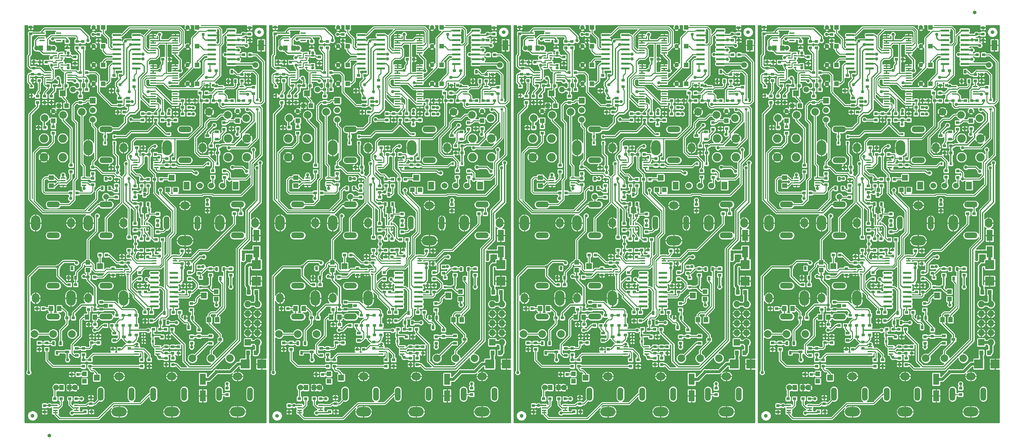
<source format=gbl>
G04 #@! TF.FileFunction,Copper,L2,Bot,Signal*
%FSLAX46Y46*%
G04 Gerber Fmt 4.6, Leading zero omitted, Abs format (unit mm)*
G04 Created by KiCad (PCBNEW 4.0.2-stable) date 2018-03-19 11:23:05 AM*
%MOMM*%
G01*
G04 APERTURE LIST*
%ADD10C,0.100000*%
%ADD11O,1.000000X1.000000*%
%ADD12R,0.900000X0.800000*%
%ADD13R,1.450000X0.450000*%
%ADD14R,1.500000X0.450000*%
%ADD15R,0.701040X1.000760*%
%ADD16R,1.300480X0.400000*%
%ADD17R,2.199640X0.599440*%
%ADD18R,1.600000X2.800000*%
%ADD19C,1.500000*%
%ADD20R,0.762000X0.609600*%
%ADD21R,1.060000X0.650000*%
%ADD22R,0.609600X0.762000*%
%ADD23R,1.600000X1.500000*%
%ADD24R,1.200000X1.200000*%
%ADD25R,1.524000X1.524000*%
%ADD26C,1.524000*%
%ADD27R,0.797560X0.398780*%
%ADD28R,1.143000X1.397000*%
%ADD29C,1.300000*%
%ADD30R,1.397000X1.143000*%
%ADD31R,1.000760X0.701040*%
%ADD32R,1.727200X1.727200*%
%ADD33O,1.727200X1.727200*%
%ADD34R,1.000000X1.250000*%
%ADD35R,2.397760X2.397760*%
%ADD36R,1.600000X3.000000*%
%ADD37R,1.500000X1.600000*%
%ADD38R,0.398780X0.797560*%
%ADD39C,1.200000*%
%ADD40C,1.998980*%
%ADD41O,4.000000X2.500000*%
%ADD42O,2.500000X2.000000*%
%ADD43O,1.500000X3.500000*%
%ADD44O,2.500000X4.000000*%
%ADD45O,2.000000X2.500000*%
%ADD46O,3.500000X1.500000*%
%ADD47R,1.500000X2.000000*%
%ADD48C,2.250000*%
%ADD49C,0.850000*%
%ADD50C,0.250000*%
%ADD51C,0.350000*%
%ADD52C,0.800000*%
%ADD53C,0.254000*%
G04 APERTURE END LIST*
D10*
D11*
X306500000Y-77500000D03*
X60500000Y-190000000D03*
D12*
X285650000Y-90000000D03*
X287350000Y-90000000D03*
D13*
X288950000Y-98550000D03*
X288950000Y-99200000D03*
X288950000Y-99850000D03*
X288950000Y-100500000D03*
X288950000Y-101150000D03*
X288950000Y-101800000D03*
X288950000Y-102450000D03*
X283050000Y-102450000D03*
X283050000Y-101800000D03*
X283050000Y-101150000D03*
X283050000Y-100500000D03*
X283050000Y-99850000D03*
X283050000Y-99200000D03*
X283050000Y-98550000D03*
D14*
X283050000Y-88275000D03*
X283050000Y-87625000D03*
X283050000Y-86975000D03*
X283050000Y-86325000D03*
X283050000Y-85675000D03*
X283050000Y-85025000D03*
X283050000Y-84375000D03*
X283050000Y-83725000D03*
X288950000Y-83725000D03*
X288950000Y-84375000D03*
X288950000Y-85025000D03*
X288950000Y-85675000D03*
X288950000Y-86325000D03*
X288950000Y-86975000D03*
X288950000Y-87625000D03*
X288950000Y-88275000D03*
X283050000Y-96275000D03*
X283050000Y-95625000D03*
X283050000Y-94975000D03*
X283050000Y-94325000D03*
X283050000Y-93675000D03*
X283050000Y-93025000D03*
X283050000Y-92375000D03*
X283050000Y-91725000D03*
X288950000Y-91725000D03*
X288950000Y-92375000D03*
X288950000Y-93025000D03*
X288950000Y-93675000D03*
X288950000Y-94325000D03*
X288950000Y-94975000D03*
X288950000Y-95625000D03*
X288950000Y-96275000D03*
D12*
X290900000Y-102750000D03*
X292600000Y-102750000D03*
X290900000Y-104500000D03*
X292600000Y-104500000D03*
X290900000Y-101000000D03*
X292600000Y-101000000D03*
X299850000Y-93000000D03*
X298150000Y-93000000D03*
D15*
X304000000Y-93230000D03*
X303047500Y-95770000D03*
X304952500Y-95770000D03*
D16*
X301056000Y-99205400D03*
X301056000Y-98570400D03*
X301056000Y-97910000D03*
X301056000Y-97275000D03*
X306644000Y-97275000D03*
X306644000Y-97922700D03*
X306644000Y-98570400D03*
X306644000Y-99218100D03*
D12*
X295550000Y-98900000D03*
X297250000Y-98900000D03*
X297350000Y-96900000D03*
X299050000Y-96900000D03*
X308850000Y-88750000D03*
X307150000Y-88750000D03*
D17*
X303848420Y-82305000D03*
X303848420Y-83575000D03*
X303848420Y-84845000D03*
X303848420Y-86115000D03*
X303848420Y-87385000D03*
X303848420Y-88655000D03*
X303848420Y-89925000D03*
X303848420Y-91195000D03*
X298651580Y-91195000D03*
X298651580Y-89925000D03*
X298651580Y-88655000D03*
X298651580Y-87385000D03*
X298651580Y-86115000D03*
X298651580Y-84845000D03*
X298651580Y-83575000D03*
X298651580Y-82305000D03*
D11*
X311250000Y-82750000D03*
D12*
X308700000Y-83250000D03*
X308700000Y-81550000D03*
D18*
X311750000Y-86250000D03*
D19*
X310250000Y-91500000D03*
D12*
X308750000Y-84900000D03*
X307050000Y-84900000D03*
X306650000Y-94000000D03*
X308350000Y-94000000D03*
X306650000Y-95750000D03*
X308350000Y-95750000D03*
X309750000Y-97400000D03*
X309750000Y-99100000D03*
X307150000Y-101000000D03*
X308850000Y-101000000D03*
D20*
X310750000Y-100755400D03*
X310750000Y-103244600D03*
D12*
X304050000Y-101000000D03*
X305750000Y-101000000D03*
D21*
X276350000Y-100300000D03*
X276350000Y-101250000D03*
X276350000Y-102200000D03*
X274150000Y-102200000D03*
X274150000Y-100300000D03*
D12*
X271950000Y-98300000D03*
X273650000Y-98300000D03*
X273650000Y-104000000D03*
X275350000Y-104000000D03*
X274350000Y-94250000D03*
X272650000Y-94250000D03*
X278000000Y-97250000D03*
X278000000Y-95550000D03*
D22*
X272744600Y-112250000D03*
X270255400Y-112250000D03*
X270255400Y-110500000D03*
X272744600Y-110500000D03*
D12*
X259850000Y-97000000D03*
X258150000Y-97000000D03*
D23*
X259000000Y-99050000D03*
D24*
X260000000Y-102300000D03*
X258000000Y-102300000D03*
D25*
X267000000Y-100960000D03*
D26*
X267000000Y-103500000D03*
X267000000Y-106040000D03*
D19*
X261750000Y-98000000D03*
D12*
X263700000Y-101450000D03*
X263700000Y-99750000D03*
X265350000Y-98000000D03*
X263650000Y-98000000D03*
D17*
X278598420Y-83555000D03*
X278598420Y-84825000D03*
X278598420Y-86095000D03*
X278598420Y-87365000D03*
X278598420Y-88635000D03*
X278598420Y-89905000D03*
X278598420Y-91175000D03*
X278598420Y-92445000D03*
X273401580Y-92445000D03*
X273401580Y-91175000D03*
X273401580Y-89905000D03*
X273401580Y-88635000D03*
X273401580Y-87365000D03*
X273401580Y-86095000D03*
X273401580Y-84825000D03*
X273401580Y-83555000D03*
D12*
X263650000Y-93500000D03*
X265350000Y-93500000D03*
X268500000Y-83350000D03*
X268500000Y-85050000D03*
X264400000Y-86950000D03*
X264400000Y-85250000D03*
X263650000Y-95750000D03*
X265350000Y-95750000D03*
D13*
X253550000Y-84975000D03*
X253550000Y-84325000D03*
X253550000Y-83675000D03*
X253550000Y-83025000D03*
X257950000Y-83025000D03*
X257950000Y-83675000D03*
X257950000Y-84325000D03*
X257950000Y-84975000D03*
D12*
X255150000Y-97000000D03*
X256850000Y-97000000D03*
D27*
X257202440Y-92147700D03*
X257202440Y-91500000D03*
X257202440Y-90852300D03*
X258797560Y-90852300D03*
X258797560Y-91500000D03*
X258797560Y-92147700D03*
D12*
X254600000Y-90750000D03*
X252900000Y-90750000D03*
D16*
X255306000Y-95455400D03*
X255306000Y-94820400D03*
X255306000Y-94160000D03*
X255306000Y-93525000D03*
X260894000Y-93525000D03*
X260894000Y-94172700D03*
X260894000Y-94820400D03*
X260894000Y-95468100D03*
D12*
X252750000Y-95600000D03*
X252750000Y-93900000D03*
X251300000Y-90650000D03*
X251300000Y-92350000D03*
D28*
X253220500Y-87000000D03*
X255379500Y-87000000D03*
D29*
X256550000Y-87000000D03*
X252050000Y-87000000D03*
D12*
X256500000Y-109600000D03*
X256500000Y-107900000D03*
X254200000Y-99750000D03*
X254200000Y-101450000D03*
X256000000Y-99750000D03*
X256000000Y-101450000D03*
X252300000Y-101450000D03*
X252300000Y-99750000D03*
X252550000Y-108100000D03*
X254250000Y-108100000D03*
X262250000Y-91100000D03*
X262250000Y-89400000D03*
D27*
X257202440Y-89647700D03*
X257202440Y-89000000D03*
X257202440Y-88352300D03*
X258797560Y-88352300D03*
X258797560Y-89000000D03*
X258797560Y-89647700D03*
D12*
X262800000Y-85250000D03*
X262800000Y-86950000D03*
D20*
X260500000Y-91494600D03*
X260500000Y-89005400D03*
D12*
X260200000Y-85250000D03*
X260200000Y-86950000D03*
X241650000Y-94000000D03*
X243350000Y-94000000D03*
X234850000Y-93000000D03*
X233150000Y-93000000D03*
X241650000Y-95750000D03*
X243350000Y-95750000D03*
D15*
X239000000Y-93230000D03*
X238047500Y-95770000D03*
X239952500Y-95770000D03*
D12*
X250500000Y-81450000D03*
X250500000Y-83150000D03*
D11*
X246250000Y-82750000D03*
D12*
X243750000Y-84900000D03*
X242050000Y-84900000D03*
X243700000Y-83250000D03*
X243700000Y-81550000D03*
D19*
X245250000Y-91500000D03*
D18*
X246750000Y-86250000D03*
D17*
X238848420Y-82305000D03*
X238848420Y-83575000D03*
X238848420Y-84845000D03*
X238848420Y-86115000D03*
X238848420Y-87385000D03*
X238848420Y-88655000D03*
X238848420Y-89925000D03*
X238848420Y-91195000D03*
X233651580Y-91195000D03*
X233651580Y-89925000D03*
X233651580Y-88655000D03*
X233651580Y-87385000D03*
X233651580Y-86115000D03*
X233651580Y-84845000D03*
X233651580Y-83575000D03*
X233651580Y-82305000D03*
D12*
X243850000Y-88750000D03*
X242150000Y-88750000D03*
X251000000Y-93900000D03*
X251000000Y-95600000D03*
D20*
X250700000Y-99644600D03*
X250700000Y-97155400D03*
D12*
X244750000Y-97400000D03*
X244750000Y-99100000D03*
D20*
X245750000Y-100755400D03*
X245750000Y-103244600D03*
D12*
X242150000Y-101000000D03*
X243850000Y-101000000D03*
D16*
X236056000Y-99205400D03*
X236056000Y-98570400D03*
X236056000Y-97910000D03*
X236056000Y-97275000D03*
X241644000Y-97275000D03*
X241644000Y-97922700D03*
X241644000Y-98570400D03*
X241644000Y-99218100D03*
X264694000Y-121544600D03*
X264694000Y-122179600D03*
X264694000Y-122840000D03*
X264694000Y-123475000D03*
X259106000Y-123475000D03*
X259106000Y-122827300D03*
X259106000Y-122179600D03*
X259106000Y-121531900D03*
D12*
X261150000Y-125500000D03*
X262850000Y-125500000D03*
X261250000Y-119850000D03*
X261250000Y-118150000D03*
D30*
X256000000Y-123579500D03*
X256000000Y-121420500D03*
D12*
X232500000Y-128550000D03*
X232500000Y-130250000D03*
X237000000Y-121350000D03*
X237000000Y-119650000D03*
X233900000Y-119600900D03*
X233900000Y-121300900D03*
X239650000Y-131000000D03*
X241350000Y-131000000D03*
D22*
X232705400Y-117750000D03*
X235194600Y-117750000D03*
D31*
X232480000Y-110250000D03*
X235020000Y-111202500D03*
X235020000Y-109297500D03*
D12*
X235200000Y-114850000D03*
X233500000Y-114850000D03*
X235200000Y-113000000D03*
X233500000Y-113000000D03*
X236900000Y-108550000D03*
X236900000Y-106850000D03*
X239050000Y-101000000D03*
X240750000Y-101000000D03*
X235750000Y-101000000D03*
X237450000Y-101000000D03*
X240550000Y-108400000D03*
X238850000Y-108400000D03*
X225900000Y-102750000D03*
X227600000Y-102750000D03*
X225900000Y-101000000D03*
X227600000Y-101000000D03*
X225900000Y-104500000D03*
X227600000Y-104500000D03*
X230550000Y-98900000D03*
X232250000Y-98900000D03*
X230850000Y-101000000D03*
X229150000Y-101000000D03*
X232350000Y-101000000D03*
X234050000Y-101000000D03*
X232350000Y-96900000D03*
X234050000Y-96900000D03*
D16*
X199694000Y-121544600D03*
X199694000Y-122179600D03*
X199694000Y-122840000D03*
X199694000Y-123475000D03*
X194106000Y-123475000D03*
X194106000Y-122827300D03*
X194106000Y-122179600D03*
X194106000Y-121531900D03*
D30*
X191000000Y-123579500D03*
X191000000Y-121420500D03*
D12*
X196150000Y-125500000D03*
X197850000Y-125500000D03*
X187550000Y-108100000D03*
X189250000Y-108100000D03*
X191500000Y-109600000D03*
X191500000Y-107900000D03*
D22*
X205255400Y-110500000D03*
X207744600Y-110500000D03*
D12*
X208250000Y-126600000D03*
X208250000Y-124900000D03*
X206850000Y-118700000D03*
X208550000Y-118700000D03*
D22*
X207744600Y-112250000D03*
X205255400Y-112250000D03*
D12*
X208300000Y-123550000D03*
X208300000Y-121850000D03*
X196250000Y-119850000D03*
X196250000Y-118150000D03*
X202000000Y-118650000D03*
X202000000Y-120350000D03*
D19*
X205500000Y-126500000D03*
D12*
X202000000Y-121650000D03*
X202000000Y-123350000D03*
D15*
X205500000Y-121730000D03*
X204547500Y-124270000D03*
X206452500Y-124270000D03*
D14*
X218050000Y-88275000D03*
X218050000Y-87625000D03*
X218050000Y-86975000D03*
X218050000Y-86325000D03*
X218050000Y-85675000D03*
X218050000Y-85025000D03*
X218050000Y-84375000D03*
X218050000Y-83725000D03*
X223950000Y-83725000D03*
X223950000Y-84375000D03*
X223950000Y-85025000D03*
X223950000Y-85675000D03*
X223950000Y-86325000D03*
X223950000Y-86975000D03*
X223950000Y-87625000D03*
X223950000Y-88275000D03*
D12*
X220650000Y-90000000D03*
X222350000Y-90000000D03*
D14*
X218050000Y-96275000D03*
X218050000Y-95625000D03*
X218050000Y-94975000D03*
X218050000Y-94325000D03*
X218050000Y-93675000D03*
X218050000Y-93025000D03*
X218050000Y-92375000D03*
X218050000Y-91725000D03*
X223950000Y-91725000D03*
X223950000Y-92375000D03*
X223950000Y-93025000D03*
X223950000Y-93675000D03*
X223950000Y-94325000D03*
X223950000Y-94975000D03*
X223950000Y-95625000D03*
X223950000Y-96275000D03*
D12*
X224000000Y-106100000D03*
X224000000Y-104400000D03*
D13*
X223950000Y-98550000D03*
X223950000Y-99200000D03*
X223950000Y-99850000D03*
X223950000Y-100500000D03*
X223950000Y-101150000D03*
X223950000Y-101800000D03*
X223950000Y-102450000D03*
X218050000Y-102450000D03*
X218050000Y-101800000D03*
X218050000Y-101150000D03*
X218050000Y-100500000D03*
X218050000Y-99850000D03*
X218050000Y-99200000D03*
X218050000Y-98550000D03*
D12*
X222250000Y-106100000D03*
X222250000Y-104400000D03*
X208650000Y-104000000D03*
X210350000Y-104000000D03*
D20*
X222200000Y-107355400D03*
X222200000Y-109844600D03*
D12*
X220500000Y-104400000D03*
X220500000Y-106100000D03*
X218750000Y-104400000D03*
X218750000Y-106100000D03*
X215250000Y-104400000D03*
X215250000Y-106100000D03*
X217000000Y-104400000D03*
X217000000Y-106100000D03*
D23*
X223000000Y-121450000D03*
D24*
X224000000Y-124700000D03*
X222000000Y-124700000D03*
D12*
X223500000Y-118100000D03*
X223500000Y-116400000D03*
X218450000Y-121900000D03*
X220150000Y-121900000D03*
X221750000Y-116400000D03*
X221750000Y-118100000D03*
X216700000Y-123600000D03*
X216700000Y-121900000D03*
X216600000Y-131500000D03*
X214900000Y-131500000D03*
X213250000Y-126650000D03*
X213250000Y-128350000D03*
D22*
X214505400Y-130000000D03*
X216994600Y-130000000D03*
D15*
X215750000Y-125980000D03*
X214797500Y-128520000D03*
X216702500Y-128520000D03*
D12*
X219250000Y-131150000D03*
X219250000Y-132850000D03*
X213250000Y-125350000D03*
X213250000Y-123650000D03*
X213700000Y-113500000D03*
X215400000Y-113500000D03*
X213700000Y-115250000D03*
X215400000Y-115250000D03*
X216950000Y-115250000D03*
X218650000Y-115250000D03*
D16*
X213356000Y-118705400D03*
X213356000Y-118070400D03*
X213356000Y-117410000D03*
X213356000Y-116775000D03*
X218944000Y-116775000D03*
X218944000Y-117422700D03*
X218944000Y-118070400D03*
X218944000Y-118718100D03*
D12*
X215000000Y-123600000D03*
X215000000Y-121900000D03*
D21*
X211350000Y-100300000D03*
X211350000Y-101250000D03*
X211350000Y-102200000D03*
X209150000Y-102200000D03*
X209150000Y-100300000D03*
D12*
X213000000Y-97250000D03*
X213000000Y-95550000D03*
X209350000Y-94250000D03*
X207650000Y-94250000D03*
X206950000Y-98300000D03*
X208650000Y-98300000D03*
D17*
X213598420Y-83555000D03*
X213598420Y-84825000D03*
X213598420Y-86095000D03*
X213598420Y-87365000D03*
X213598420Y-88635000D03*
X213598420Y-89905000D03*
X213598420Y-91175000D03*
X213598420Y-92445000D03*
X208401580Y-92445000D03*
X208401580Y-91175000D03*
X208401580Y-89905000D03*
X208401580Y-88635000D03*
X208401580Y-87365000D03*
X208401580Y-86095000D03*
X208401580Y-84825000D03*
X208401580Y-83555000D03*
D12*
X198650000Y-93500000D03*
X200350000Y-93500000D03*
X198700000Y-101450000D03*
X198700000Y-99750000D03*
X198650000Y-95750000D03*
X200350000Y-95750000D03*
D25*
X202000000Y-100960000D03*
D26*
X202000000Y-103500000D03*
X202000000Y-106040000D03*
D12*
X200350000Y-98000000D03*
X198650000Y-98000000D03*
X197250000Y-91100000D03*
X197250000Y-89400000D03*
X199400000Y-86950000D03*
X199400000Y-85250000D03*
X197800000Y-85250000D03*
X197800000Y-86950000D03*
X203500000Y-83350000D03*
X203500000Y-85050000D03*
D27*
X192202440Y-89647700D03*
X192202440Y-89000000D03*
X192202440Y-88352300D03*
X193797560Y-88352300D03*
X193797560Y-89000000D03*
X193797560Y-89647700D03*
D20*
X195500000Y-91494600D03*
X195500000Y-89005400D03*
D12*
X190150000Y-97000000D03*
X191850000Y-97000000D03*
D19*
X196750000Y-98000000D03*
D16*
X190306000Y-95455400D03*
X190306000Y-94820400D03*
X190306000Y-94160000D03*
X190306000Y-93525000D03*
X195894000Y-93525000D03*
X195894000Y-94172700D03*
X195894000Y-94820400D03*
X195894000Y-95468100D03*
D27*
X192202440Y-92147700D03*
X192202440Y-91500000D03*
X192202440Y-90852300D03*
X193797560Y-90852300D03*
X193797560Y-91500000D03*
X193797560Y-92147700D03*
D12*
X194850000Y-97000000D03*
X193150000Y-97000000D03*
X186000000Y-93900000D03*
X186000000Y-95600000D03*
X186300000Y-90650000D03*
X186300000Y-92350000D03*
X187750000Y-95600000D03*
X187750000Y-93900000D03*
X189600000Y-90750000D03*
X187900000Y-90750000D03*
D23*
X194000000Y-99050000D03*
D24*
X195000000Y-102300000D03*
X193000000Y-102300000D03*
D20*
X185700000Y-99644600D03*
X185700000Y-97155400D03*
D12*
X187300000Y-101450000D03*
X187300000Y-99750000D03*
X191000000Y-99750000D03*
X191000000Y-101450000D03*
X189200000Y-99750000D03*
X189200000Y-101450000D03*
D13*
X188550000Y-84975000D03*
X188550000Y-84325000D03*
X188550000Y-83675000D03*
X188550000Y-83025000D03*
X192950000Y-83025000D03*
X192950000Y-83675000D03*
X192950000Y-84325000D03*
X192950000Y-84975000D03*
D12*
X185500000Y-81450000D03*
X185500000Y-83150000D03*
X195200000Y-85250000D03*
X195200000Y-86950000D03*
D28*
X188220500Y-87000000D03*
X190379500Y-87000000D03*
D29*
X191550000Y-87000000D03*
X187050000Y-87000000D03*
D15*
X270500000Y-121730000D03*
X269547500Y-124270000D03*
X271452500Y-124270000D03*
D12*
X273250000Y-126600000D03*
X273250000Y-124900000D03*
X267000000Y-121650000D03*
X267000000Y-123350000D03*
X273300000Y-123550000D03*
X273300000Y-121850000D03*
D19*
X270500000Y-126500000D03*
D12*
X267000000Y-118650000D03*
X267000000Y-120350000D03*
X271850000Y-118700000D03*
X273550000Y-118700000D03*
X295850000Y-101000000D03*
X294150000Y-101000000D03*
X297350000Y-101000000D03*
X299050000Y-101000000D03*
X300750000Y-101000000D03*
X302450000Y-101000000D03*
X305550000Y-108400000D03*
X303850000Y-108400000D03*
D31*
X297480000Y-110250000D03*
X300020000Y-111202500D03*
X300020000Y-109297500D03*
D12*
X300200000Y-113000000D03*
X298500000Y-113000000D03*
X301900000Y-108550000D03*
X301900000Y-106850000D03*
D15*
X280750000Y-125980000D03*
X279797500Y-128520000D03*
X281702500Y-128520000D03*
D12*
X278250000Y-126650000D03*
X278250000Y-128350000D03*
X281700000Y-123600000D03*
X281700000Y-121900000D03*
X280000000Y-123600000D03*
X280000000Y-121900000D03*
X278250000Y-125350000D03*
X278250000Y-123650000D03*
X283450000Y-121900000D03*
X285150000Y-121900000D03*
D16*
X278356000Y-118705400D03*
X278356000Y-118070400D03*
X278356000Y-117410000D03*
X278356000Y-116775000D03*
X283944000Y-116775000D03*
X283944000Y-117422700D03*
X283944000Y-118070400D03*
X283944000Y-118718100D03*
D23*
X288000000Y-121450000D03*
D24*
X289000000Y-124700000D03*
X287000000Y-124700000D03*
D22*
X297705400Y-117750000D03*
X300194600Y-117750000D03*
D12*
X298900000Y-119600900D03*
X298900000Y-121300900D03*
X288500000Y-118100000D03*
X288500000Y-116400000D03*
X300200000Y-114850000D03*
X298500000Y-114850000D03*
X286750000Y-116400000D03*
X286750000Y-118100000D03*
X302000000Y-121350000D03*
X302000000Y-119650000D03*
X282000000Y-104400000D03*
X282000000Y-106100000D03*
X281950000Y-115250000D03*
X283650000Y-115250000D03*
X280250000Y-104400000D03*
X280250000Y-106100000D03*
X278700000Y-113500000D03*
X280400000Y-113500000D03*
X278700000Y-115250000D03*
X280400000Y-115250000D03*
D20*
X287200000Y-107355400D03*
X287200000Y-109844600D03*
D12*
X283750000Y-104400000D03*
X283750000Y-106100000D03*
X287250000Y-106100000D03*
X287250000Y-104400000D03*
X285500000Y-104400000D03*
X285500000Y-106100000D03*
X289000000Y-106100000D03*
X289000000Y-104400000D03*
X288250000Y-168100000D03*
X288250000Y-166400000D03*
X288300000Y-169450000D03*
X288300000Y-171150000D03*
X289750000Y-166400000D03*
X289750000Y-168100000D03*
D15*
X292500000Y-161270000D03*
X293452500Y-158730000D03*
X291547500Y-158730000D03*
D12*
X285400000Y-163750000D03*
X287100000Y-163750000D03*
D15*
X286000000Y-157480000D03*
X285047500Y-160020000D03*
X286952500Y-160020000D03*
D12*
X286400000Y-161750000D03*
X288100000Y-161750000D03*
X290100000Y-157250000D03*
X288400000Y-157250000D03*
D28*
X297920500Y-159250000D03*
X300079500Y-159250000D03*
D12*
X293250000Y-154900000D03*
X293250000Y-156600000D03*
D32*
X308250000Y-165250000D03*
D33*
X310790000Y-165250000D03*
X308250000Y-162710000D03*
X310790000Y-162710000D03*
X308250000Y-160170000D03*
X310790000Y-160170000D03*
X308250000Y-157630000D03*
X310790000Y-157630000D03*
X308250000Y-155090000D03*
X310790000Y-155090000D03*
D12*
X295250000Y-163600000D03*
X295250000Y-161900000D03*
X293300000Y-163750000D03*
X293300000Y-165450000D03*
D31*
X300870000Y-164500000D03*
X298330000Y-163547500D03*
X298330000Y-165452500D03*
D34*
X310300000Y-168000000D03*
X308300000Y-168000000D03*
D35*
X307550360Y-171000000D03*
X311949640Y-171000000D03*
D36*
X296250000Y-179450000D03*
X296250000Y-175050000D03*
D12*
X302750000Y-179100000D03*
X302750000Y-177400000D03*
D37*
X296550000Y-152750000D03*
D24*
X299800000Y-151750000D03*
X299800000Y-153750000D03*
D20*
X295700000Y-150544600D03*
X295700000Y-148055400D03*
D12*
X298300000Y-145650000D03*
X298300000Y-147350000D03*
X295250000Y-146850000D03*
X295250000Y-145150000D03*
X226000000Y-151850000D03*
X226000000Y-150150000D03*
D17*
X218401580Y-155695000D03*
X218401580Y-154425000D03*
X218401580Y-153155000D03*
X218401580Y-151885000D03*
X218401580Y-150615000D03*
X218401580Y-149345000D03*
X218401580Y-148075000D03*
X218401580Y-146805000D03*
X223598420Y-146805000D03*
X223598420Y-148075000D03*
X223598420Y-149345000D03*
X223598420Y-150615000D03*
X223598420Y-151885000D03*
X223598420Y-153155000D03*
X223598420Y-154425000D03*
X223598420Y-155695000D03*
D12*
X228250000Y-154900000D03*
X228250000Y-156600000D03*
X227750000Y-151850000D03*
X227750000Y-150150000D03*
X219250000Y-135850000D03*
X219250000Y-134150000D03*
X220550000Y-137900000D03*
X218850000Y-137900000D03*
D16*
X218306000Y-144205400D03*
X218306000Y-143570400D03*
X218306000Y-142910000D03*
X218306000Y-142275000D03*
X223894000Y-142275000D03*
X223894000Y-142922700D03*
X223894000Y-143570400D03*
X223894000Y-144218100D03*
D12*
X219650000Y-140700000D03*
X217950000Y-140700000D03*
X225750000Y-144300000D03*
X227450000Y-144300000D03*
X230250000Y-146850000D03*
X230250000Y-145150000D03*
X227750000Y-148350000D03*
X227750000Y-146650000D03*
X225750000Y-140900000D03*
X227450000Y-140900000D03*
D35*
X245500000Y-148949640D03*
X245500000Y-144550360D03*
D36*
X245500000Y-141200000D03*
X245500000Y-136800000D03*
D12*
X238700000Y-145650000D03*
X238700000Y-147350000D03*
D20*
X230700000Y-150544600D03*
X230700000Y-148055400D03*
D37*
X231550000Y-152750000D03*
D24*
X234800000Y-151750000D03*
X234800000Y-153750000D03*
D15*
X235900000Y-148270000D03*
X236852500Y-145730000D03*
X234947500Y-145730000D03*
D12*
X233300000Y-145650000D03*
X233300000Y-147350000D03*
D35*
X242550360Y-171000000D03*
X246949640Y-171000000D03*
D32*
X243250000Y-165250000D03*
D33*
X245790000Y-165250000D03*
X243250000Y-162710000D03*
X245790000Y-162710000D03*
X243250000Y-160170000D03*
X245790000Y-160170000D03*
X243250000Y-157630000D03*
X245790000Y-157630000D03*
X243250000Y-155090000D03*
X245790000Y-155090000D03*
D34*
X245500000Y-151900000D03*
X243500000Y-151900000D03*
X245300000Y-168000000D03*
X243300000Y-168000000D03*
D28*
X232920500Y-159250000D03*
X235079500Y-159250000D03*
D12*
X230250000Y-163600000D03*
X230250000Y-161900000D03*
D31*
X235870000Y-164500000D03*
X233330000Y-163547500D03*
X233330000Y-165452500D03*
D12*
X228300000Y-163750000D03*
X228300000Y-165450000D03*
D16*
X213681000Y-168330400D03*
X213681000Y-167695400D03*
X213681000Y-167035000D03*
X213681000Y-166400000D03*
X219269000Y-166400000D03*
X219269000Y-167047700D03*
X219269000Y-167695400D03*
X219269000Y-168343100D03*
D12*
X217000000Y-169900000D03*
X217000000Y-171600000D03*
X215000000Y-171600000D03*
X215000000Y-169900000D03*
X223250000Y-168100000D03*
X223250000Y-166400000D03*
X221500000Y-166400000D03*
X221500000Y-168100000D03*
X221500000Y-169450000D03*
X221500000Y-171150000D03*
X223300000Y-169450000D03*
X223300000Y-171150000D03*
D36*
X231250000Y-179450000D03*
X231250000Y-175050000D03*
D12*
X224750000Y-166400000D03*
X224750000Y-168100000D03*
X237750000Y-179100000D03*
X237750000Y-177400000D03*
X221400000Y-161750000D03*
X223100000Y-161750000D03*
D15*
X221000000Y-157480000D03*
X220047500Y-160020000D03*
X221952500Y-160020000D03*
D12*
X220400000Y-163750000D03*
X222100000Y-163750000D03*
X225100000Y-157250000D03*
X223400000Y-157250000D03*
D15*
X227500000Y-161270000D03*
X228452500Y-158730000D03*
X226547500Y-158730000D03*
D12*
X219850000Y-161750000D03*
X218150000Y-161750000D03*
X189750000Y-167100000D03*
X189750000Y-165400000D03*
X187750000Y-165400000D03*
X187750000Y-167100000D03*
D26*
X192250000Y-177250000D03*
X197250000Y-177250000D03*
D28*
X193670500Y-177250000D03*
X195829500Y-177250000D03*
D15*
X192500000Y-168020000D03*
X193452500Y-165480000D03*
X191547500Y-165480000D03*
D12*
X196400000Y-173750000D03*
X198100000Y-173750000D03*
D37*
X203050000Y-174600000D03*
D24*
X199800000Y-175600000D03*
X199800000Y-173600000D03*
D31*
X195230000Y-167750000D03*
X197770000Y-168702500D03*
X197770000Y-166797500D03*
D12*
X199500000Y-171600000D03*
X199500000Y-169900000D03*
X199500000Y-168550000D03*
X199500000Y-166850000D03*
X201250000Y-171600000D03*
X201250000Y-169900000D03*
X193600000Y-180250000D03*
X191900000Y-180250000D03*
X189200000Y-183750000D03*
X189200000Y-182050000D03*
D11*
X186000000Y-184750000D03*
D12*
X201500000Y-181600000D03*
X201500000Y-179900000D03*
D16*
X192056000Y-183955400D03*
X192056000Y-183320400D03*
X192056000Y-182660000D03*
X192056000Y-182025000D03*
X197644000Y-182025000D03*
X197644000Y-182672700D03*
X197644000Y-183320400D03*
X197644000Y-183968100D03*
D12*
X199950000Y-183700000D03*
X201650000Y-183700000D03*
X197600000Y-180250000D03*
X195900000Y-180250000D03*
X207100000Y-160750000D03*
X205400000Y-160750000D03*
X203500000Y-165350000D03*
X203500000Y-163650000D03*
X211900000Y-163250000D03*
X213600000Y-163250000D03*
X201750000Y-165350000D03*
X201750000Y-163650000D03*
X211750000Y-166850000D03*
X211750000Y-165150000D03*
X207350000Y-167100000D03*
X209050000Y-167100000D03*
D31*
X210270000Y-163750000D03*
X207730000Y-162797500D03*
X207730000Y-164702500D03*
D28*
X202579500Y-158500000D03*
X200420500Y-158500000D03*
D12*
X195150000Y-158750000D03*
X196850000Y-158750000D03*
X200900000Y-156500000D03*
X202600000Y-156500000D03*
X202600000Y-160500000D03*
X200900000Y-160500000D03*
D22*
X215505400Y-165000000D03*
X217994600Y-165000000D03*
X217944600Y-163400000D03*
X215455400Y-163400000D03*
D12*
X217600000Y-159500000D03*
X215900000Y-159500000D03*
X210100000Y-160750000D03*
X208400000Y-160750000D03*
X210100000Y-158000000D03*
X208400000Y-158000000D03*
X211800000Y-158050000D03*
X213500000Y-158050000D03*
X211900000Y-160750000D03*
X213600000Y-160750000D03*
X215900000Y-157250000D03*
X217600000Y-157250000D03*
X260750000Y-149900000D03*
X262450000Y-149900000D03*
D37*
X268950000Y-145000000D03*
D24*
X265700000Y-146000000D03*
X265700000Y-144000000D03*
D12*
X267450000Y-147900000D03*
X265750000Y-147900000D03*
D15*
X261500000Y-145530000D03*
X260547500Y-148070000D03*
X262452500Y-148070000D03*
D12*
X265900000Y-156500000D03*
X267600000Y-156500000D03*
D31*
X271770000Y-155500000D03*
X269230000Y-154547500D03*
X269230000Y-156452500D03*
D28*
X267579500Y-158500000D03*
X265420500Y-158500000D03*
D12*
X260150000Y-158750000D03*
X261850000Y-158750000D03*
X267600000Y-160500000D03*
X265900000Y-160500000D03*
X253850000Y-156250000D03*
X252150000Y-156250000D03*
X254750000Y-167100000D03*
X254750000Y-165400000D03*
X252750000Y-165400000D03*
X252750000Y-167100000D03*
D28*
X255920500Y-156250000D03*
X258079500Y-156250000D03*
D15*
X257500000Y-168020000D03*
X258452500Y-165480000D03*
X256547500Y-165480000D03*
D27*
X276297560Y-145852300D03*
X276297560Y-146500000D03*
X276297560Y-147147700D03*
X274702440Y-147147700D03*
X274702440Y-146500000D03*
X274702440Y-145852300D03*
D12*
X276500000Y-142400000D03*
X276500000Y-144100000D03*
X272400000Y-145650000D03*
X272400000Y-147350000D03*
X268950000Y-142000000D03*
X270650000Y-142000000D03*
X274750000Y-144100000D03*
X274750000Y-142400000D03*
D31*
X275270000Y-163750000D03*
X272730000Y-162797500D03*
X272730000Y-164702500D03*
D12*
X272350000Y-167100000D03*
X274050000Y-167100000D03*
X272100000Y-160750000D03*
X270400000Y-160750000D03*
X275100000Y-160750000D03*
X273400000Y-160750000D03*
X275100000Y-158000000D03*
X273400000Y-158000000D03*
D11*
X251000000Y-184750000D03*
D12*
X254200000Y-183750000D03*
X254200000Y-182050000D03*
X258600000Y-180250000D03*
X256900000Y-180250000D03*
D26*
X257250000Y-177250000D03*
X262250000Y-177250000D03*
D28*
X258670500Y-177250000D03*
X260829500Y-177250000D03*
D16*
X257056000Y-183955400D03*
X257056000Y-183320400D03*
X257056000Y-182660000D03*
X257056000Y-182025000D03*
X262644000Y-182025000D03*
X262644000Y-182672700D03*
X262644000Y-183320400D03*
X262644000Y-183968100D03*
D12*
X276750000Y-166850000D03*
X276750000Y-165150000D03*
X280000000Y-171600000D03*
X280000000Y-169900000D03*
D16*
X278681000Y-168330400D03*
X278681000Y-167695400D03*
X278681000Y-167035000D03*
X278681000Y-166400000D03*
X284269000Y-166400000D03*
X284269000Y-167047700D03*
X284269000Y-167695400D03*
X284269000Y-168343100D03*
D12*
X286500000Y-169450000D03*
X286500000Y-171150000D03*
X286500000Y-166400000D03*
X286500000Y-168100000D03*
X282000000Y-169900000D03*
X282000000Y-171600000D03*
D22*
X280505400Y-165000000D03*
X282994600Y-165000000D03*
D31*
X260230000Y-167750000D03*
X262770000Y-168702500D03*
X262770000Y-166797500D03*
D12*
X266250000Y-171600000D03*
X266250000Y-169900000D03*
X264500000Y-168550000D03*
X264500000Y-166850000D03*
X264500000Y-171600000D03*
X264500000Y-169900000D03*
X266750000Y-165350000D03*
X266750000Y-163650000D03*
X268500000Y-165350000D03*
X268500000Y-163650000D03*
X261400000Y-173750000D03*
X263100000Y-173750000D03*
X264950000Y-183700000D03*
X266650000Y-183700000D03*
X262600000Y-180250000D03*
X260900000Y-180250000D03*
D37*
X268050000Y-174600000D03*
D24*
X264800000Y-175600000D03*
X264800000Y-173600000D03*
D12*
X266500000Y-181600000D03*
X266500000Y-179900000D03*
D22*
X282944600Y-163400000D03*
X280455400Y-163400000D03*
D12*
X276900000Y-163250000D03*
X278600000Y-163250000D03*
X284850000Y-161750000D03*
X283150000Y-161750000D03*
X280900000Y-157250000D03*
X282600000Y-157250000D03*
X276900000Y-160750000D03*
X278600000Y-160750000D03*
X276800000Y-158050000D03*
X278500000Y-158050000D03*
X282600000Y-159500000D03*
X280900000Y-159500000D03*
X216000000Y-151850000D03*
X216000000Y-150150000D03*
X214500000Y-148350000D03*
X214500000Y-146650000D03*
X214500000Y-151850000D03*
X214500000Y-150150000D03*
X209750000Y-144100000D03*
X209750000Y-142400000D03*
X211500000Y-142400000D03*
X211500000Y-144100000D03*
X216600000Y-142500000D03*
X214900000Y-142500000D03*
D27*
X211297560Y-145852300D03*
X211297560Y-146500000D03*
X211297560Y-147147700D03*
X209702440Y-147147700D03*
X209702440Y-146500000D03*
X209702440Y-145852300D03*
D31*
X206770000Y-155500000D03*
X204230000Y-154547500D03*
X204230000Y-156452500D03*
D12*
X202450000Y-147900000D03*
X200750000Y-147900000D03*
D37*
X203950000Y-145000000D03*
D24*
X200700000Y-146000000D03*
X200700000Y-144000000D03*
D12*
X203950000Y-142000000D03*
X205650000Y-142000000D03*
X207400000Y-145650000D03*
X207400000Y-147350000D03*
X213250000Y-133650000D03*
X213250000Y-135350000D03*
D38*
X215102300Y-133702440D03*
X215750000Y-133702440D03*
X216397700Y-133702440D03*
X216397700Y-135297560D03*
X215750000Y-135297560D03*
X215102300Y-135297560D03*
D12*
X213350000Y-140750000D03*
X211650000Y-140750000D03*
X214900000Y-137750000D03*
X216600000Y-137750000D03*
X211650000Y-137250000D03*
X213350000Y-137250000D03*
X214900000Y-140750000D03*
X216600000Y-140750000D03*
X188850000Y-156250000D03*
X187150000Y-156250000D03*
D15*
X196500000Y-145530000D03*
X195547500Y-148070000D03*
X197452500Y-148070000D03*
D28*
X190920500Y-156250000D03*
X193079500Y-156250000D03*
D12*
X195750000Y-149900000D03*
X197450000Y-149900000D03*
D38*
X280102300Y-133702440D03*
X280750000Y-133702440D03*
X281397700Y-133702440D03*
X281397700Y-135297560D03*
X280750000Y-135297560D03*
X280102300Y-135297560D03*
D12*
X278250000Y-133650000D03*
X278250000Y-135350000D03*
X284250000Y-131150000D03*
X284250000Y-132850000D03*
X281600000Y-131500000D03*
X279900000Y-131500000D03*
D22*
X279505400Y-130000000D03*
X281994600Y-130000000D03*
D12*
X279900000Y-137750000D03*
X281600000Y-137750000D03*
X279900000Y-140750000D03*
X281600000Y-140750000D03*
X284250000Y-135850000D03*
X284250000Y-134150000D03*
X276650000Y-137250000D03*
X278350000Y-137250000D03*
X284650000Y-140700000D03*
X282950000Y-140700000D03*
X278350000Y-140750000D03*
X276650000Y-140750000D03*
X279500000Y-148350000D03*
X279500000Y-146650000D03*
X279500000Y-151850000D03*
X279500000Y-150150000D03*
X281000000Y-151850000D03*
X281000000Y-150150000D03*
X292750000Y-148350000D03*
X292750000Y-146650000D03*
X291000000Y-151850000D03*
X291000000Y-150150000D03*
X292750000Y-151850000D03*
X292750000Y-150150000D03*
D17*
X283401580Y-155695000D03*
X283401580Y-154425000D03*
X283401580Y-153155000D03*
X283401580Y-151885000D03*
X283401580Y-150615000D03*
X283401580Y-149345000D03*
X283401580Y-148075000D03*
X283401580Y-146805000D03*
X288598420Y-146805000D03*
X288598420Y-148075000D03*
X288598420Y-149345000D03*
X288598420Y-150615000D03*
X288598420Y-151885000D03*
X288598420Y-153155000D03*
X288598420Y-154425000D03*
X288598420Y-155695000D03*
D34*
X310500000Y-151900000D03*
X308500000Y-151900000D03*
D35*
X310500000Y-148949640D03*
X310500000Y-144550360D03*
D12*
X304650000Y-131000000D03*
X306350000Y-131000000D03*
X303700000Y-145650000D03*
X303700000Y-147350000D03*
D15*
X300900000Y-148270000D03*
X301852500Y-145730000D03*
X299947500Y-145730000D03*
D12*
X297500000Y-128550000D03*
X297500000Y-130250000D03*
D36*
X310500000Y-141200000D03*
X310500000Y-136800000D03*
D12*
X285550000Y-137900000D03*
X283850000Y-137900000D03*
X281600000Y-142500000D03*
X279900000Y-142500000D03*
X290750000Y-140900000D03*
X292450000Y-140900000D03*
X290750000Y-144300000D03*
X292450000Y-144300000D03*
D16*
X283306000Y-144205400D03*
X283306000Y-143570400D03*
X283306000Y-142910000D03*
X283306000Y-142275000D03*
X288894000Y-142275000D03*
X288894000Y-142922700D03*
X288894000Y-143570400D03*
X288894000Y-144218100D03*
D24*
X229770000Y-96500000D03*
D39*
X227230000Y-96500000D03*
D24*
X229770000Y-91500000D03*
D39*
X227230000Y-91500000D03*
D24*
X229770000Y-81500000D03*
D39*
X227230000Y-81500000D03*
D40*
X237859238Y-104780570D03*
X242790666Y-105605808D03*
X232927810Y-103955332D03*
D24*
X229770000Y-86500000D03*
D39*
X227230000Y-86500000D03*
D24*
X204770000Y-86500000D03*
D39*
X202230000Y-86500000D03*
D24*
X204770000Y-91500000D03*
D39*
X202230000Y-91500000D03*
D24*
X204770000Y-81500000D03*
D39*
X202230000Y-81500000D03*
D40*
X194140762Y-104780570D03*
X199072190Y-103955332D03*
X189209334Y-105605808D03*
D24*
X191500000Y-106270000D03*
D39*
X191500000Y-103730000D03*
D24*
X204770000Y-96500000D03*
D39*
X202230000Y-96500000D03*
D24*
X256500000Y-106270000D03*
D39*
X256500000Y-103730000D03*
D24*
X269770000Y-96500000D03*
D39*
X267230000Y-96500000D03*
D24*
X269770000Y-91500000D03*
D39*
X267230000Y-91500000D03*
D40*
X259140762Y-104780570D03*
X264072190Y-103955332D03*
X254209334Y-105605808D03*
D24*
X269770000Y-81500000D03*
D39*
X267230000Y-81500000D03*
D24*
X269770000Y-86500000D03*
D39*
X267230000Y-86500000D03*
D24*
X240500000Y-106270000D03*
D39*
X240500000Y-103730000D03*
D40*
X302859238Y-104780570D03*
X307790666Y-105605808D03*
X297927810Y-103955332D03*
D24*
X294770000Y-81500000D03*
D39*
X292230000Y-81500000D03*
D24*
X294770000Y-96500000D03*
D39*
X292230000Y-96500000D03*
D24*
X305500000Y-106270000D03*
D39*
X305500000Y-103730000D03*
D24*
X294770000Y-91500000D03*
D39*
X292230000Y-91500000D03*
D24*
X294770000Y-86500000D03*
D39*
X292230000Y-86500000D03*
D40*
X298500000Y-169500000D03*
X303500000Y-169500000D03*
X293500000Y-169500000D03*
D41*
X274000000Y-183700000D03*
D42*
X274000000Y-174300000D03*
D43*
X269100000Y-179000000D03*
X277300000Y-179000000D03*
D41*
X288000000Y-183700000D03*
D42*
X288000000Y-174300000D03*
D43*
X283100000Y-179000000D03*
X291300000Y-179000000D03*
D41*
X305500000Y-183700000D03*
D42*
X305500000Y-174300000D03*
D43*
X300600000Y-179000000D03*
X308800000Y-179000000D03*
D44*
X275200000Y-153500000D03*
D45*
X265800000Y-153500000D03*
D46*
X270500000Y-158400000D03*
X270500000Y-150200000D03*
D40*
X256500000Y-163000000D03*
X251500000Y-163000000D03*
X261500000Y-163000000D03*
D41*
X223000000Y-183700000D03*
D42*
X223000000Y-174300000D03*
D43*
X218100000Y-179000000D03*
X226300000Y-179000000D03*
D41*
X240500000Y-183700000D03*
D42*
X240500000Y-174300000D03*
D43*
X235600000Y-179000000D03*
X243800000Y-179000000D03*
D40*
X233500000Y-169500000D03*
X238500000Y-169500000D03*
X228500000Y-169500000D03*
D44*
X261200000Y-153500000D03*
D45*
X251800000Y-153500000D03*
D46*
X256500000Y-158400000D03*
X256500000Y-150200000D03*
D41*
X209000000Y-183700000D03*
D42*
X209000000Y-174300000D03*
D43*
X204100000Y-179000000D03*
X212300000Y-179000000D03*
D44*
X196200000Y-153500000D03*
D45*
X186800000Y-153500000D03*
D46*
X191500000Y-158400000D03*
X191500000Y-150200000D03*
D44*
X210200000Y-153500000D03*
D45*
X200800000Y-153500000D03*
D46*
X205500000Y-158400000D03*
X205500000Y-150200000D03*
D40*
X191500000Y-163000000D03*
X186500000Y-163000000D03*
X196500000Y-163000000D03*
D44*
X265800000Y-133500000D03*
D45*
X275200000Y-133500000D03*
D46*
X270500000Y-128600000D03*
X270500000Y-136800000D03*
D44*
X265800000Y-113500000D03*
D45*
X275200000Y-113500000D03*
D46*
X270500000Y-108600000D03*
X270500000Y-116800000D03*
D26*
X301500000Y-123550000D03*
X298500000Y-123550000D03*
X295500000Y-123550000D03*
D47*
X305000000Y-123550000D03*
X292000000Y-123550000D03*
D44*
X286800000Y-113500000D03*
D45*
X296200000Y-113500000D03*
D46*
X291500000Y-108600000D03*
X291500000Y-116800000D03*
D44*
X300800000Y-133500000D03*
D45*
X310200000Y-133500000D03*
D46*
X305500000Y-128600000D03*
X305500000Y-136800000D03*
D41*
X291500000Y-138200000D03*
D42*
X291500000Y-128800000D03*
D43*
X286600000Y-133500000D03*
X294800000Y-133500000D03*
D48*
X308000000Y-116000000D03*
X303000000Y-116000000D03*
X303000000Y-111000000D03*
X308000000Y-111000000D03*
X254000000Y-111000000D03*
X259000000Y-111000000D03*
X259000000Y-116000000D03*
X254000000Y-116000000D03*
D44*
X251800000Y-133500000D03*
D45*
X261200000Y-133500000D03*
D46*
X256500000Y-128600000D03*
X256500000Y-136800000D03*
D44*
X221800000Y-113500000D03*
D45*
X231200000Y-113500000D03*
D46*
X226500000Y-108600000D03*
X226500000Y-116800000D03*
D48*
X243000000Y-116000000D03*
X238000000Y-116000000D03*
X238000000Y-111000000D03*
X243000000Y-111000000D03*
D26*
X236500000Y-123550000D03*
X233500000Y-123550000D03*
X230500000Y-123550000D03*
D47*
X240000000Y-123550000D03*
X227000000Y-123550000D03*
D41*
X226500000Y-138200000D03*
D42*
X226500000Y-128800000D03*
D43*
X221600000Y-133500000D03*
X229800000Y-133500000D03*
D44*
X235800000Y-133500000D03*
D45*
X245200000Y-133500000D03*
D46*
X240500000Y-128600000D03*
X240500000Y-136800000D03*
D44*
X200800000Y-133500000D03*
D45*
X210200000Y-133500000D03*
D46*
X205500000Y-128600000D03*
X205500000Y-136800000D03*
D44*
X200800000Y-113500000D03*
D45*
X210200000Y-113500000D03*
D46*
X205500000Y-108600000D03*
X205500000Y-116800000D03*
D48*
X189000000Y-111000000D03*
X194000000Y-111000000D03*
X194000000Y-116000000D03*
X189000000Y-116000000D03*
D44*
X186800000Y-133500000D03*
D45*
X196200000Y-133500000D03*
D46*
X191500000Y-128600000D03*
X191500000Y-136800000D03*
D12*
X143300000Y-123550000D03*
X143300000Y-121850000D03*
X143250000Y-126600000D03*
X143250000Y-124900000D03*
X148250000Y-126650000D03*
X148250000Y-128350000D03*
X148250000Y-125350000D03*
X148250000Y-123650000D03*
X141850000Y-118700000D03*
X143550000Y-118700000D03*
D23*
X158000000Y-121450000D03*
D24*
X159000000Y-124700000D03*
X157000000Y-124700000D03*
D12*
X151600000Y-131500000D03*
X149900000Y-131500000D03*
X151700000Y-123600000D03*
X151700000Y-121900000D03*
D22*
X149505400Y-130000000D03*
X151994600Y-130000000D03*
D12*
X150000000Y-123600000D03*
X150000000Y-121900000D03*
D15*
X150750000Y-125980000D03*
X149797500Y-128520000D03*
X151702500Y-128520000D03*
D12*
X154250000Y-131150000D03*
X154250000Y-132850000D03*
X153450000Y-121900000D03*
X155150000Y-121900000D03*
X174650000Y-131000000D03*
X176350000Y-131000000D03*
D22*
X167705400Y-117750000D03*
X170194600Y-117750000D03*
D12*
X167500000Y-128550000D03*
X167500000Y-130250000D03*
X168900000Y-119600900D03*
X168900000Y-121300900D03*
X172000000Y-121350000D03*
X172000000Y-119650000D03*
D22*
X142744600Y-112250000D03*
X140255400Y-112250000D03*
D16*
X148356000Y-118705400D03*
X148356000Y-118070400D03*
X148356000Y-117410000D03*
X148356000Y-116775000D03*
X153944000Y-116775000D03*
X153944000Y-117422700D03*
X153944000Y-118070400D03*
X153944000Y-118718100D03*
D12*
X158500000Y-118100000D03*
X158500000Y-116400000D03*
X151950000Y-115250000D03*
X153650000Y-115250000D03*
X156750000Y-116400000D03*
X156750000Y-118100000D03*
X148700000Y-113500000D03*
X150400000Y-113500000D03*
D22*
X140255400Y-110500000D03*
X142744600Y-110500000D03*
D12*
X148700000Y-115250000D03*
X150400000Y-115250000D03*
X170200000Y-113000000D03*
X168500000Y-113000000D03*
D31*
X167480000Y-110250000D03*
X170020000Y-111202500D03*
X170020000Y-109297500D03*
D12*
X175550000Y-108400000D03*
X173850000Y-108400000D03*
X170200000Y-114850000D03*
X168500000Y-114850000D03*
D21*
X146350000Y-100300000D03*
X146350000Y-101250000D03*
X146350000Y-102200000D03*
X144150000Y-102200000D03*
X144150000Y-100300000D03*
D12*
X143650000Y-104000000D03*
X145350000Y-104000000D03*
X150250000Y-104400000D03*
X150250000Y-106100000D03*
X148000000Y-97250000D03*
X148000000Y-95550000D03*
X141950000Y-98300000D03*
X143650000Y-98300000D03*
X144350000Y-94250000D03*
X142650000Y-94250000D03*
X133650000Y-93500000D03*
X135350000Y-93500000D03*
D17*
X148598420Y-83555000D03*
X148598420Y-84825000D03*
X148598420Y-86095000D03*
X148598420Y-87365000D03*
X148598420Y-88635000D03*
X148598420Y-89905000D03*
X148598420Y-91175000D03*
X148598420Y-92445000D03*
X143401580Y-92445000D03*
X143401580Y-91175000D03*
X143401580Y-89905000D03*
X143401580Y-88635000D03*
X143401580Y-87365000D03*
X143401580Y-86095000D03*
X143401580Y-84825000D03*
X143401580Y-83555000D03*
D12*
X132800000Y-85250000D03*
X132800000Y-86950000D03*
X132250000Y-91100000D03*
X132250000Y-89400000D03*
X134400000Y-86950000D03*
X134400000Y-85250000D03*
X138500000Y-83350000D03*
X138500000Y-85050000D03*
D23*
X129000000Y-99050000D03*
D24*
X130000000Y-102300000D03*
X128000000Y-102300000D03*
D12*
X126500000Y-109600000D03*
X126500000Y-107900000D03*
X129850000Y-97000000D03*
X128150000Y-97000000D03*
X125150000Y-97000000D03*
X126850000Y-97000000D03*
X122550000Y-108100000D03*
X124250000Y-108100000D03*
D20*
X130500000Y-91494600D03*
X130500000Y-89005400D03*
D27*
X127202440Y-92147700D03*
X127202440Y-91500000D03*
X127202440Y-90852300D03*
X128797560Y-90852300D03*
X128797560Y-91500000D03*
X128797560Y-92147700D03*
D12*
X130200000Y-85250000D03*
X130200000Y-86950000D03*
D27*
X127202440Y-89647700D03*
X127202440Y-89000000D03*
X127202440Y-88352300D03*
X128797560Y-88352300D03*
X128797560Y-89000000D03*
X128797560Y-89647700D03*
D12*
X135350000Y-98000000D03*
X133650000Y-98000000D03*
D25*
X137000000Y-100960000D03*
D26*
X137000000Y-103500000D03*
X137000000Y-106040000D03*
D12*
X133650000Y-95750000D03*
X135350000Y-95750000D03*
X133700000Y-101450000D03*
X133700000Y-99750000D03*
D19*
X131750000Y-98000000D03*
D16*
X125306000Y-95455400D03*
X125306000Y-94820400D03*
X125306000Y-94160000D03*
X125306000Y-93525000D03*
X130894000Y-93525000D03*
X130894000Y-94172700D03*
X130894000Y-94820400D03*
X130894000Y-95468100D03*
D12*
X121000000Y-93900000D03*
X121000000Y-95600000D03*
X124200000Y-99750000D03*
X124200000Y-101450000D03*
D20*
X120700000Y-99644600D03*
X120700000Y-97155400D03*
D12*
X122300000Y-101450000D03*
X122300000Y-99750000D03*
X126000000Y-99750000D03*
X126000000Y-101450000D03*
X122750000Y-95600000D03*
X122750000Y-93900000D03*
D28*
X123220500Y-87000000D03*
X125379500Y-87000000D03*
D29*
X126550000Y-87000000D03*
X122050000Y-87000000D03*
D12*
X124600000Y-90750000D03*
X122900000Y-90750000D03*
X121300000Y-90650000D03*
X121300000Y-92350000D03*
X120500000Y-81450000D03*
X120500000Y-83150000D03*
D13*
X123550000Y-84975000D03*
X123550000Y-84325000D03*
X123550000Y-83675000D03*
X123550000Y-83025000D03*
X127950000Y-83025000D03*
X127950000Y-83675000D03*
X127950000Y-84325000D03*
X127950000Y-84975000D03*
D12*
X145100000Y-160750000D03*
X143400000Y-160750000D03*
X150900000Y-157250000D03*
X152600000Y-157250000D03*
X145100000Y-158000000D03*
X143400000Y-158000000D03*
X146900000Y-163250000D03*
X148600000Y-163250000D03*
X146900000Y-160750000D03*
X148600000Y-160750000D03*
X146800000Y-158050000D03*
X148500000Y-158050000D03*
X142100000Y-160750000D03*
X140400000Y-160750000D03*
X136750000Y-165350000D03*
X136750000Y-163650000D03*
X138500000Y-165350000D03*
X138500000Y-163650000D03*
X142350000Y-167100000D03*
X144050000Y-167100000D03*
X146750000Y-166850000D03*
X146750000Y-165150000D03*
D31*
X145270000Y-163750000D03*
X142730000Y-162797500D03*
X142730000Y-164702500D03*
D11*
X121000000Y-184750000D03*
D12*
X128600000Y-180250000D03*
X126900000Y-180250000D03*
D26*
X127250000Y-177250000D03*
X132250000Y-177250000D03*
D28*
X128670500Y-177250000D03*
X130829500Y-177250000D03*
D12*
X132600000Y-180250000D03*
X130900000Y-180250000D03*
X124200000Y-183750000D03*
X124200000Y-182050000D03*
D16*
X127056000Y-183955400D03*
X127056000Y-183320400D03*
X127056000Y-182660000D03*
X127056000Y-182025000D03*
X132644000Y-182025000D03*
X132644000Y-182672700D03*
X132644000Y-183320400D03*
X132644000Y-183968100D03*
D28*
X125920500Y-156250000D03*
X128079500Y-156250000D03*
D12*
X130150000Y-158750000D03*
X131850000Y-158750000D03*
X123850000Y-156250000D03*
X122150000Y-156250000D03*
X137600000Y-160500000D03*
X135900000Y-160500000D03*
X135900000Y-156500000D03*
X137600000Y-156500000D03*
D28*
X137579500Y-158500000D03*
X135420500Y-158500000D03*
D16*
X148681000Y-168330400D03*
X148681000Y-167695400D03*
X148681000Y-167035000D03*
X148681000Y-166400000D03*
X154269000Y-166400000D03*
X154269000Y-167047700D03*
X154269000Y-167695400D03*
X154269000Y-168343100D03*
D22*
X152944600Y-163400000D03*
X150455400Y-163400000D03*
D12*
X152000000Y-169900000D03*
X152000000Y-171600000D03*
X150000000Y-171600000D03*
X150000000Y-169900000D03*
D22*
X150505400Y-165000000D03*
X152994600Y-165000000D03*
D12*
X131400000Y-173750000D03*
X133100000Y-173750000D03*
X134500000Y-168550000D03*
X134500000Y-166850000D03*
D31*
X130230000Y-167750000D03*
X132770000Y-168702500D03*
X132770000Y-166797500D03*
D12*
X122750000Y-165400000D03*
X122750000Y-167100000D03*
X124750000Y-167100000D03*
X124750000Y-165400000D03*
D15*
X127500000Y-168020000D03*
X128452500Y-165480000D03*
X126547500Y-165480000D03*
D37*
X138050000Y-174600000D03*
D24*
X134800000Y-175600000D03*
X134800000Y-173600000D03*
D12*
X134950000Y-183700000D03*
X136650000Y-183700000D03*
X136250000Y-171600000D03*
X136250000Y-169900000D03*
X134500000Y-171600000D03*
X134500000Y-169900000D03*
X136500000Y-181600000D03*
X136500000Y-179900000D03*
X155550000Y-137900000D03*
X153850000Y-137900000D03*
D38*
X150102300Y-133702440D03*
X150750000Y-133702440D03*
X151397700Y-133702440D03*
X151397700Y-135297560D03*
X150750000Y-135297560D03*
X150102300Y-135297560D03*
D12*
X154650000Y-140700000D03*
X152950000Y-140700000D03*
X154250000Y-135850000D03*
X154250000Y-134150000D03*
X137000000Y-118650000D03*
X137000000Y-120350000D03*
D16*
X134694000Y-121544600D03*
X134694000Y-122179600D03*
X134694000Y-122840000D03*
X134694000Y-123475000D03*
X129106000Y-123475000D03*
X129106000Y-122827300D03*
X129106000Y-122179600D03*
X129106000Y-121531900D03*
D19*
X140500000Y-126500000D03*
D30*
X126000000Y-123579500D03*
X126000000Y-121420500D03*
D12*
X131250000Y-119850000D03*
X131250000Y-118150000D03*
X137000000Y-121650000D03*
X137000000Y-123350000D03*
X131150000Y-125500000D03*
X132850000Y-125500000D03*
D15*
X140500000Y-121730000D03*
X139547500Y-124270000D03*
X141452500Y-124270000D03*
X131500000Y-145530000D03*
X130547500Y-148070000D03*
X132452500Y-148070000D03*
D37*
X138950000Y-145000000D03*
D24*
X135700000Y-146000000D03*
X135700000Y-144000000D03*
D12*
X137450000Y-147900000D03*
X135750000Y-147900000D03*
X130750000Y-149900000D03*
X132450000Y-149900000D03*
X149500000Y-148350000D03*
X149500000Y-146650000D03*
X151600000Y-142500000D03*
X149900000Y-142500000D03*
X151000000Y-151850000D03*
X151000000Y-150150000D03*
X149500000Y-151850000D03*
X149500000Y-150150000D03*
X149900000Y-137750000D03*
X151600000Y-137750000D03*
X149900000Y-140750000D03*
X151600000Y-140750000D03*
X146650000Y-137250000D03*
X148350000Y-137250000D03*
X148350000Y-140750000D03*
X146650000Y-140750000D03*
X148250000Y-133650000D03*
X148250000Y-135350000D03*
X142400000Y-145650000D03*
X142400000Y-147350000D03*
D27*
X146297560Y-145852300D03*
X146297560Y-146500000D03*
X146297560Y-147147700D03*
X144702440Y-147147700D03*
X144702440Y-146500000D03*
X144702440Y-145852300D03*
D12*
X146500000Y-142400000D03*
X146500000Y-144100000D03*
X138950000Y-142000000D03*
X140650000Y-142000000D03*
D31*
X141770000Y-155500000D03*
X139230000Y-154547500D03*
X139230000Y-156452500D03*
D12*
X144750000Y-144100000D03*
X144750000Y-142400000D03*
D34*
X180300000Y-168000000D03*
X178300000Y-168000000D03*
D35*
X177550360Y-171000000D03*
X181949640Y-171000000D03*
D31*
X170870000Y-164500000D03*
X168330000Y-163547500D03*
X168330000Y-165452500D03*
D32*
X178250000Y-165250000D03*
D33*
X180790000Y-165250000D03*
X178250000Y-162710000D03*
X180790000Y-162710000D03*
X178250000Y-160170000D03*
X180790000Y-160170000D03*
X178250000Y-157630000D03*
X180790000Y-157630000D03*
X178250000Y-155090000D03*
X180790000Y-155090000D03*
D28*
X167920500Y-159250000D03*
X170079500Y-159250000D03*
D12*
X155400000Y-163750000D03*
X157100000Y-163750000D03*
X156400000Y-161750000D03*
X158100000Y-161750000D03*
X154850000Y-161750000D03*
X153150000Y-161750000D03*
X160100000Y-157250000D03*
X158400000Y-157250000D03*
D15*
X156000000Y-157480000D03*
X155047500Y-160020000D03*
X156952500Y-160020000D03*
D12*
X152600000Y-159500000D03*
X150900000Y-159500000D03*
X163300000Y-163750000D03*
X163300000Y-165450000D03*
X165250000Y-163600000D03*
X165250000Y-161900000D03*
X163250000Y-154900000D03*
X163250000Y-156600000D03*
D15*
X162500000Y-161270000D03*
X163452500Y-158730000D03*
X161547500Y-158730000D03*
D12*
X160750000Y-140900000D03*
X162450000Y-140900000D03*
X162750000Y-148350000D03*
X162750000Y-146650000D03*
X165250000Y-146850000D03*
X165250000Y-145150000D03*
X160750000Y-144300000D03*
X162450000Y-144300000D03*
X172750000Y-179100000D03*
X172750000Y-177400000D03*
D36*
X166250000Y-179450000D03*
X166250000Y-175050000D03*
D12*
X158300000Y-169450000D03*
X158300000Y-171150000D03*
X159750000Y-166400000D03*
X159750000Y-168100000D03*
X158250000Y-168100000D03*
X158250000Y-166400000D03*
X156500000Y-169450000D03*
X156500000Y-171150000D03*
X156500000Y-166400000D03*
X156500000Y-168100000D03*
D34*
X180500000Y-151900000D03*
X178500000Y-151900000D03*
D15*
X170900000Y-148270000D03*
X171852500Y-145730000D03*
X169947500Y-145730000D03*
D35*
X180500000Y-148949640D03*
X180500000Y-144550360D03*
D12*
X173700000Y-145650000D03*
X173700000Y-147350000D03*
D36*
X180500000Y-141200000D03*
X180500000Y-136800000D03*
D37*
X166550000Y-152750000D03*
D24*
X169800000Y-151750000D03*
X169800000Y-153750000D03*
D17*
X153401580Y-155695000D03*
X153401580Y-154425000D03*
X153401580Y-153155000D03*
X153401580Y-151885000D03*
X153401580Y-150615000D03*
X153401580Y-149345000D03*
X153401580Y-148075000D03*
X153401580Y-146805000D03*
X158598420Y-146805000D03*
X158598420Y-148075000D03*
X158598420Y-149345000D03*
X158598420Y-150615000D03*
X158598420Y-151885000D03*
X158598420Y-153155000D03*
X158598420Y-154425000D03*
X158598420Y-155695000D03*
D12*
X161000000Y-151850000D03*
X161000000Y-150150000D03*
D20*
X165700000Y-150544600D03*
X165700000Y-148055400D03*
D12*
X162750000Y-151850000D03*
X162750000Y-150150000D03*
X168300000Y-145650000D03*
X168300000Y-147350000D03*
D16*
X153306000Y-144205400D03*
X153306000Y-143570400D03*
X153306000Y-142910000D03*
X153306000Y-142275000D03*
X158894000Y-142275000D03*
X158894000Y-142922700D03*
X158894000Y-143570400D03*
X158894000Y-144218100D03*
D14*
X153050000Y-96275000D03*
X153050000Y-95625000D03*
X153050000Y-94975000D03*
X153050000Y-94325000D03*
X153050000Y-93675000D03*
X153050000Y-93025000D03*
X153050000Y-92375000D03*
X153050000Y-91725000D03*
X158950000Y-91725000D03*
X158950000Y-92375000D03*
X158950000Y-93025000D03*
X158950000Y-93675000D03*
X158950000Y-94325000D03*
X158950000Y-94975000D03*
X158950000Y-95625000D03*
X158950000Y-96275000D03*
X153050000Y-88275000D03*
X153050000Y-87625000D03*
X153050000Y-86975000D03*
X153050000Y-86325000D03*
X153050000Y-85675000D03*
X153050000Y-85025000D03*
X153050000Y-84375000D03*
X153050000Y-83725000D03*
X158950000Y-83725000D03*
X158950000Y-84375000D03*
X158950000Y-85025000D03*
X158950000Y-85675000D03*
X158950000Y-86325000D03*
X158950000Y-86975000D03*
X158950000Y-87625000D03*
X158950000Y-88275000D03*
D12*
X155650000Y-90000000D03*
X157350000Y-90000000D03*
D13*
X158950000Y-98550000D03*
X158950000Y-99200000D03*
X158950000Y-99850000D03*
X158950000Y-100500000D03*
X158950000Y-101150000D03*
X158950000Y-101800000D03*
X158950000Y-102450000D03*
X153050000Y-102450000D03*
X153050000Y-101800000D03*
X153050000Y-101150000D03*
X153050000Y-100500000D03*
X153050000Y-99850000D03*
X153050000Y-99200000D03*
X153050000Y-98550000D03*
D15*
X174000000Y-93230000D03*
X173047500Y-95770000D03*
X174952500Y-95770000D03*
D12*
X169850000Y-93000000D03*
X168150000Y-93000000D03*
X176650000Y-95750000D03*
X178350000Y-95750000D03*
X176650000Y-94000000D03*
X178350000Y-94000000D03*
D11*
X181250000Y-82750000D03*
D18*
X181750000Y-86250000D03*
D12*
X178850000Y-88750000D03*
X177150000Y-88750000D03*
D17*
X173848420Y-82305000D03*
X173848420Y-83575000D03*
X173848420Y-84845000D03*
X173848420Y-86115000D03*
X173848420Y-87385000D03*
X173848420Y-88655000D03*
X173848420Y-89925000D03*
X173848420Y-91195000D03*
X168651580Y-91195000D03*
X168651580Y-89925000D03*
X168651580Y-88655000D03*
X168651580Y-87385000D03*
X168651580Y-86115000D03*
X168651580Y-84845000D03*
X168651580Y-83575000D03*
X168651580Y-82305000D03*
D12*
X178700000Y-83250000D03*
X178700000Y-81550000D03*
X178750000Y-84900000D03*
X177050000Y-84900000D03*
D19*
X180250000Y-91500000D03*
D16*
X171056000Y-99205400D03*
X171056000Y-98570400D03*
X171056000Y-97910000D03*
X171056000Y-97275000D03*
X176644000Y-97275000D03*
X176644000Y-97922700D03*
X176644000Y-98570400D03*
X176644000Y-99218100D03*
D12*
X179750000Y-97400000D03*
X179750000Y-99100000D03*
X177150000Y-101000000D03*
X178850000Y-101000000D03*
X174050000Y-101000000D03*
X175750000Y-101000000D03*
X170750000Y-101000000D03*
X172450000Y-101000000D03*
D20*
X180750000Y-100755400D03*
X180750000Y-103244600D03*
D12*
X171900000Y-108550000D03*
X171900000Y-106850000D03*
X167350000Y-96900000D03*
X169050000Y-96900000D03*
X160900000Y-104500000D03*
X162600000Y-104500000D03*
X167350000Y-101000000D03*
X169050000Y-101000000D03*
X165850000Y-101000000D03*
X164150000Y-101000000D03*
X160900000Y-101000000D03*
X162600000Y-101000000D03*
X165550000Y-98900000D03*
X167250000Y-98900000D03*
X160900000Y-102750000D03*
X162600000Y-102750000D03*
X152000000Y-104400000D03*
X152000000Y-106100000D03*
X157250000Y-106100000D03*
X157250000Y-104400000D03*
X159000000Y-106100000D03*
X159000000Y-104400000D03*
X153750000Y-104400000D03*
X153750000Y-106100000D03*
D20*
X157200000Y-107355400D03*
X157200000Y-109844600D03*
D12*
X155500000Y-104400000D03*
X155500000Y-106100000D03*
D40*
X129140762Y-104780570D03*
X134072190Y-103955332D03*
X124209334Y-105605808D03*
D24*
X139770000Y-81500000D03*
D39*
X137230000Y-81500000D03*
D24*
X126500000Y-106270000D03*
D39*
X126500000Y-103730000D03*
D44*
X135800000Y-113500000D03*
D45*
X145200000Y-113500000D03*
D46*
X140500000Y-108600000D03*
X140500000Y-116800000D03*
D24*
X139770000Y-96500000D03*
D39*
X137230000Y-96500000D03*
D24*
X139770000Y-91500000D03*
D39*
X137230000Y-91500000D03*
D24*
X139770000Y-86500000D03*
D39*
X137230000Y-86500000D03*
D40*
X126500000Y-163000000D03*
X121500000Y-163000000D03*
X131500000Y-163000000D03*
D44*
X131200000Y-153500000D03*
D45*
X121800000Y-153500000D03*
D46*
X126500000Y-158400000D03*
X126500000Y-150200000D03*
D40*
X168500000Y-169500000D03*
X173500000Y-169500000D03*
X163500000Y-169500000D03*
D41*
X175500000Y-183700000D03*
D42*
X175500000Y-174300000D03*
D43*
X170600000Y-179000000D03*
X178800000Y-179000000D03*
D41*
X158000000Y-183700000D03*
D42*
X158000000Y-174300000D03*
D43*
X153100000Y-179000000D03*
X161300000Y-179000000D03*
D41*
X144000000Y-183700000D03*
D42*
X144000000Y-174300000D03*
D43*
X139100000Y-179000000D03*
X147300000Y-179000000D03*
D44*
X145200000Y-153500000D03*
D45*
X135800000Y-153500000D03*
D46*
X140500000Y-158400000D03*
X140500000Y-150200000D03*
D26*
X171500000Y-123550000D03*
X168500000Y-123550000D03*
X165500000Y-123550000D03*
D47*
X175000000Y-123550000D03*
X162000000Y-123550000D03*
D44*
X121800000Y-133500000D03*
D45*
X131200000Y-133500000D03*
D46*
X126500000Y-128600000D03*
X126500000Y-136800000D03*
D44*
X135800000Y-133500000D03*
D45*
X145200000Y-133500000D03*
D46*
X140500000Y-128600000D03*
X140500000Y-136800000D03*
D44*
X170800000Y-133500000D03*
D45*
X180200000Y-133500000D03*
D46*
X175500000Y-128600000D03*
X175500000Y-136800000D03*
D48*
X178000000Y-116000000D03*
X173000000Y-116000000D03*
X173000000Y-111000000D03*
X178000000Y-111000000D03*
X124000000Y-111000000D03*
X129000000Y-111000000D03*
X129000000Y-116000000D03*
X124000000Y-116000000D03*
D44*
X156800000Y-113500000D03*
D45*
X166200000Y-113500000D03*
D46*
X161500000Y-108600000D03*
X161500000Y-116800000D03*
D41*
X161500000Y-138200000D03*
D42*
X161500000Y-128800000D03*
D43*
X156600000Y-133500000D03*
X164800000Y-133500000D03*
D24*
X164770000Y-96500000D03*
D39*
X162230000Y-96500000D03*
D24*
X175500000Y-106270000D03*
D39*
X175500000Y-103730000D03*
D24*
X164770000Y-86500000D03*
D39*
X162230000Y-86500000D03*
D24*
X164770000Y-81500000D03*
D39*
X162230000Y-81500000D03*
D40*
X172859238Y-104780570D03*
X177790666Y-105605808D03*
X167927810Y-103955332D03*
D24*
X164770000Y-91500000D03*
D39*
X162230000Y-91500000D03*
D12*
X103900000Y-119600900D03*
X103900000Y-121300900D03*
D40*
X107859238Y-104780570D03*
X112790666Y-105605808D03*
X102927810Y-103955332D03*
D41*
X96500000Y-138200000D03*
D42*
X96500000Y-128800000D03*
D43*
X91600000Y-133500000D03*
X99800000Y-133500000D03*
D38*
X85102300Y-133702440D03*
X85750000Y-133702440D03*
X86397700Y-133702440D03*
X86397700Y-135297560D03*
X85750000Y-135297560D03*
X85102300Y-135297560D03*
D27*
X81297560Y-145852300D03*
X81297560Y-146500000D03*
X81297560Y-147147700D03*
X79702440Y-147147700D03*
X79702440Y-146500000D03*
X79702440Y-145852300D03*
X62202440Y-89647700D03*
X62202440Y-89000000D03*
X62202440Y-88352300D03*
X63797560Y-88352300D03*
X63797560Y-89000000D03*
X63797560Y-89647700D03*
X62202440Y-92147700D03*
X62202440Y-91500000D03*
X62202440Y-90852300D03*
X63797560Y-90852300D03*
X63797560Y-91500000D03*
X63797560Y-92147700D03*
D44*
X80200000Y-153500000D03*
D45*
X70800000Y-153500000D03*
D46*
X75500000Y-158400000D03*
X75500000Y-150200000D03*
D13*
X93950000Y-98550000D03*
X93950000Y-99200000D03*
X93950000Y-99850000D03*
X93950000Y-100500000D03*
X93950000Y-101150000D03*
X93950000Y-101800000D03*
X93950000Y-102450000D03*
X88050000Y-102450000D03*
X88050000Y-101800000D03*
X88050000Y-101150000D03*
X88050000Y-100500000D03*
X88050000Y-99850000D03*
X88050000Y-99200000D03*
X88050000Y-98550000D03*
D12*
X81800000Y-158050000D03*
X83500000Y-158050000D03*
X65200000Y-85250000D03*
X65200000Y-86950000D03*
X61000000Y-99750000D03*
X61000000Y-101450000D03*
X55500000Y-81450000D03*
X55500000Y-83150000D03*
X56300000Y-90650000D03*
X56300000Y-92350000D03*
X110550000Y-108400000D03*
X108850000Y-108400000D03*
X102350000Y-96900000D03*
X104050000Y-96900000D03*
X81750000Y-166850000D03*
X81750000Y-165150000D03*
X102500000Y-128550000D03*
X102500000Y-130250000D03*
X76850000Y-118700000D03*
X78550000Y-118700000D03*
X95750000Y-144300000D03*
X97450000Y-144300000D03*
X89650000Y-140700000D03*
X87950000Y-140700000D03*
X89250000Y-131150000D03*
X89250000Y-132850000D03*
X91500000Y-169450000D03*
X91500000Y-171150000D03*
X77350000Y-167100000D03*
X79050000Y-167100000D03*
X100250000Y-146850000D03*
X100250000Y-145150000D03*
X69950000Y-183700000D03*
X71650000Y-183700000D03*
X59200000Y-183750000D03*
X59200000Y-182050000D03*
X73500000Y-165350000D03*
X73500000Y-163650000D03*
X69500000Y-171600000D03*
X69500000Y-169900000D03*
X73500000Y-83350000D03*
X73500000Y-85050000D03*
X113750000Y-84900000D03*
X112050000Y-84900000D03*
X87600000Y-159500000D03*
X85900000Y-159500000D03*
X93250000Y-168100000D03*
X93250000Y-166400000D03*
X57300000Y-101450000D03*
X57300000Y-99750000D03*
X70350000Y-98000000D03*
X68650000Y-98000000D03*
X113700000Y-83250000D03*
X113700000Y-81550000D03*
X90650000Y-90000000D03*
X92350000Y-90000000D03*
X76950000Y-98300000D03*
X78650000Y-98300000D03*
X87000000Y-104400000D03*
X87000000Y-106100000D03*
X95900000Y-101000000D03*
X97600000Y-101000000D03*
X94000000Y-106100000D03*
X94000000Y-104400000D03*
D22*
X84505400Y-130000000D03*
X86994600Y-130000000D03*
D20*
X100700000Y-150544600D03*
X100700000Y-148055400D03*
D35*
X115500000Y-148949640D03*
X115500000Y-144550360D03*
X112550360Y-171000000D03*
X116949640Y-171000000D03*
D22*
X87944600Y-163400000D03*
X85455400Y-163400000D03*
X85505400Y-165000000D03*
X87994600Y-165000000D03*
D20*
X115750000Y-100755400D03*
X115750000Y-103244600D03*
D22*
X102705400Y-117750000D03*
X105194600Y-117750000D03*
D24*
X61500000Y-106270000D03*
D39*
X61500000Y-103730000D03*
D24*
X110500000Y-106270000D03*
D39*
X110500000Y-103730000D03*
D20*
X55700000Y-99644600D03*
X55700000Y-97155400D03*
X65500000Y-91494600D03*
X65500000Y-89005400D03*
D24*
X74770000Y-81500000D03*
D39*
X72230000Y-81500000D03*
D24*
X74770000Y-86500000D03*
D39*
X72230000Y-86500000D03*
D24*
X74770000Y-91500000D03*
D39*
X72230000Y-91500000D03*
D24*
X74770000Y-96500000D03*
D39*
X72230000Y-96500000D03*
D24*
X99770000Y-81500000D03*
D39*
X97230000Y-81500000D03*
D24*
X99770000Y-86500000D03*
D39*
X97230000Y-86500000D03*
D24*
X99770000Y-91500000D03*
D39*
X97230000Y-91500000D03*
D24*
X99770000Y-96500000D03*
D39*
X97230000Y-96500000D03*
D20*
X92200000Y-107355400D03*
X92200000Y-109844600D03*
D44*
X91800000Y-113500000D03*
D45*
X101200000Y-113500000D03*
D46*
X96500000Y-108600000D03*
X96500000Y-116800000D03*
D44*
X66200000Y-153500000D03*
D45*
X56800000Y-153500000D03*
D46*
X61500000Y-158400000D03*
X61500000Y-150200000D03*
D44*
X105800000Y-133500000D03*
D45*
X115200000Y-133500000D03*
D46*
X110500000Y-128600000D03*
X110500000Y-136800000D03*
D44*
X70800000Y-133500000D03*
D45*
X80200000Y-133500000D03*
D46*
X75500000Y-128600000D03*
X75500000Y-136800000D03*
D44*
X70800000Y-113500000D03*
D45*
X80200000Y-113500000D03*
D46*
X75500000Y-108600000D03*
X75500000Y-116800000D03*
D44*
X56800000Y-133500000D03*
D45*
X66200000Y-133500000D03*
D46*
X61500000Y-128600000D03*
X61500000Y-136800000D03*
D41*
X79000000Y-183700000D03*
D42*
X79000000Y-174300000D03*
D43*
X74100000Y-179000000D03*
X82300000Y-179000000D03*
D41*
X93000000Y-183700000D03*
D42*
X93000000Y-174300000D03*
D43*
X88100000Y-179000000D03*
X96300000Y-179000000D03*
D41*
X110500000Y-183700000D03*
D42*
X110500000Y-174300000D03*
D43*
X105600000Y-179000000D03*
X113800000Y-179000000D03*
D32*
X113250000Y-165250000D03*
D33*
X115790000Y-165250000D03*
X113250000Y-162710000D03*
X115790000Y-162710000D03*
X113250000Y-160170000D03*
X115790000Y-160170000D03*
X113250000Y-157630000D03*
X115790000Y-157630000D03*
X113250000Y-155090000D03*
X115790000Y-155090000D03*
D31*
X76770000Y-155500000D03*
X74230000Y-154547500D03*
X74230000Y-156452500D03*
X80270000Y-163750000D03*
X77730000Y-162797500D03*
X77730000Y-164702500D03*
X65230000Y-167750000D03*
X67770000Y-168702500D03*
X67770000Y-166797500D03*
D15*
X105900000Y-148270000D03*
X106852500Y-145730000D03*
X104947500Y-145730000D03*
X62500000Y-168020000D03*
X63452500Y-165480000D03*
X61547500Y-165480000D03*
X85750000Y-125980000D03*
X84797500Y-128520000D03*
X86702500Y-128520000D03*
D31*
X105870000Y-164500000D03*
X103330000Y-163547500D03*
X103330000Y-165452500D03*
D15*
X97500000Y-161270000D03*
X98452500Y-158730000D03*
X96547500Y-158730000D03*
X91000000Y-157480000D03*
X90047500Y-160020000D03*
X91952500Y-160020000D03*
X109000000Y-93230000D03*
X108047500Y-95770000D03*
X109952500Y-95770000D03*
X75500000Y-121730000D03*
X74547500Y-124270000D03*
X76452500Y-124270000D03*
D31*
X102480000Y-110250000D03*
X105020000Y-111202500D03*
X105020000Y-109297500D03*
D12*
X107000000Y-121350000D03*
X107000000Y-119650000D03*
X73950000Y-142000000D03*
X75650000Y-142000000D03*
X81900000Y-160750000D03*
X83600000Y-160750000D03*
X81650000Y-137250000D03*
X83350000Y-137250000D03*
X80100000Y-160750000D03*
X78400000Y-160750000D03*
X80100000Y-158000000D03*
X78400000Y-158000000D03*
X84900000Y-140750000D03*
X86600000Y-140750000D03*
X66400000Y-173750000D03*
X68100000Y-173750000D03*
X81900000Y-163250000D03*
X83600000Y-163250000D03*
X77100000Y-160750000D03*
X75400000Y-160750000D03*
X86600000Y-142500000D03*
X84900000Y-142500000D03*
X83350000Y-140750000D03*
X81650000Y-140750000D03*
X85000000Y-171600000D03*
X85000000Y-169900000D03*
X87000000Y-169900000D03*
X87000000Y-171600000D03*
X89250000Y-135850000D03*
X89250000Y-134150000D03*
X71250000Y-171600000D03*
X71250000Y-169900000D03*
X81500000Y-142400000D03*
X81500000Y-144100000D03*
X79750000Y-144100000D03*
X79750000Y-142400000D03*
X69500000Y-168550000D03*
X69500000Y-166850000D03*
X86600000Y-131500000D03*
X84900000Y-131500000D03*
X72450000Y-147900000D03*
X70750000Y-147900000D03*
X103300000Y-145650000D03*
X103300000Y-147350000D03*
X71750000Y-165350000D03*
X71750000Y-163650000D03*
X83250000Y-133650000D03*
X83250000Y-135350000D03*
X59750000Y-167100000D03*
X59750000Y-165400000D03*
X70900000Y-156500000D03*
X72600000Y-156500000D03*
X84900000Y-137750000D03*
X86600000Y-137750000D03*
X57750000Y-165400000D03*
X57750000Y-167100000D03*
X85900000Y-157250000D03*
X87600000Y-157250000D03*
X108700000Y-145650000D03*
X108700000Y-147350000D03*
X65150000Y-158750000D03*
X66850000Y-158750000D03*
X90550000Y-137900000D03*
X88850000Y-137900000D03*
X84500000Y-148350000D03*
X84500000Y-146650000D03*
X98300000Y-163750000D03*
X98300000Y-165450000D03*
X86700000Y-123600000D03*
X86700000Y-121900000D03*
X84500000Y-151850000D03*
X84500000Y-150150000D03*
X72600000Y-160500000D03*
X70900000Y-160500000D03*
X58850000Y-156250000D03*
X57150000Y-156250000D03*
X86000000Y-151850000D03*
X86000000Y-150150000D03*
X100250000Y-163600000D03*
X100250000Y-161900000D03*
X98250000Y-154900000D03*
X98250000Y-156600000D03*
X97750000Y-148350000D03*
X97750000Y-146650000D03*
X97750000Y-151850000D03*
X97750000Y-150150000D03*
X96000000Y-151850000D03*
X96000000Y-150150000D03*
X95100000Y-157250000D03*
X93400000Y-157250000D03*
X83250000Y-125350000D03*
X83250000Y-123650000D03*
X83250000Y-126650000D03*
X83250000Y-128350000D03*
X85000000Y-123600000D03*
X85000000Y-121900000D03*
X83700000Y-113500000D03*
X85400000Y-113500000D03*
X93500000Y-118100000D03*
X93500000Y-116400000D03*
X100850000Y-101000000D03*
X99150000Y-101000000D03*
X66150000Y-125500000D03*
X67850000Y-125500000D03*
X72000000Y-121650000D03*
X72000000Y-123350000D03*
X89850000Y-161750000D03*
X88150000Y-161750000D03*
X95750000Y-140900000D03*
X97450000Y-140900000D03*
X102350000Y-101000000D03*
X104050000Y-101000000D03*
X100550000Y-98900000D03*
X102250000Y-98900000D03*
X57550000Y-108100000D03*
X59250000Y-108100000D03*
X94750000Y-166400000D03*
X94750000Y-168100000D03*
X83700000Y-115250000D03*
X85400000Y-115250000D03*
X66250000Y-119850000D03*
X66250000Y-118150000D03*
X111650000Y-94000000D03*
X113350000Y-94000000D03*
X88450000Y-121900000D03*
X90150000Y-121900000D03*
X105750000Y-101000000D03*
X107450000Y-101000000D03*
X91500000Y-166400000D03*
X91500000Y-168100000D03*
X86950000Y-115250000D03*
X88650000Y-115250000D03*
X109650000Y-131000000D03*
X111350000Y-131000000D03*
X91750000Y-116400000D03*
X91750000Y-118100000D03*
X91400000Y-161750000D03*
X93100000Y-161750000D03*
X93300000Y-169450000D03*
X93300000Y-171150000D03*
X109050000Y-101000000D03*
X110750000Y-101000000D03*
X111650000Y-95750000D03*
X113350000Y-95750000D03*
X112150000Y-101000000D03*
X113850000Y-101000000D03*
X78250000Y-126600000D03*
X78250000Y-124900000D03*
X114750000Y-97400000D03*
X114750000Y-99100000D03*
X61500000Y-109600000D03*
X61500000Y-107900000D03*
X105200000Y-113000000D03*
X103500000Y-113000000D03*
X105200000Y-114850000D03*
X103500000Y-114850000D03*
X106900000Y-108550000D03*
X106900000Y-106850000D03*
X113850000Y-88750000D03*
X112150000Y-88750000D03*
X60150000Y-97000000D03*
X61850000Y-97000000D03*
X59200000Y-99750000D03*
X59200000Y-101450000D03*
X57750000Y-95600000D03*
X57750000Y-93900000D03*
X56000000Y-93900000D03*
X56000000Y-95600000D03*
X67800000Y-85250000D03*
X67800000Y-86950000D03*
X59600000Y-90750000D03*
X57900000Y-90750000D03*
X67250000Y-91100000D03*
X67250000Y-89400000D03*
X69400000Y-86950000D03*
X69400000Y-85250000D03*
X64850000Y-97000000D03*
X63150000Y-97000000D03*
X79350000Y-94250000D03*
X77650000Y-94250000D03*
X104850000Y-93000000D03*
X103150000Y-93000000D03*
X68650000Y-95750000D03*
X70350000Y-95750000D03*
X71500000Y-181600000D03*
X71500000Y-179900000D03*
X88750000Y-104400000D03*
X88750000Y-106100000D03*
X90500000Y-104400000D03*
X90500000Y-106100000D03*
X95900000Y-102750000D03*
X97600000Y-102750000D03*
X67600000Y-180250000D03*
X65900000Y-180250000D03*
X92250000Y-106100000D03*
X92250000Y-104400000D03*
X85250000Y-104400000D03*
X85250000Y-106100000D03*
X95900000Y-104500000D03*
X97600000Y-104500000D03*
X63600000Y-180250000D03*
X61900000Y-180250000D03*
D48*
X59000000Y-111000000D03*
X64000000Y-111000000D03*
X64000000Y-116000000D03*
X59000000Y-116000000D03*
X113000000Y-116000000D03*
X108000000Y-116000000D03*
X108000000Y-111000000D03*
X113000000Y-111000000D03*
D18*
X116750000Y-86250000D03*
D17*
X88401580Y-155695000D03*
X88401580Y-154425000D03*
X88401580Y-153155000D03*
X88401580Y-151885000D03*
X88401580Y-150615000D03*
X88401580Y-149345000D03*
X88401580Y-148075000D03*
X88401580Y-146805000D03*
X93598420Y-146805000D03*
X93598420Y-148075000D03*
X93598420Y-149345000D03*
X93598420Y-150615000D03*
X93598420Y-151885000D03*
X93598420Y-153155000D03*
X93598420Y-154425000D03*
X93598420Y-155695000D03*
D14*
X88050000Y-88275000D03*
X88050000Y-87625000D03*
X88050000Y-86975000D03*
X88050000Y-86325000D03*
X88050000Y-85675000D03*
X88050000Y-85025000D03*
X88050000Y-84375000D03*
X88050000Y-83725000D03*
X93950000Y-83725000D03*
X93950000Y-84375000D03*
X93950000Y-85025000D03*
X93950000Y-85675000D03*
X93950000Y-86325000D03*
X93950000Y-86975000D03*
X93950000Y-87625000D03*
X93950000Y-88275000D03*
X88050000Y-96275000D03*
X88050000Y-95625000D03*
X88050000Y-94975000D03*
X88050000Y-94325000D03*
X88050000Y-93675000D03*
X88050000Y-93025000D03*
X88050000Y-92375000D03*
X88050000Y-91725000D03*
X93950000Y-91725000D03*
X93950000Y-92375000D03*
X93950000Y-93025000D03*
X93950000Y-93675000D03*
X93950000Y-94325000D03*
X93950000Y-94975000D03*
X93950000Y-95625000D03*
X93950000Y-96275000D03*
D13*
X58550000Y-84975000D03*
X58550000Y-84325000D03*
X58550000Y-83675000D03*
X58550000Y-83025000D03*
X62950000Y-83025000D03*
X62950000Y-83675000D03*
X62950000Y-84325000D03*
X62950000Y-84975000D03*
D17*
X83598420Y-83555000D03*
X83598420Y-84825000D03*
X83598420Y-86095000D03*
X83598420Y-87365000D03*
X83598420Y-88635000D03*
X83598420Y-89905000D03*
X83598420Y-91175000D03*
X83598420Y-92445000D03*
X78401580Y-92445000D03*
X78401580Y-91175000D03*
X78401580Y-89905000D03*
X78401580Y-88635000D03*
X78401580Y-87365000D03*
X78401580Y-86095000D03*
X78401580Y-84825000D03*
X78401580Y-83555000D03*
X108848420Y-82305000D03*
X108848420Y-83575000D03*
X108848420Y-84845000D03*
X108848420Y-86115000D03*
X108848420Y-87385000D03*
X108848420Y-88655000D03*
X108848420Y-89925000D03*
X108848420Y-91195000D03*
X103651580Y-91195000D03*
X103651580Y-89925000D03*
X103651580Y-88655000D03*
X103651580Y-87385000D03*
X103651580Y-86115000D03*
X103651580Y-84845000D03*
X103651580Y-83575000D03*
X103651580Y-82305000D03*
D28*
X72579500Y-158500000D03*
X70420500Y-158500000D03*
X60920500Y-156250000D03*
X63079500Y-156250000D03*
D26*
X62250000Y-177250000D03*
X67250000Y-177250000D03*
D28*
X63670500Y-177250000D03*
X65829500Y-177250000D03*
D30*
X61000000Y-123579500D03*
X61000000Y-121420500D03*
D40*
X103500000Y-169500000D03*
X108500000Y-169500000D03*
X98500000Y-169500000D03*
X64140762Y-104780570D03*
X69072190Y-103955332D03*
X59209334Y-105605808D03*
X61500000Y-163000000D03*
X56500000Y-163000000D03*
X66500000Y-163000000D03*
D16*
X62056000Y-183955400D03*
X62056000Y-183320400D03*
X62056000Y-182660000D03*
X62056000Y-182025000D03*
X67644000Y-182025000D03*
X67644000Y-182672700D03*
X67644000Y-183320400D03*
X67644000Y-183968100D03*
X60306000Y-95455400D03*
X60306000Y-94820400D03*
X60306000Y-94160000D03*
X60306000Y-93525000D03*
X65894000Y-93525000D03*
X65894000Y-94172700D03*
X65894000Y-94820400D03*
X65894000Y-95468100D03*
X69694000Y-121544600D03*
X69694000Y-122179600D03*
X69694000Y-122840000D03*
X69694000Y-123475000D03*
X64106000Y-123475000D03*
X64106000Y-122827300D03*
X64106000Y-122179600D03*
X64106000Y-121531900D03*
X83681000Y-168330400D03*
X83681000Y-167695400D03*
X83681000Y-167035000D03*
X83681000Y-166400000D03*
X89269000Y-166400000D03*
X89269000Y-167047700D03*
X89269000Y-167695400D03*
X89269000Y-168343100D03*
X88306000Y-144205400D03*
X88306000Y-143570400D03*
X88306000Y-142910000D03*
X88306000Y-142275000D03*
X93894000Y-142275000D03*
X93894000Y-142922700D03*
X93894000Y-143570400D03*
X93894000Y-144218100D03*
X83356000Y-118705400D03*
X83356000Y-118070400D03*
X83356000Y-117410000D03*
X83356000Y-116775000D03*
X88944000Y-116775000D03*
X88944000Y-117422700D03*
X88944000Y-118070400D03*
X88944000Y-118718100D03*
X106056000Y-99205400D03*
X106056000Y-98570400D03*
X106056000Y-97910000D03*
X106056000Y-97275000D03*
X111644000Y-97275000D03*
X111644000Y-97922700D03*
X111644000Y-98570400D03*
X111644000Y-99218100D03*
D36*
X115500000Y-141200000D03*
X115500000Y-136800000D03*
X101250000Y-179450000D03*
X101250000Y-175050000D03*
D22*
X75255400Y-110500000D03*
X77744600Y-110500000D03*
X77744600Y-112250000D03*
X75255400Y-112250000D03*
D12*
X90400000Y-163750000D03*
X92100000Y-163750000D03*
D19*
X115250000Y-91500000D03*
X66750000Y-98000000D03*
D37*
X73050000Y-174600000D03*
D24*
X69800000Y-175600000D03*
X69800000Y-173600000D03*
D37*
X73950000Y-145000000D03*
D24*
X70700000Y-146000000D03*
X70700000Y-144000000D03*
D37*
X101550000Y-152750000D03*
D24*
X104800000Y-151750000D03*
X104800000Y-153750000D03*
D23*
X93000000Y-121450000D03*
D24*
X94000000Y-124700000D03*
X92000000Y-124700000D03*
D23*
X64000000Y-99050000D03*
D24*
X65000000Y-102300000D03*
X63000000Y-102300000D03*
D19*
X75500000Y-126500000D03*
D25*
X72000000Y-100960000D03*
D26*
X72000000Y-103500000D03*
X72000000Y-106040000D03*
D12*
X83000000Y-97250000D03*
X83000000Y-95550000D03*
X78650000Y-104000000D03*
X80350000Y-104000000D03*
D21*
X81350000Y-100300000D03*
X81350000Y-101250000D03*
X81350000Y-102200000D03*
X79150000Y-102200000D03*
X79150000Y-100300000D03*
D28*
X102920500Y-159250000D03*
X105079500Y-159250000D03*
D26*
X106500000Y-123550000D03*
X103500000Y-123550000D03*
X100500000Y-123550000D03*
D47*
X110000000Y-123550000D03*
X97000000Y-123550000D03*
D11*
X56000000Y-184750000D03*
X116250000Y-82750000D03*
D12*
X77400000Y-145650000D03*
X77400000Y-147350000D03*
X72000000Y-118650000D03*
X72000000Y-120350000D03*
X107750000Y-179100000D03*
X107750000Y-177400000D03*
X78300000Y-123550000D03*
X78300000Y-121850000D03*
D15*
X66500000Y-145530000D03*
X65547500Y-148070000D03*
X67452500Y-148070000D03*
D34*
X115500000Y-151900000D03*
X113500000Y-151900000D03*
X115300000Y-168000000D03*
X113300000Y-168000000D03*
D12*
X65750000Y-149900000D03*
X67450000Y-149900000D03*
D28*
X58220500Y-87000000D03*
X60379500Y-87000000D03*
D29*
X61550000Y-87000000D03*
X57050000Y-87000000D03*
D12*
X68700000Y-101450000D03*
X68700000Y-99750000D03*
X68650000Y-93500000D03*
X70350000Y-93500000D03*
D49*
X187750000Y-168250000D03*
X205000000Y-163650000D03*
X205000000Y-169900000D03*
X200300000Y-163650000D03*
X197300000Y-161100000D03*
X213250000Y-150250000D03*
X216300000Y-160900000D03*
X217000000Y-172800000D03*
X218900000Y-170400000D03*
X216750000Y-165850000D03*
X194650000Y-146950000D03*
X226600000Y-157500000D03*
X227450900Y-145550900D03*
X229000000Y-150250000D03*
X220900000Y-123500000D03*
X217900000Y-139200000D03*
X198000000Y-123500000D03*
X191500000Y-133500000D03*
X213750000Y-142500000D03*
X209750000Y-141250000D03*
X234900000Y-125100000D03*
X227600000Y-99000000D03*
X226750000Y-106500000D03*
X226500000Y-113450000D03*
X217700000Y-116800000D03*
X216624998Y-84900000D03*
X222400000Y-86849998D03*
X219400000Y-90400000D03*
X223600000Y-90099994D03*
X219900000Y-97200000D03*
X207250000Y-99750000D03*
X219600000Y-100900000D03*
X207250000Y-104000000D03*
X215500000Y-112000000D03*
X197200000Y-92200000D03*
X187900000Y-89600000D03*
X190000000Y-83300000D03*
X193900000Y-87100000D03*
X203600000Y-121400000D03*
X195750000Y-123500000D03*
X204600000Y-118700000D03*
X186800000Y-98000000D03*
X288600000Y-90099994D03*
X284400000Y-90400000D03*
X287400000Y-86849998D03*
X281624998Y-84900000D03*
X291750000Y-106500000D03*
X292600000Y-99000000D03*
X284600000Y-100900000D03*
X284900000Y-97200000D03*
X304200000Y-107100000D03*
X291500000Y-113450000D03*
X309500000Y-94000000D03*
X298399776Y-98100576D03*
X302500000Y-94250000D03*
X300300000Y-83600000D03*
X280500000Y-112000000D03*
X272250000Y-104000000D03*
X272250000Y-99750000D03*
X291600000Y-157500000D03*
X294000000Y-150250000D03*
X282000000Y-172800000D03*
X283900000Y-170400000D03*
X281750000Y-165850000D03*
X292450900Y-145550900D03*
X312100000Y-151900000D03*
X304450000Y-157600000D03*
X304500000Y-162500000D03*
X308500000Y-142800000D03*
X304500000Y-160150000D03*
X252750000Y-168250000D03*
X281300000Y-160900000D03*
X265300000Y-163650000D03*
X270000000Y-163650000D03*
X262300000Y-161100000D03*
X270000000Y-169900000D03*
X239500000Y-162500000D03*
X247100000Y-151900000D03*
X243500000Y-142800000D03*
X239500000Y-160150000D03*
X239450000Y-157600000D03*
X278250000Y-150250000D03*
X262200000Y-92200000D03*
X258900000Y-87100000D03*
X255000000Y-83300000D03*
X251800000Y-98000000D03*
X252900000Y-89600000D03*
X244500000Y-94000000D03*
X233399776Y-98100576D03*
X237500000Y-94250000D03*
X235300000Y-83600000D03*
X239200000Y-107100000D03*
X309150000Y-126250000D03*
X312550020Y-121300000D03*
X299900000Y-125100000D03*
X285900000Y-123500000D03*
X278750000Y-142500000D03*
X282900000Y-139200000D03*
X282700000Y-116800000D03*
X268600000Y-121400000D03*
X269600000Y-118700000D03*
X244150000Y-126250000D03*
X247550020Y-121300000D03*
X263000000Y-123500000D03*
X260750000Y-123500000D03*
X256500000Y-133500000D03*
X259650000Y-146950000D03*
X274750000Y-141250000D03*
X182550020Y-121300000D03*
X179150000Y-126250000D03*
X169900000Y-125100000D03*
X179500000Y-94000000D03*
X168399776Y-98100576D03*
X172500000Y-94250000D03*
X174200000Y-107100000D03*
X162450900Y-145550900D03*
X174500000Y-160150000D03*
X174450000Y-157600000D03*
X174500000Y-162500000D03*
X178500000Y-142800000D03*
X182100000Y-151900000D03*
X151750000Y-165850000D03*
X153900000Y-170400000D03*
X152000000Y-172800000D03*
X140000000Y-169900000D03*
X164000000Y-150250000D03*
X161600000Y-157500000D03*
X151300000Y-160900000D03*
X170300000Y-83600000D03*
X154400000Y-90400000D03*
X158600000Y-90099994D03*
X157400000Y-86849998D03*
X161500000Y-113450000D03*
X161750000Y-106500000D03*
X154600000Y-100900000D03*
X154900000Y-97200000D03*
X162600000Y-99000000D03*
X142250000Y-104000000D03*
X142250000Y-99750000D03*
X150500000Y-112000000D03*
X128900000Y-87100000D03*
X125000000Y-83300000D03*
X132200000Y-92200000D03*
X139600000Y-118700000D03*
X151624998Y-84900000D03*
X133000000Y-123500000D03*
X138600000Y-121400000D03*
X130750000Y-123500000D03*
X155900000Y-123500000D03*
X152700000Y-116800000D03*
X121800000Y-98000000D03*
X122900000Y-89600000D03*
X122750000Y-168250000D03*
X129650000Y-146950000D03*
X126500000Y-133500000D03*
X148250000Y-150250000D03*
X144750000Y-141250000D03*
X152900000Y-139200000D03*
X148750000Y-142500000D03*
X140000000Y-163650000D03*
X135300000Y-163650000D03*
X132300000Y-161100000D03*
X57900000Y-89600000D03*
X60000000Y-83300000D03*
X92400000Y-86849998D03*
X85500000Y-112000000D03*
X64650000Y-146950000D03*
X74600000Y-118700000D03*
X73600000Y-121400000D03*
X104900000Y-125100000D03*
X90900000Y-123500000D03*
X57750000Y-168250000D03*
X87000000Y-172800000D03*
X88900000Y-170400000D03*
X67300000Y-161100000D03*
X117550020Y-121300000D03*
X86750000Y-165850000D03*
X97450900Y-145550900D03*
X117100000Y-151900000D03*
X113500000Y-142800000D03*
X56800000Y-98000000D03*
X68000000Y-123500000D03*
X87700000Y-116800000D03*
X75000000Y-169900000D03*
X96600000Y-157500000D03*
X87900000Y-139200000D03*
X109200000Y-107100000D03*
X103399776Y-98100576D03*
X89400000Y-90400000D03*
X93600000Y-90099994D03*
X63900000Y-87100000D03*
X96500000Y-113450000D03*
X77250000Y-99750000D03*
X77250000Y-104000000D03*
X109500000Y-162500000D03*
X109500000Y-160150000D03*
X114150000Y-126250000D03*
X70300000Y-163650000D03*
X75000000Y-163650000D03*
X65750000Y-123500000D03*
X114500000Y-94000000D03*
X83750000Y-142500000D03*
X61500000Y-133500000D03*
X97600000Y-99000000D03*
X89600000Y-100900000D03*
X67200000Y-92200000D03*
X86624998Y-84900000D03*
X79750000Y-141250000D03*
X107500000Y-94250000D03*
X105300000Y-83600000D03*
X83250000Y-150250000D03*
X99000000Y-150250000D03*
X109450000Y-157600000D03*
X86300000Y-160900000D03*
X89900000Y-97200000D03*
X96750000Y-106500000D03*
X185000000Y-173250000D03*
X196500000Y-184000000D03*
X195300000Y-169900000D03*
X216750000Y-162050000D03*
X219750000Y-169250000D03*
X197700000Y-144100000D03*
X192700000Y-145199998D03*
X225700000Y-145400000D03*
X224249996Y-160000000D03*
X232500000Y-127399100D03*
X229500000Y-120200000D03*
X222300000Y-103500000D03*
X228700000Y-102800000D03*
X218700000Y-107100000D03*
X210900000Y-123300000D03*
X210700000Y-85100000D03*
X219800000Y-83350900D03*
X225250000Y-93000000D03*
X222500000Y-96250000D03*
X219800000Y-92900000D03*
X216700000Y-98600000D03*
X202100000Y-83350900D03*
X191300000Y-84500000D03*
X206599725Y-121699898D03*
X194100000Y-120700000D03*
X197250000Y-95750000D03*
X192750000Y-95000000D03*
X284800000Y-83350900D03*
X275700000Y-85100000D03*
X284800000Y-92900000D03*
X287500000Y-96250000D03*
X287300000Y-103500000D03*
X293700000Y-102800000D03*
X290250000Y-93000000D03*
X281700000Y-98600000D03*
X299300001Y-107499999D03*
X305400000Y-109900000D03*
X308250000Y-99250000D03*
X297200000Y-94800000D03*
X296400000Y-83350900D03*
X307000010Y-83300000D03*
X283700000Y-107100000D03*
X299900000Y-155290000D03*
X289249996Y-160000000D03*
X284750000Y-169250000D03*
X281750000Y-162050000D03*
X290700000Y-145400000D03*
X307000000Y-143200000D03*
X260300000Y-169900000D03*
X261500000Y-184000000D03*
X250000000Y-173250000D03*
X242000000Y-143200000D03*
X234900000Y-155290000D03*
X262250000Y-95750000D03*
X256300000Y-84500000D03*
X267100000Y-83350900D03*
X257750000Y-95000000D03*
X243250000Y-99250000D03*
X232200000Y-94800000D03*
X231400000Y-83350900D03*
X242000010Y-83300000D03*
X234300001Y-107499999D03*
X240400000Y-109900000D03*
X309050000Y-141200000D03*
X308050000Y-141200000D03*
X307000000Y-141200000D03*
X307000000Y-142200000D03*
X297500000Y-127399100D03*
X294500000Y-120200000D03*
X275900000Y-123300000D03*
X271599725Y-121699898D03*
X244050000Y-141200000D03*
X243050000Y-141200000D03*
X242000000Y-142200000D03*
X242000000Y-141200000D03*
X259100000Y-120700000D03*
X262700000Y-144100000D03*
X257700000Y-145199998D03*
X167500000Y-127399100D03*
X164500000Y-120200000D03*
X178250000Y-99250000D03*
X167200000Y-94800000D03*
X169300001Y-107499999D03*
X175400000Y-109900000D03*
X169900000Y-155290000D03*
X177000000Y-141200000D03*
X179050000Y-141200000D03*
X178050000Y-141200000D03*
X177000000Y-143200000D03*
X177000000Y-142200000D03*
X154750000Y-169250000D03*
X151750000Y-162050000D03*
X160700000Y-145400000D03*
X159249996Y-160000000D03*
X166400000Y-83350900D03*
X177000010Y-83300000D03*
X163700000Y-102800000D03*
X157300000Y-103500000D03*
X153700000Y-107100000D03*
X157500000Y-96250000D03*
X154800000Y-92900000D03*
X160250000Y-93000000D03*
X151700000Y-98600000D03*
X126300000Y-84500000D03*
X145900000Y-123300000D03*
X141599725Y-121699898D03*
X154800000Y-83350900D03*
X137100000Y-83350900D03*
X145700000Y-85100000D03*
X129100000Y-120700000D03*
X127750000Y-95000000D03*
X132250000Y-95750000D03*
X131500000Y-184000000D03*
X120000000Y-173250000D03*
X130300000Y-169900000D03*
X132700000Y-144100000D03*
X127700000Y-145199998D03*
X112000000Y-143200000D03*
X65300000Y-169900000D03*
X55000000Y-173250000D03*
X113050000Y-141200000D03*
X62700000Y-145199998D03*
X64100000Y-120700000D03*
X66500000Y-184000000D03*
X80900000Y-123300000D03*
X80700000Y-85100000D03*
X76599725Y-121699898D03*
X113250000Y-99250000D03*
X110400000Y-109900000D03*
X67700000Y-144100000D03*
X86750000Y-162050000D03*
X95700000Y-145400000D03*
X112000000Y-142200000D03*
X99500000Y-120200000D03*
X88700000Y-107100000D03*
X104300001Y-107499999D03*
X112000010Y-83300000D03*
X72100000Y-83350900D03*
X102500000Y-127399100D03*
X102200000Y-94800000D03*
X104900000Y-155290000D03*
X114050000Y-141200000D03*
X112000000Y-141200000D03*
X89800000Y-92900000D03*
X101400000Y-83350900D03*
X89800000Y-83350900D03*
X92300000Y-103500000D03*
X86700000Y-98600000D03*
X98700000Y-102800000D03*
X95250000Y-93000000D03*
X92500000Y-96250000D03*
X89750000Y-169250000D03*
X94249996Y-160000000D03*
X61300000Y-84500000D03*
X67250000Y-95750000D03*
X62750000Y-95000000D03*
X190500000Y-182000000D03*
X202500010Y-162000000D03*
X202600000Y-155300000D03*
X213750000Y-165750000D03*
X199600000Y-147700000D03*
X219750000Y-142250000D03*
X228299998Y-166500000D03*
X199700000Y-124300000D03*
X216300000Y-148500000D03*
X212058904Y-115808904D03*
X208600000Y-120100000D03*
X211600000Y-121700000D03*
X212100000Y-86099996D03*
X212500000Y-101250000D03*
X209250000Y-96750000D03*
X200750000Y-85000000D03*
X277100000Y-86099996D03*
X277500000Y-101250000D03*
X301578062Y-101959205D03*
X299892881Y-97109980D03*
X305800000Y-84800000D03*
X274250000Y-96750000D03*
X297900000Y-150500000D03*
X300750000Y-173000014D03*
X301800000Y-173000014D03*
X302800000Y-173000014D03*
X299800018Y-173000000D03*
X293299998Y-166500000D03*
X303700000Y-150500000D03*
X255500000Y-182000000D03*
X278750000Y-165750000D03*
X267500010Y-162000000D03*
X237800000Y-173000014D03*
X236800000Y-173000014D03*
X232900000Y-150500000D03*
X238700000Y-150500000D03*
X235750000Y-173000014D03*
X234800018Y-173000000D03*
X264600000Y-147700000D03*
X281300000Y-148500000D03*
X267600000Y-155300000D03*
X265750000Y-85000000D03*
X234892881Y-97109980D03*
X240800000Y-84800000D03*
X236578062Y-101959205D03*
X284750000Y-142250000D03*
X277058904Y-115808904D03*
X276600000Y-121700000D03*
X273600000Y-120100000D03*
X264700000Y-124300000D03*
X169892881Y-97109980D03*
X171578062Y-101959205D03*
X167900000Y-150500000D03*
X173700000Y-150500000D03*
X163299998Y-166500000D03*
X169800018Y-173000000D03*
X171800000Y-173000014D03*
X172800000Y-173000014D03*
X170750000Y-173000014D03*
X148750000Y-165750000D03*
X154750000Y-142250000D03*
X175800000Y-84800000D03*
X144250000Y-96750000D03*
X147500000Y-101250000D03*
X143600000Y-120100000D03*
X135750000Y-85000000D03*
X147100000Y-86099996D03*
X134700000Y-124300000D03*
X146600000Y-121700000D03*
X147058904Y-115808904D03*
X125500000Y-182000000D03*
X134600000Y-147700000D03*
X151300000Y-148500000D03*
X137500010Y-162000000D03*
X137600000Y-155300000D03*
X60500000Y-182000000D03*
X72600000Y-155300000D03*
X72500010Y-162000000D03*
X106578062Y-101959205D03*
X82100000Y-86099996D03*
X104892881Y-97109980D03*
X110800000Y-84800000D03*
X81600000Y-121700000D03*
X69700000Y-124300000D03*
X82500000Y-101250000D03*
X82058904Y-115808904D03*
X78600000Y-120100000D03*
X79250000Y-96750000D03*
X70750000Y-85000000D03*
X107800000Y-173000014D03*
X106800000Y-173000014D03*
X104800018Y-173000000D03*
X105750000Y-173000014D03*
X69600000Y-147700000D03*
X108700000Y-150500000D03*
X98299998Y-166500000D03*
X102900000Y-150500000D03*
X86300000Y-148500000D03*
X83750000Y-165750000D03*
X89750000Y-142250000D03*
X231300000Y-145100004D03*
X296300000Y-145100004D03*
X166300000Y-145100004D03*
X101300000Y-145100004D03*
X211700000Y-98600000D03*
X276700000Y-98600000D03*
X146700000Y-98600000D03*
X81700000Y-98600000D03*
X196100000Y-127000000D03*
X302750000Y-176250000D03*
X237750000Y-176250000D03*
X261100000Y-127000000D03*
X172750000Y-176250000D03*
X131100000Y-127000000D03*
X66100000Y-127000000D03*
X107750000Y-176250000D03*
X218500000Y-113100000D03*
X303250000Y-113500000D03*
X283500000Y-113100000D03*
X238250000Y-113500000D03*
X173250000Y-113500000D03*
X153500000Y-113100000D03*
X88500000Y-113100000D03*
X108250000Y-113500000D03*
X308125040Y-103331297D03*
X305750000Y-90000000D03*
X240750000Y-90000000D03*
X243125040Y-103331297D03*
X178125040Y-103331297D03*
X175750000Y-90000000D03*
X113125040Y-103331297D03*
X110750000Y-90000000D03*
X191080068Y-91551170D03*
X195500000Y-92249980D03*
X260500000Y-92249980D03*
X256080068Y-91551170D03*
X130500000Y-92249980D03*
X126080068Y-91551170D03*
X65500000Y-92249980D03*
X61080068Y-91551170D03*
X195500000Y-88300000D03*
X191000000Y-89499980D03*
X260500000Y-88300000D03*
X256000000Y-89499980D03*
X130500000Y-88300000D03*
X126000000Y-89499980D03*
X61000000Y-89499980D03*
X65500000Y-88300000D03*
X210900000Y-117700000D03*
X275900000Y-117700000D03*
X145900000Y-117700000D03*
X80900000Y-117700000D03*
X214600000Y-125300000D03*
X220000000Y-124750000D03*
X285000000Y-124750000D03*
X279600000Y-125300000D03*
X155000000Y-124750000D03*
X149600000Y-125300000D03*
X84600000Y-125300000D03*
X90000000Y-124750000D03*
X213400004Y-139100000D03*
X278400004Y-139100000D03*
X148400004Y-139100000D03*
X83400004Y-139100000D03*
X231500000Y-142500000D03*
X239150000Y-118700000D03*
X296500000Y-142500000D03*
X307900000Y-119800000D03*
X304150000Y-118700000D03*
X242900000Y-119800000D03*
X177900000Y-119800000D03*
X174150000Y-118700000D03*
X166500000Y-142500000D03*
X109150000Y-118700000D03*
X112900000Y-119800000D03*
X101500000Y-142500000D03*
X305750000Y-87500000D03*
X240750000Y-87500000D03*
X310700000Y-118800000D03*
X245700000Y-118800000D03*
X180700000Y-118800000D03*
X175750000Y-87500000D03*
X115700000Y-118800000D03*
X110750000Y-87500000D03*
X215400000Y-88600000D03*
X280400000Y-88600000D03*
X307900000Y-86300000D03*
X242900000Y-86300000D03*
X311500020Y-117500000D03*
X246500020Y-117500000D03*
X181500020Y-117500000D03*
X177900000Y-86300000D03*
X150400000Y-88600000D03*
X116500020Y-117500000D03*
X112900000Y-86300000D03*
X85400000Y-88600000D03*
X215400000Y-89900000D03*
X280400000Y-89900000D03*
X302200000Y-88700000D03*
X237200000Y-88700000D03*
X172200000Y-88700000D03*
X150400000Y-89900000D03*
X107200000Y-88700000D03*
X85400000Y-89900000D03*
X199000000Y-180250000D03*
X264000000Y-180250000D03*
X134000000Y-180250000D03*
X69000000Y-180250000D03*
X212174980Y-106000000D03*
X277174980Y-106000000D03*
X147174980Y-106000000D03*
X82174980Y-106000000D03*
X228750000Y-104500000D03*
X293750000Y-104500000D03*
X163750000Y-104500000D03*
X98750000Y-104500000D03*
X203200000Y-131600000D03*
X238300000Y-121800000D03*
X309700000Y-114000000D03*
X244700000Y-114000000D03*
X303300000Y-121800000D03*
X268200000Y-131600000D03*
X173300000Y-121800000D03*
X179700000Y-114000000D03*
X138200000Y-131600000D03*
X108300000Y-121800000D03*
X114700000Y-114000000D03*
X73200000Y-131600000D03*
D50*
X214500000Y-150149100D02*
X213350900Y-150149100D01*
X213350900Y-150149100D02*
X213250000Y-150250000D01*
X226547500Y-157552500D02*
X226600000Y-157500000D01*
X226547500Y-158730000D02*
X226547500Y-157552500D01*
X214899100Y-142500000D02*
X213750000Y-142500000D01*
X216000000Y-150149100D02*
X214500000Y-150149100D01*
D51*
X227450900Y-145550900D02*
X227500000Y-145600000D01*
D50*
X227450900Y-144300000D02*
X227450900Y-145550900D01*
X228899100Y-150149100D02*
X229000000Y-150250000D01*
X226000000Y-150149100D02*
X227750000Y-150149100D01*
X227750000Y-150149100D02*
X228899100Y-150149100D01*
X260547500Y-148070000D02*
X260547500Y-147147500D01*
X260350000Y-146950000D02*
X259650000Y-146950000D01*
X260547500Y-147147500D02*
X260350000Y-146950000D01*
D51*
X280899100Y-159500000D02*
X280899100Y-160499100D01*
X280899100Y-160499100D02*
X281300000Y-160900000D01*
D50*
X284650900Y-171150900D02*
X283900000Y-170400000D01*
X282000000Y-171600900D02*
X282000000Y-172800000D01*
X286500000Y-171150900D02*
X284650900Y-171150900D01*
X280505400Y-165000000D02*
X280900000Y-165000000D01*
X280900000Y-165000000D02*
X281750000Y-165850000D01*
X260829500Y-177250000D02*
X262250000Y-177250000D01*
X265300900Y-163649100D02*
X265300000Y-163650000D01*
X266750000Y-163649100D02*
X265300900Y-163649100D01*
X269999100Y-163649100D02*
X270000000Y-163650000D01*
X268500000Y-163649100D02*
X269999100Y-163649100D01*
X292450900Y-144300000D02*
X292450900Y-145550900D01*
D51*
X292450900Y-145550900D02*
X292500000Y-145600000D01*
D50*
X291000000Y-150149100D02*
X292750000Y-150149100D01*
X278350900Y-150149100D02*
X278250000Y-150250000D01*
X279500000Y-150149100D02*
X278350900Y-150149100D01*
X281000000Y-150149100D02*
X279500000Y-150149100D01*
X283200000Y-139500000D02*
X282900000Y-139200000D01*
X284272400Y-139500000D02*
X283200000Y-139500000D01*
X279899100Y-142500000D02*
X278750000Y-142500000D01*
X284650900Y-139878500D02*
X284272400Y-139500000D01*
X284650900Y-140700000D02*
X284650900Y-139878500D01*
X293899100Y-150149100D02*
X294000000Y-150250000D01*
X292750000Y-150149100D02*
X293899100Y-150149100D01*
X291547500Y-157552500D02*
X291600000Y-157500000D01*
X291547500Y-158730000D02*
X291547500Y-157552500D01*
X274750000Y-142399100D02*
X274750000Y-141250000D01*
D51*
X245500000Y-148949640D02*
X247048880Y-148949640D01*
X247048880Y-148949640D02*
X247600000Y-149500760D01*
X247600000Y-151400000D02*
X247100000Y-151900000D01*
X247600000Y-149500760D02*
X247600000Y-151400000D01*
D50*
X252750000Y-167100900D02*
X252750000Y-168250000D01*
X239450000Y-160100000D02*
X239500000Y-160150000D01*
X239450000Y-157600000D02*
X239450000Y-160100000D01*
X257570000Y-103730000D02*
X258000000Y-103300000D01*
X256500000Y-103730000D02*
X257570000Y-103730000D01*
X258000000Y-103300000D02*
X258000000Y-102300000D01*
X252899100Y-90750000D02*
X252899100Y-89600900D01*
X252798200Y-90649100D02*
X252899100Y-90750000D01*
X260050900Y-87100000D02*
X258900000Y-87100000D01*
X252899100Y-89600900D02*
X252900000Y-89600000D01*
X269600000Y-123050000D02*
X268600000Y-122050000D01*
X271450000Y-123050000D02*
X269600000Y-123050000D01*
X263000000Y-122973360D02*
X263000000Y-123500000D01*
X263793760Y-122179600D02*
X263000000Y-122973360D01*
X272350000Y-122150000D02*
X271450000Y-123050000D01*
X280400900Y-113500000D02*
X280400900Y-112099100D01*
X280400900Y-112099100D02*
X280500000Y-112000000D01*
X283050000Y-100500000D02*
X284200000Y-100500000D01*
X284200000Y-100500000D02*
X284600000Y-100900000D01*
X291500000Y-112848960D02*
X291500000Y-113450000D01*
X290000000Y-104998702D02*
X291501298Y-106500000D01*
X291500000Y-112600000D02*
X291500000Y-112848960D01*
X290000000Y-104742700D02*
X290000000Y-104998702D01*
X289000000Y-104399100D02*
X289656400Y-104399100D01*
X289656400Y-104399100D02*
X290000000Y-104742700D01*
X288950000Y-98550000D02*
X286250000Y-98550000D01*
X292600900Y-99000900D02*
X292600000Y-99000000D01*
X292600900Y-101000000D02*
X292600900Y-99000900D01*
X291501298Y-106500000D02*
X291750000Y-106500000D01*
X285200000Y-123500000D02*
X285900000Y-123500000D01*
X284300000Y-122600000D02*
X285200000Y-123500000D01*
X285900000Y-123500000D02*
X288400000Y-123500000D01*
X282700000Y-119100000D02*
X284300000Y-120700000D01*
X284300000Y-120700000D02*
X284300000Y-122600000D01*
X283944000Y-116775000D02*
X282725000Y-116775000D01*
X282700000Y-116800000D02*
X282700000Y-119100000D01*
X282725000Y-116775000D02*
X282700000Y-116800000D01*
X253550000Y-83675000D02*
X254625000Y-83675000D01*
X254625000Y-83675000D02*
X255000000Y-83300000D01*
X262250000Y-91100900D02*
X262250000Y-92150000D01*
X262250000Y-92150000D02*
X262200000Y-92200000D01*
X264694000Y-122179600D02*
X263793760Y-122179600D01*
X268600000Y-122050000D02*
X268600000Y-121400000D01*
X273649100Y-104000000D02*
X272250000Y-104000000D01*
X273300000Y-121849100D02*
X272478500Y-121849100D01*
X272478500Y-121849100D02*
X272350000Y-121977600D01*
X272350000Y-121977600D02*
X272350000Y-122150000D01*
X271849100Y-118700000D02*
X269600000Y-118700000D01*
X260200000Y-86950900D02*
X260050900Y-87100000D01*
X303047500Y-95770000D02*
X303047500Y-94797500D01*
X303047500Y-94797500D02*
X302500000Y-94250000D01*
X297349100Y-96900000D02*
X298200000Y-96900000D01*
X298200000Y-96900000D02*
X298200000Y-97900800D01*
X308350900Y-94000000D02*
X309500000Y-94000000D01*
D51*
X312900000Y-89150000D02*
X312900000Y-89500000D01*
X311750000Y-88000000D02*
X312900000Y-89150000D01*
X311750000Y-86250000D02*
X311750000Y-88000000D01*
D50*
X287350900Y-90000000D02*
X287350900Y-86899098D01*
X283050000Y-91050000D02*
X283700000Y-90400000D01*
X283700000Y-90400000D02*
X284400000Y-90400000D01*
X283050000Y-91725000D02*
X283050000Y-91050000D01*
X287350900Y-86899098D02*
X287400000Y-86849998D01*
X282149998Y-84375000D02*
X281624998Y-84900000D01*
X283050000Y-84375000D02*
X282149998Y-84375000D01*
X300275000Y-83575000D02*
X300300000Y-83600000D01*
X298651580Y-83575000D02*
X300275000Y-83575000D01*
X286250000Y-98550000D02*
X284900000Y-97200000D01*
X304450000Y-157600000D02*
X304450000Y-160100000D01*
X304450000Y-160100000D02*
X304500000Y-160150000D01*
X290500000Y-121400000D02*
X296200000Y-121400000D01*
X288400000Y-123500000D02*
X290500000Y-121400000D01*
D51*
X247900000Y-89500000D02*
X248000000Y-89600000D01*
D50*
X251300000Y-90649100D02*
X252798200Y-90649100D01*
D51*
X247900000Y-89150000D02*
X247900000Y-89500000D01*
X246750000Y-88000000D02*
X247900000Y-89150000D01*
D50*
X251000000Y-95600900D02*
X251000000Y-96257300D01*
X251800000Y-97057300D02*
X251800000Y-98000000D01*
X251000000Y-96257300D02*
X251800000Y-97057300D01*
X296549991Y-107550009D02*
X291500000Y-112600000D01*
D51*
X312900000Y-89500000D02*
X313000000Y-89600000D01*
D50*
X300800000Y-130779707D02*
X304898295Y-126681412D01*
D51*
X247975019Y-120875001D02*
X247550020Y-121300000D01*
X248000000Y-120850020D02*
X247975019Y-120875001D01*
X248000000Y-89600000D02*
X248000000Y-120850020D01*
X313000000Y-120850020D02*
X312975019Y-120875001D01*
X312975019Y-120875001D02*
X312550020Y-121300000D01*
X313000000Y-89600000D02*
X313000000Y-120850020D01*
D50*
X259106000Y-123475000D02*
X260725000Y-123475000D01*
X260725000Y-123475000D02*
X260750000Y-123500000D01*
D51*
X261200000Y-133500000D02*
X256500000Y-133500000D01*
D50*
X300800000Y-133500000D02*
X300800000Y-130779707D01*
D51*
X312600000Y-151400000D02*
X312100000Y-151900000D01*
X312048880Y-148949640D02*
X312600000Y-149500760D01*
X312600000Y-149500760D02*
X312600000Y-151400000D01*
X310500000Y-148949640D02*
X312048880Y-148949640D01*
D50*
X303849100Y-108400000D02*
X303849100Y-107450900D01*
X303849100Y-107450900D02*
X304200000Y-107100000D01*
X296549991Y-105333151D02*
X296549991Y-107550009D01*
X297927810Y-103955332D02*
X296549991Y-105333151D01*
X298200000Y-97900800D02*
X298399776Y-98100576D01*
X308725001Y-126674999D02*
X309150000Y-126250000D01*
X308718588Y-126681412D02*
X308725001Y-126674999D01*
X304898295Y-126681412D02*
X308718588Y-126681412D01*
X296200000Y-121400000D02*
X297412999Y-122612999D01*
X298441238Y-125100000D02*
X299900000Y-125100000D01*
X297412999Y-124071761D02*
X298441238Y-125100000D01*
X297412999Y-122612999D02*
X297412999Y-124071761D01*
X209750000Y-142399100D02*
X209750000Y-141250000D01*
X218200000Y-139500000D02*
X217900000Y-139200000D01*
X219650900Y-139878500D02*
X219272400Y-139500000D01*
X219272400Y-139500000D02*
X218200000Y-139500000D01*
X219650900Y-140700000D02*
X219650900Y-139878500D01*
X195547500Y-147147500D02*
X195350000Y-146950000D01*
X195350000Y-146950000D02*
X194650000Y-146950000D01*
X195547500Y-148070000D02*
X195547500Y-147147500D01*
D51*
X215899100Y-159500000D02*
X215899100Y-160499100D01*
D50*
X221500000Y-171150900D02*
X219650900Y-171150900D01*
D51*
X215899100Y-160499100D02*
X216300000Y-160900000D01*
D50*
X215505400Y-165000000D02*
X215900000Y-165000000D01*
X215900000Y-165000000D02*
X216750000Y-165850000D01*
X206849100Y-118700000D02*
X204600000Y-118700000D01*
X191500000Y-103730000D02*
X192570000Y-103730000D01*
X193000000Y-103300000D02*
X193000000Y-102300000D01*
X192570000Y-103730000D02*
X193000000Y-103300000D01*
X219300000Y-120700000D02*
X219300000Y-122600000D01*
X225500000Y-121400000D02*
X231200000Y-121400000D01*
X231200000Y-121400000D02*
X232412999Y-122612999D01*
X232412999Y-122612999D02*
X232412999Y-124071761D01*
X223400000Y-123500000D02*
X225500000Y-121400000D01*
X233441238Y-125100000D02*
X234900000Y-125100000D01*
X232412999Y-124071761D02*
X233441238Y-125100000D01*
D51*
X196200000Y-133500000D02*
X191500000Y-133500000D01*
D50*
X187750000Y-167100900D02*
X187750000Y-168250000D01*
X204999100Y-163649100D02*
X205000000Y-163650000D01*
X203500000Y-163649100D02*
X204999100Y-163649100D01*
X200300900Y-163649100D02*
X200300000Y-163650000D01*
X201750000Y-163649100D02*
X200300900Y-163649100D01*
X235800000Y-130779707D02*
X239898295Y-126681412D01*
X235800000Y-133500000D02*
X235800000Y-130779707D01*
X239898295Y-126681412D02*
X243718588Y-126681412D01*
X243718588Y-126681412D02*
X243725001Y-126674999D01*
X243725001Y-126674999D02*
X244150000Y-126250000D01*
X217000000Y-171600900D02*
X217000000Y-172800000D01*
X219650900Y-171150900D02*
X218900000Y-170400000D01*
X195829500Y-177250000D02*
X197250000Y-177250000D01*
X223950000Y-98550000D02*
X221250000Y-98550000D01*
X221250000Y-98550000D02*
X219900000Y-97200000D01*
X219200000Y-100500000D02*
X219600000Y-100900000D01*
X218050000Y-100500000D02*
X219200000Y-100500000D01*
X218050000Y-91725000D02*
X218050000Y-91050000D01*
X218700000Y-90400000D02*
X219400000Y-90400000D01*
X218050000Y-91050000D02*
X218700000Y-90400000D01*
X222350900Y-90000000D02*
X222350900Y-86899098D01*
X218050000Y-84375000D02*
X217149998Y-84375000D01*
X217149998Y-84375000D02*
X216624998Y-84900000D01*
X222350900Y-86899098D02*
X222400000Y-86849998D01*
X226500000Y-112600000D02*
X226500000Y-112848960D01*
X226500000Y-112848960D02*
X226500000Y-113450000D01*
X231549991Y-107550009D02*
X226500000Y-112600000D01*
X238849100Y-108400000D02*
X238849100Y-107450900D01*
X238849100Y-107450900D02*
X239200000Y-107100000D01*
D51*
X246750000Y-86250000D02*
X246750000Y-88000000D01*
D50*
X243350900Y-94000000D02*
X244500000Y-94000000D01*
X238047500Y-94797500D02*
X237500000Y-94250000D01*
X233651580Y-83575000D02*
X235275000Y-83575000D01*
X235275000Y-83575000D02*
X235300000Y-83600000D01*
X227600900Y-101000000D02*
X227600900Y-99000900D01*
X227600900Y-99000900D02*
X227600000Y-99000000D01*
X232927810Y-103955332D02*
X231549991Y-105333151D01*
X231549991Y-105333151D02*
X231549991Y-107550009D01*
X233200000Y-97900800D02*
X233399776Y-98100576D01*
X233200000Y-96900000D02*
X233200000Y-97900800D01*
X232349100Y-96900000D02*
X233200000Y-96900000D01*
X238047500Y-95770000D02*
X238047500Y-94797500D01*
X208649100Y-104000000D02*
X207250000Y-104000000D01*
X186000000Y-95600900D02*
X186000000Y-96257300D01*
X187899100Y-89600900D02*
X187900000Y-89600000D01*
X187899100Y-90750000D02*
X187899100Y-89600900D01*
X187798200Y-90649100D02*
X187899100Y-90750000D01*
X186300000Y-90649100D02*
X187798200Y-90649100D01*
X186800000Y-97057300D02*
X186800000Y-98000000D01*
X186000000Y-96257300D02*
X186800000Y-97057300D01*
X188550000Y-83675000D02*
X189625000Y-83675000D01*
X189625000Y-83675000D02*
X190000000Y-83300000D01*
X224000000Y-104399100D02*
X224656400Y-104399100D01*
X224656400Y-104399100D02*
X225000000Y-104742700D01*
X226501298Y-106500000D02*
X226750000Y-106500000D01*
X225000000Y-104742700D02*
X225000000Y-104998702D01*
X225000000Y-104998702D02*
X226501298Y-106500000D01*
X215400900Y-113500000D02*
X215400900Y-112099100D01*
X215400900Y-112099100D02*
X215500000Y-112000000D01*
X217725000Y-116775000D02*
X217700000Y-116800000D01*
X218944000Y-116775000D02*
X217725000Y-116775000D01*
X217700000Y-116800000D02*
X217700000Y-119100000D01*
X217700000Y-119100000D02*
X219300000Y-120700000D01*
X219300000Y-122600000D02*
X220200000Y-123500000D01*
X220200000Y-123500000D02*
X220900000Y-123500000D01*
X220900000Y-123500000D02*
X223400000Y-123500000D01*
X207350000Y-122150000D02*
X206450000Y-123050000D01*
X207478500Y-121849100D02*
X207350000Y-121977600D01*
X207350000Y-121977600D02*
X207350000Y-122150000D01*
X204600000Y-123050000D02*
X203600000Y-122050000D01*
X206450000Y-123050000D02*
X204600000Y-123050000D01*
X203600000Y-122050000D02*
X203600000Y-121400000D01*
X208300000Y-121849100D02*
X207478500Y-121849100D01*
X194106000Y-123475000D02*
X195725000Y-123475000D01*
X195725000Y-123475000D02*
X195750000Y-123500000D01*
X198000000Y-122973360D02*
X198000000Y-123500000D01*
X199694000Y-122179600D02*
X198793760Y-122179600D01*
X198793760Y-122179600D02*
X198000000Y-122973360D01*
X197250000Y-92150000D02*
X197200000Y-92200000D01*
X197250000Y-91100900D02*
X197250000Y-92150000D01*
X195200000Y-86950900D02*
X195050900Y-87100000D01*
X195050900Y-87100000D02*
X193900000Y-87100000D01*
X130829500Y-177250000D02*
X132250000Y-177250000D01*
X130547500Y-147147500D02*
X130350000Y-146950000D01*
X130547500Y-148070000D02*
X130547500Y-147147500D01*
X130350000Y-146950000D02*
X129650000Y-146950000D01*
X136750000Y-163649100D02*
X135300900Y-163649100D01*
X135300900Y-163649100D02*
X135300000Y-163650000D01*
X139999100Y-163649100D02*
X140000000Y-163650000D01*
X138500000Y-163649100D02*
X139999100Y-163649100D01*
X153050000Y-91725000D02*
X153050000Y-91050000D01*
X153050000Y-91050000D02*
X153700000Y-90400000D01*
X153050000Y-100500000D02*
X154200000Y-100500000D01*
X159656400Y-104399100D02*
X160000000Y-104742700D01*
X159000000Y-104399100D02*
X159656400Y-104399100D01*
X160000000Y-104742700D02*
X160000000Y-104998702D01*
X156250000Y-98550000D02*
X154900000Y-97200000D01*
X154200000Y-100500000D02*
X154600000Y-100900000D01*
X158950000Y-98550000D02*
X156250000Y-98550000D01*
X150400900Y-113500000D02*
X150400900Y-112099100D01*
X150400900Y-112099100D02*
X150500000Y-112000000D01*
X152725000Y-116775000D02*
X152700000Y-116800000D01*
X153944000Y-116775000D02*
X152725000Y-116775000D01*
X152700000Y-116800000D02*
X152700000Y-119100000D01*
X152700000Y-119100000D02*
X154300000Y-120700000D01*
X153050000Y-84375000D02*
X152149998Y-84375000D01*
X152149998Y-84375000D02*
X151624998Y-84900000D01*
X153700000Y-90400000D02*
X154400000Y-90400000D01*
X157350900Y-86899098D02*
X157400000Y-86849998D01*
X157350900Y-90000000D02*
X157350900Y-86899098D01*
X162750000Y-150149100D02*
X163899100Y-150149100D01*
X163899100Y-150149100D02*
X164000000Y-150250000D01*
X161547500Y-157552500D02*
X161600000Y-157500000D01*
X161547500Y-158730000D02*
X161547500Y-157552500D01*
X161000000Y-150149100D02*
X162750000Y-150149100D01*
D51*
X162450900Y-145550900D02*
X162500000Y-145600000D01*
D50*
X162450900Y-144300000D02*
X162450900Y-145550900D01*
X144750000Y-142399100D02*
X144750000Y-141250000D01*
X149899100Y-142500000D02*
X148750000Y-142500000D01*
X154650900Y-139878500D02*
X154272400Y-139500000D01*
X154272400Y-139500000D02*
X153200000Y-139500000D01*
X153200000Y-139500000D02*
X152900000Y-139200000D01*
X154650900Y-140700000D02*
X154650900Y-139878500D01*
X134694000Y-122179600D02*
X133793760Y-122179600D01*
X141450000Y-123050000D02*
X139600000Y-123050000D01*
X139600000Y-123050000D02*
X138600000Y-122050000D01*
X143300000Y-121849100D02*
X142478500Y-121849100D01*
X142478500Y-121849100D02*
X142350000Y-121977600D01*
X142350000Y-121977600D02*
X142350000Y-122150000D01*
X142350000Y-122150000D02*
X141450000Y-123050000D01*
X133000000Y-122973360D02*
X133000000Y-123500000D01*
X133793760Y-122179600D02*
X133000000Y-122973360D01*
X151000000Y-150149100D02*
X149500000Y-150149100D01*
X149500000Y-150149100D02*
X148350900Y-150149100D01*
X148350900Y-150149100D02*
X148250000Y-150250000D01*
X155900000Y-123500000D02*
X158400000Y-123500000D01*
X155200000Y-123500000D02*
X155900000Y-123500000D01*
X154300000Y-122600000D02*
X155200000Y-123500000D01*
X166549991Y-107550009D02*
X161500000Y-112600000D01*
X161500000Y-112600000D02*
X161500000Y-112848960D01*
X161500000Y-112848960D02*
X161500000Y-113450000D01*
X160000000Y-104998702D02*
X161501298Y-106500000D01*
X161501298Y-106500000D02*
X161750000Y-106500000D01*
X166549991Y-105333151D02*
X166549991Y-107550009D01*
X167927810Y-103955332D02*
X166549991Y-105333151D01*
X167349100Y-96900000D02*
X168200000Y-96900000D01*
X162600900Y-99000900D02*
X162600000Y-99000000D01*
X162600900Y-101000000D02*
X162600900Y-99000900D01*
X173849100Y-107450900D02*
X174200000Y-107100000D01*
X173849100Y-108400000D02*
X173849100Y-107450900D01*
X173047500Y-94797500D02*
X172500000Y-94250000D01*
X173047500Y-95770000D02*
X173047500Y-94797500D01*
X168200000Y-97900800D02*
X168399776Y-98100576D01*
X168200000Y-96900000D02*
X168200000Y-97900800D01*
X178350900Y-94000000D02*
X179500000Y-94000000D01*
D51*
X182900000Y-89150000D02*
X182900000Y-89500000D01*
X181750000Y-88000000D02*
X182900000Y-89150000D01*
X181750000Y-86250000D02*
X181750000Y-88000000D01*
X182900000Y-89500000D02*
X183000000Y-89600000D01*
D50*
X138600000Y-122050000D02*
X138600000Y-121400000D01*
X154300000Y-120700000D02*
X154300000Y-122600000D01*
X158400000Y-123500000D02*
X160500000Y-121400000D01*
X167412999Y-124071761D02*
X168441238Y-125100000D01*
X168441238Y-125100000D02*
X169900000Y-125100000D01*
X160500000Y-121400000D02*
X166200000Y-121400000D01*
X166200000Y-121400000D02*
X167412999Y-122612999D01*
X167412999Y-122612999D02*
X167412999Y-124071761D01*
X174898295Y-126681412D02*
X178718588Y-126681412D01*
X178718588Y-126681412D02*
X178725001Y-126674999D01*
X178725001Y-126674999D02*
X179150000Y-126250000D01*
X170800000Y-133500000D02*
X170800000Y-130779707D01*
X170800000Y-130779707D02*
X174898295Y-126681412D01*
D51*
X182975019Y-120875001D02*
X182550020Y-121300000D01*
X183000000Y-89600000D02*
X183000000Y-120850020D01*
X183000000Y-120850020D02*
X182975019Y-120875001D01*
D50*
X122750000Y-167100900D02*
X122750000Y-168250000D01*
D51*
X131200000Y-133500000D02*
X126500000Y-133500000D01*
X182048880Y-148949640D02*
X182600000Y-149500760D01*
X180500000Y-148949640D02*
X182048880Y-148949640D01*
X182600000Y-151400000D02*
X182100000Y-151900000D01*
X182600000Y-149500760D02*
X182600000Y-151400000D01*
D50*
X141849100Y-118700000D02*
X139600000Y-118700000D01*
X121300000Y-90649100D02*
X122798200Y-90649100D01*
X122798200Y-90649100D02*
X122899100Y-90750000D01*
X124625000Y-83675000D02*
X125000000Y-83300000D01*
X122899100Y-90750000D02*
X122899100Y-89600900D01*
X122899100Y-89600900D02*
X122900000Y-89600000D01*
X130725000Y-123475000D02*
X130750000Y-123500000D01*
X129106000Y-123475000D02*
X130725000Y-123475000D01*
X121800000Y-97057300D02*
X121800000Y-98000000D01*
X121000000Y-96257300D02*
X121800000Y-97057300D01*
X121000000Y-95600900D02*
X121000000Y-96257300D01*
X168651580Y-83575000D02*
X170275000Y-83575000D01*
X170275000Y-83575000D02*
X170300000Y-83600000D01*
X174450000Y-157600000D02*
X174450000Y-160100000D01*
X174450000Y-160100000D02*
X174500000Y-160150000D01*
X150505400Y-165000000D02*
X150900000Y-165000000D01*
X150900000Y-165000000D02*
X151750000Y-165850000D01*
D51*
X150899100Y-160499100D02*
X151300000Y-160900000D01*
X150899100Y-159500000D02*
X150899100Y-160499100D01*
D50*
X152000000Y-171600900D02*
X152000000Y-172800000D01*
X154650900Y-171150900D02*
X153900000Y-170400000D01*
X156500000Y-171150900D02*
X154650900Y-171150900D01*
X127570000Y-103730000D02*
X128000000Y-103300000D01*
X126500000Y-103730000D02*
X127570000Y-103730000D01*
X128000000Y-103300000D02*
X128000000Y-102300000D01*
X132250000Y-91100900D02*
X132250000Y-92150000D01*
X132250000Y-92150000D02*
X132200000Y-92200000D01*
X143649100Y-104000000D02*
X142250000Y-104000000D01*
X130050900Y-87100000D02*
X128900000Y-87100000D01*
X130200000Y-86950900D02*
X130050900Y-87100000D01*
X123550000Y-83675000D02*
X124625000Y-83675000D01*
X65200000Y-86950900D02*
X65050900Y-87100000D01*
X65050900Y-87100000D02*
X63900000Y-87100000D01*
X57899100Y-90750000D02*
X57899100Y-89600900D01*
X57899100Y-89600900D02*
X57900000Y-89600000D01*
X59625000Y-83675000D02*
X60000000Y-83300000D01*
X58550000Y-83675000D02*
X59625000Y-83675000D01*
X92350900Y-86899098D02*
X92400000Y-86849998D01*
X92350900Y-90000000D02*
X92350900Y-86899098D01*
X95000000Y-104742700D02*
X95000000Y-104998702D01*
X95000000Y-104998702D02*
X96501298Y-106500000D01*
X96501298Y-106500000D02*
X96750000Y-106500000D01*
X94000000Y-104399100D02*
X94656400Y-104399100D01*
X94656400Y-104399100D02*
X95000000Y-104742700D01*
X65547500Y-148070000D02*
X65547500Y-147147500D01*
X65547500Y-147147500D02*
X65350000Y-146950000D01*
X65350000Y-146950000D02*
X64650000Y-146950000D01*
X76849100Y-118700000D02*
X74600000Y-118700000D01*
X57750000Y-167100900D02*
X57750000Y-168250000D01*
X65829500Y-177250000D02*
X67250000Y-177250000D01*
X87000000Y-171600900D02*
X87000000Y-172800000D01*
X91500000Y-171150900D02*
X89650900Y-171150900D01*
X89650900Y-171150900D02*
X88900000Y-170400000D01*
D51*
X116750000Y-86250000D02*
X116750000Y-88000000D01*
X116750000Y-88000000D02*
X117900000Y-89150000D01*
X118000000Y-120850020D02*
X117975019Y-120875001D01*
X117900000Y-89150000D02*
X117900000Y-89500000D01*
X117900000Y-89500000D02*
X118000000Y-89600000D01*
X118000000Y-89600000D02*
X118000000Y-120850020D01*
X117975019Y-120875001D02*
X117550020Y-121300000D01*
D50*
X85505400Y-165000000D02*
X85900000Y-165000000D01*
X85900000Y-165000000D02*
X86750000Y-165850000D01*
X97450900Y-144300000D02*
X97450900Y-145550900D01*
D51*
X97450900Y-145550900D02*
X97500000Y-145600000D01*
X117600000Y-149500760D02*
X117600000Y-151400000D01*
X117600000Y-151400000D02*
X117100000Y-151900000D01*
X115500000Y-148949640D02*
X117048880Y-148949640D01*
X117048880Y-148949640D02*
X117600000Y-149500760D01*
D50*
X56000000Y-95600900D02*
X56000000Y-96257300D01*
X56000000Y-96257300D02*
X56800000Y-97057300D01*
X56800000Y-97057300D02*
X56800000Y-98000000D01*
D51*
X85899100Y-160499100D02*
X86300000Y-160900000D01*
X85899100Y-159500000D02*
X85899100Y-160499100D01*
D50*
X96547500Y-158730000D02*
X96547500Y-157552500D01*
X96547500Y-157552500D02*
X96600000Y-157500000D01*
X89272400Y-139500000D02*
X88200000Y-139500000D01*
X88200000Y-139500000D02*
X87900000Y-139200000D01*
X89650900Y-140700000D02*
X89650900Y-139878500D01*
X89650900Y-139878500D02*
X89272400Y-139500000D01*
X108849100Y-108400000D02*
X108849100Y-107450900D01*
X108849100Y-107450900D02*
X109200000Y-107100000D01*
X103200000Y-96900000D02*
X103200000Y-97900800D01*
X103200000Y-97900800D02*
X103399776Y-98100576D01*
X102349100Y-96900000D02*
X103200000Y-96900000D01*
X93950000Y-98550000D02*
X91250000Y-98550000D01*
X91250000Y-98550000D02*
X89900000Y-97200000D01*
X88050000Y-91725000D02*
X88050000Y-91050000D01*
X88050000Y-91050000D02*
X88700000Y-90400000D01*
X88700000Y-90400000D02*
X89400000Y-90400000D01*
X56300000Y-90649100D02*
X57798200Y-90649100D01*
X57798200Y-90649100D02*
X57899100Y-90750000D01*
X109450000Y-157600000D02*
X109450000Y-160100000D01*
X109450000Y-160100000D02*
X109500000Y-160150000D01*
X71750000Y-163649100D02*
X70300900Y-163649100D01*
X70300900Y-163649100D02*
X70300000Y-163650000D01*
X73500000Y-163649100D02*
X74999100Y-163649100D01*
X74999100Y-163649100D02*
X75000000Y-163650000D01*
X113350900Y-94000000D02*
X114500000Y-94000000D01*
X84899100Y-142500000D02*
X83750000Y-142500000D01*
X97600900Y-101000000D02*
X97600900Y-99000900D01*
X97600900Y-99000900D02*
X97600000Y-99000000D01*
X88050000Y-100500000D02*
X89200000Y-100500000D01*
X89200000Y-100500000D02*
X89600000Y-100900000D01*
X67250000Y-91100900D02*
X67250000Y-92150000D01*
X67250000Y-92150000D02*
X67200000Y-92200000D01*
X88050000Y-84375000D02*
X87149998Y-84375000D01*
X87149998Y-84375000D02*
X86624998Y-84900000D01*
X108047500Y-95770000D02*
X108047500Y-94797500D01*
X108047500Y-94797500D02*
X107500000Y-94250000D01*
X103651580Y-83575000D02*
X105275000Y-83575000D01*
X105275000Y-83575000D02*
X105300000Y-83600000D01*
X84500000Y-150149100D02*
X83350900Y-150149100D01*
X83350900Y-150149100D02*
X83250000Y-150250000D01*
X86000000Y-150149100D02*
X84500000Y-150149100D01*
X97750000Y-150149100D02*
X98899100Y-150149100D01*
X98899100Y-150149100D02*
X99000000Y-150250000D01*
X96000000Y-150149100D02*
X97750000Y-150149100D01*
X61500000Y-103730000D02*
X62570000Y-103730000D01*
X62570000Y-103730000D02*
X63000000Y-103300000D01*
X63000000Y-103300000D02*
X63000000Y-102300000D01*
X74600000Y-123050000D02*
X73600000Y-122050000D01*
X73600000Y-122050000D02*
X73600000Y-121400000D01*
X76450000Y-123050000D02*
X74600000Y-123050000D01*
X77350000Y-122150000D02*
X76450000Y-123050000D01*
X77350000Y-121977600D02*
X77350000Y-122150000D01*
X77478500Y-121849100D02*
X77350000Y-121977600D01*
X96500000Y-112848960D02*
X96500000Y-113450000D01*
X101549991Y-107550009D02*
X96500000Y-112600000D01*
X102927810Y-103955332D02*
X101549991Y-105333151D01*
X101549991Y-105333151D02*
X101549991Y-107550009D01*
X96500000Y-112600000D02*
X96500000Y-112848960D01*
X78649100Y-104000000D02*
X77250000Y-104000000D01*
X113725001Y-126674999D02*
X114150000Y-126250000D01*
X113718588Y-126681412D02*
X113725001Y-126674999D01*
X105800000Y-130779707D02*
X109898295Y-126681412D01*
X105800000Y-133500000D02*
X105800000Y-130779707D01*
X109898295Y-126681412D02*
X113718588Y-126681412D01*
D51*
X66200000Y-133500000D02*
X61500000Y-133500000D01*
D50*
X69694000Y-122179600D02*
X68793760Y-122179600D01*
X68793760Y-122179600D02*
X68000000Y-122973360D01*
X68000000Y-122973360D02*
X68000000Y-123500000D01*
X79750000Y-142399100D02*
X79750000Y-141250000D01*
X85400900Y-113500000D02*
X85400900Y-112099100D01*
X85400900Y-112099100D02*
X85500000Y-112000000D01*
X78300000Y-121849100D02*
X77478500Y-121849100D01*
X87700000Y-116800000D02*
X87700000Y-119100000D01*
X87700000Y-119100000D02*
X89300000Y-120700000D01*
X89300000Y-120700000D02*
X89300000Y-122600000D01*
X89300000Y-122600000D02*
X90200000Y-123500000D01*
X90200000Y-123500000D02*
X90900000Y-123500000D01*
X95500000Y-121400000D02*
X101200000Y-121400000D01*
X102412999Y-124071761D02*
X103441238Y-125100000D01*
X101200000Y-121400000D02*
X102412999Y-122612999D01*
X102412999Y-122612999D02*
X102412999Y-124071761D01*
X103441238Y-125100000D02*
X104900000Y-125100000D01*
X93400000Y-123500000D02*
X95500000Y-121400000D01*
X90900000Y-123500000D02*
X93400000Y-123500000D01*
X87725000Y-116775000D02*
X87700000Y-116800000D01*
X88944000Y-116775000D02*
X87725000Y-116775000D01*
X64106000Y-123475000D02*
X65725000Y-123475000D01*
X65725000Y-123475000D02*
X65750000Y-123500000D01*
X275200000Y-158000000D02*
X275100900Y-158000000D01*
X275250000Y-158050000D02*
X275200000Y-158000000D01*
X276799100Y-158050000D02*
X275250000Y-158050000D01*
X275100900Y-158899100D02*
X275100900Y-158000000D01*
X274750000Y-159250000D02*
X275100900Y-158899100D01*
X274077600Y-159250000D02*
X274750000Y-159250000D01*
X273399100Y-161899100D02*
X273399100Y-160750000D01*
X273399100Y-160750000D02*
X273399100Y-159928500D01*
X273399100Y-159928500D02*
X274077600Y-159250000D01*
X272730000Y-164702500D02*
X273480380Y-164702500D01*
X274000000Y-164182880D02*
X274000000Y-162500000D01*
X274000000Y-162500000D02*
X273399100Y-161899100D01*
X273480380Y-164702500D02*
X274000000Y-164182880D01*
X209750000Y-159250000D02*
X210100900Y-158899100D01*
X209077600Y-159250000D02*
X209750000Y-159250000D01*
X208399100Y-161899100D02*
X208399100Y-160750000D01*
X209000000Y-162500000D02*
X208399100Y-161899100D01*
X207730000Y-164702500D02*
X208480380Y-164702500D01*
X208480380Y-164702500D02*
X209000000Y-164182880D01*
X208399100Y-160750000D02*
X208399100Y-159928500D01*
X208399100Y-159928500D02*
X209077600Y-159250000D01*
X209000000Y-164182880D02*
X209000000Y-162500000D01*
X211799100Y-158050000D02*
X210250000Y-158050000D01*
X210100900Y-158899100D02*
X210100900Y-158000000D01*
X210250000Y-158050000D02*
X210200000Y-158000000D01*
X210200000Y-158000000D02*
X210100900Y-158000000D01*
X144077600Y-159250000D02*
X144750000Y-159250000D01*
X145100900Y-158899100D02*
X145100900Y-158000000D01*
X144750000Y-159250000D02*
X145100900Y-158899100D01*
X145200000Y-158000000D02*
X145100900Y-158000000D01*
X144000000Y-164182880D02*
X144000000Y-162500000D01*
X144000000Y-162500000D02*
X143399100Y-161899100D01*
X143399100Y-161899100D02*
X143399100Y-160750000D01*
X143399100Y-160750000D02*
X143399100Y-159928500D01*
X143399100Y-159928500D02*
X144077600Y-159250000D01*
X143480380Y-164702500D02*
X144000000Y-164182880D01*
X142730000Y-164702500D02*
X143480380Y-164702500D01*
X146799100Y-158050000D02*
X145250000Y-158050000D01*
X145250000Y-158050000D02*
X145200000Y-158000000D01*
X81799100Y-158050000D02*
X80250000Y-158050000D01*
X80250000Y-158050000D02*
X80200000Y-158000000D01*
X80200000Y-158000000D02*
X80100900Y-158000000D01*
X79750000Y-159250000D02*
X80100900Y-158899100D01*
X80100900Y-158899100D02*
X80100900Y-158000000D01*
X79077600Y-159250000D02*
X79750000Y-159250000D01*
X78399100Y-160750000D02*
X78399100Y-159928500D01*
X78399100Y-159928500D02*
X79077600Y-159250000D01*
X79000000Y-162500000D02*
X78399100Y-161899100D01*
X78399100Y-161899100D02*
X78399100Y-160750000D01*
X79000000Y-164182880D02*
X79000000Y-162500000D01*
X77730000Y-164702500D02*
X78480380Y-164702500D01*
X78480380Y-164702500D02*
X79000000Y-164182880D01*
X213500900Y-156900900D02*
X213500900Y-158050000D01*
X213100000Y-156500000D02*
X213500900Y-156900900D01*
X213550000Y-158099100D02*
X213500900Y-158050000D01*
X274750000Y-156500000D02*
X278100000Y-156500000D01*
X278550000Y-160699100D02*
X278550000Y-158099100D01*
X278600900Y-160750000D02*
X278550000Y-160699100D01*
X269230000Y-154547500D02*
X272797500Y-154547500D01*
X272797500Y-154547500D02*
X274750000Y-156500000D01*
X278100000Y-156500000D02*
X278500900Y-156900900D01*
X278500900Y-156900900D02*
X278500900Y-158050000D01*
X278550000Y-158099100D02*
X278500900Y-158050000D01*
X209750000Y-156500000D02*
X213100000Y-156500000D01*
X207797500Y-154547500D02*
X209750000Y-156500000D01*
X204230000Y-154547500D02*
X207797500Y-154547500D01*
X213550000Y-160699100D02*
X213550000Y-158099100D01*
X213600900Y-160750000D02*
X213550000Y-160699100D01*
X142797500Y-154547500D02*
X144750000Y-156500000D01*
X139230000Y-154547500D02*
X142797500Y-154547500D01*
X148550000Y-158099100D02*
X148500900Y-158050000D01*
X148500900Y-156900900D02*
X148500900Y-158050000D01*
X144750000Y-156500000D02*
X148100000Y-156500000D01*
X148100000Y-156500000D02*
X148500900Y-156900900D01*
X148550000Y-160699100D02*
X148550000Y-158099100D01*
X148600900Y-160750000D02*
X148550000Y-160699100D01*
X74230000Y-154547500D02*
X77797500Y-154547500D01*
X77797500Y-154547500D02*
X79750000Y-156500000D01*
X79750000Y-156500000D02*
X83100000Y-156500000D01*
X83100000Y-156500000D02*
X83500900Y-156900900D01*
X83500900Y-156900900D02*
X83500900Y-158050000D01*
X83600900Y-160750000D02*
X83550000Y-160699100D01*
X83550000Y-160699100D02*
X83550000Y-158099100D01*
X83550000Y-158099100D02*
X83500900Y-158050000D01*
D51*
X234800000Y-155190000D02*
X234900000Y-155290000D01*
X234800000Y-153750000D02*
X234800000Y-155190000D01*
X233330000Y-165452500D02*
X232547500Y-165452500D01*
X229499489Y-168500511D02*
X228500000Y-169500000D01*
X232547500Y-165452500D02*
X229499489Y-168500511D01*
X225749100Y-145350900D02*
X225700000Y-145400000D01*
X225749100Y-144300000D02*
X225749100Y-145350900D01*
X223894000Y-144218100D02*
X225667200Y-144218100D01*
X225667200Y-144218100D02*
X225749100Y-144300000D01*
X225750000Y-144300900D02*
X225749100Y-144300000D01*
X225088499Y-149311501D02*
X225700000Y-148700000D01*
X225700000Y-148700000D02*
X225700000Y-145400000D01*
X225061198Y-149345000D02*
X225088499Y-149317699D01*
X223598420Y-149345000D02*
X225061198Y-149345000D01*
X225088499Y-149317699D02*
X225088499Y-149311501D01*
X259992700Y-149900000D02*
X260749100Y-149900000D01*
X257700000Y-147607300D02*
X259992700Y-149900000D01*
X299800000Y-155190000D02*
X299900000Y-155290000D01*
X281148960Y-162050000D02*
X281750000Y-162050000D01*
X298330000Y-165452500D02*
X297547500Y-165452500D01*
X284949100Y-169449100D02*
X284750000Y-169250000D01*
X286500000Y-169449100D02*
X284949100Y-169449100D01*
X284269000Y-168769000D02*
X284750000Y-169250000D01*
X284269000Y-168343100D02*
X284269000Y-168769000D01*
X297547500Y-165452500D02*
X294499489Y-168500511D01*
X294499489Y-168500511D02*
X293500000Y-169500000D01*
X276949100Y-162050000D02*
X281148960Y-162050000D01*
X260230000Y-167750000D02*
X260230000Y-169830000D01*
X260230000Y-169830000D02*
X260300000Y-169900000D01*
X257500000Y-168020000D02*
X257770000Y-167750000D01*
X257770000Y-167750000D02*
X260230000Y-167750000D01*
X276899100Y-162100000D02*
X276949100Y-162050000D01*
X276899100Y-160750000D02*
X276899100Y-162100000D01*
X276899100Y-162100000D02*
X276899100Y-162400000D01*
X276899100Y-162400000D02*
X276899100Y-163250000D01*
X290749100Y-144300000D02*
X290749100Y-145350900D01*
X290749100Y-145350900D02*
X290700000Y-145400000D01*
X288598420Y-149345000D02*
X290061198Y-149345000D01*
X290061198Y-149345000D02*
X290088499Y-149317699D01*
X290667200Y-144218100D02*
X290749100Y-144300000D01*
X288894000Y-144218100D02*
X290667200Y-144218100D01*
X290750000Y-144300900D02*
X290749100Y-144300000D01*
X290088499Y-149317699D02*
X290088499Y-149311501D01*
X290700000Y-148700000D02*
X290700000Y-145400000D01*
X290088499Y-149311501D02*
X290700000Y-148700000D01*
X289229996Y-160020000D02*
X289249996Y-160000000D01*
X286952500Y-160020000D02*
X289229996Y-160020000D01*
X299800000Y-153750000D02*
X299800000Y-155190000D01*
X250000000Y-172648960D02*
X250000000Y-173250000D01*
X250000000Y-147750000D02*
X250000000Y-172648960D01*
X252550002Y-145199998D02*
X250000000Y-147750000D01*
X257700000Y-145199998D02*
X257700000Y-147607300D01*
X257700000Y-145199998D02*
X252550002Y-145199998D01*
X257700000Y-145199998D02*
X259199998Y-143700000D01*
X262300000Y-143700000D02*
X262700000Y-144100000D01*
X259199998Y-143700000D02*
X262300000Y-143700000D01*
D52*
X245500000Y-144550360D02*
X245500000Y-141200000D01*
X245500000Y-141200000D02*
X244050000Y-141200000D01*
X243000000Y-145000000D02*
X243449640Y-144550360D01*
X243449640Y-144550360D02*
X245500000Y-144550360D01*
X243420500Y-150501500D02*
X243000000Y-150081000D01*
X243000000Y-150081000D02*
X243000000Y-145000000D01*
X244050000Y-141200000D02*
X242900000Y-141200000D01*
X243420500Y-152000000D02*
X243420500Y-150501500D01*
D51*
X256850900Y-98349100D02*
X256850900Y-97000000D01*
X256000000Y-99749100D02*
X256000000Y-99200000D01*
X256000000Y-99200000D02*
X256850900Y-98349100D01*
X258149100Y-95399100D02*
X257750000Y-95000000D01*
X258149100Y-97000000D02*
X258149100Y-95399100D01*
X278250000Y-129950000D02*
X275900000Y-127600000D01*
X278250000Y-133649100D02*
X278250000Y-129950000D01*
X273401580Y-86095000D02*
X275270001Y-86095000D01*
X274350900Y-95171500D02*
X274350900Y-94250000D01*
X274950000Y-94250000D02*
X275275001Y-93924999D01*
X274350900Y-94250000D02*
X274950000Y-94250000D01*
X275900000Y-110500000D02*
X272744600Y-110500000D01*
X283750000Y-106100900D02*
X283750000Y-107050000D01*
X283750000Y-107050000D02*
X283700000Y-107100000D01*
X281600000Y-109200000D02*
X277200000Y-109200000D01*
X277200000Y-109200000D02*
X275900000Y-110500000D01*
X286444600Y-109844600D02*
X284124999Y-107524999D01*
X287200000Y-109844600D02*
X286444600Y-109844600D01*
X284124999Y-107524999D02*
X283700000Y-107100000D01*
X283700000Y-107100000D02*
X281600000Y-109200000D01*
X281750000Y-98550000D02*
X281700000Y-98600000D01*
X283050000Y-98550000D02*
X281750000Y-98550000D01*
X287250000Y-103550000D02*
X287300000Y-103500000D01*
X287250000Y-104399100D02*
X287250000Y-103550000D01*
X292600900Y-102750000D02*
X293650000Y-102750000D01*
X293650000Y-102750000D02*
X293700000Y-102800000D01*
X283944000Y-119444000D02*
X283950000Y-119450000D01*
X283944000Y-119444000D02*
X284200000Y-119700000D01*
X283944000Y-118718100D02*
X283944000Y-119444000D01*
X284200000Y-119700000D02*
X293398960Y-119700000D01*
X259825000Y-84325000D02*
X260200000Y-84700000D01*
X257950000Y-84325000D02*
X259825000Y-84325000D01*
X256475000Y-84325000D02*
X256300000Y-84500000D01*
X257950000Y-84325000D02*
X256475000Y-84325000D01*
X260894000Y-95468100D02*
X261968100Y-95468100D01*
X261968100Y-95468100D02*
X262250000Y-95750000D01*
X259106000Y-121531900D02*
X259106000Y-120706000D01*
X259106000Y-120706000D02*
X259100000Y-120700000D01*
X274150000Y-99650000D02*
X273725000Y-99225000D01*
X273725000Y-99225000D02*
X273725000Y-98475900D01*
X274150000Y-100300000D02*
X274150000Y-99650000D01*
X268500000Y-83349100D02*
X267101800Y-83349100D01*
X267101800Y-83349100D02*
X267100000Y-83350900D01*
X273300000Y-96222400D02*
X274350900Y-95171500D01*
X273649100Y-97478500D02*
X273300000Y-97129400D01*
X273725000Y-98475900D02*
X273649100Y-98400000D01*
X273649100Y-98400000D02*
X273649100Y-97478500D01*
X273300000Y-97129400D02*
X273300000Y-96222400D01*
X271569623Y-121730000D02*
X271599725Y-121699898D01*
X270500000Y-121730000D02*
X271569623Y-121730000D01*
X260200000Y-84700000D02*
X260200000Y-85249100D01*
X256850900Y-97000000D02*
X258149100Y-97000000D01*
X299850900Y-93949100D02*
X299000000Y-94800000D01*
X297801040Y-94800000D02*
X297200000Y-94800000D01*
X299000000Y-94800000D02*
X297801040Y-94800000D01*
X303848420Y-83575000D02*
X306725010Y-83575000D01*
X308700000Y-83250900D02*
X307049110Y-83250900D01*
X307049110Y-83250900D02*
X307000010Y-83300000D01*
X306725010Y-83575000D02*
X307000010Y-83300000D01*
X299850900Y-93000000D02*
X299850900Y-93949100D01*
X288950000Y-88850000D02*
X290250000Y-90150000D01*
X288950000Y-88275000D02*
X288950000Y-88850000D01*
X285649100Y-91250900D02*
X285649100Y-90000000D01*
X284800000Y-92900000D02*
X284675000Y-93025000D01*
X283050000Y-93025000D02*
X283050000Y-93675000D01*
X284675000Y-93025000D02*
X283050000Y-93025000D01*
X287525000Y-96275000D02*
X287500000Y-96250000D01*
X288950000Y-96275000D02*
X287525000Y-96275000D01*
X290250000Y-92398960D02*
X290250000Y-93000000D01*
X288950000Y-93025000D02*
X288950000Y-92375000D01*
X290250000Y-90150000D02*
X290250000Y-92398960D01*
X290250000Y-93000000D02*
X288975000Y-93000000D01*
X288975000Y-93000000D02*
X288950000Y-93025000D01*
X285224999Y-91675001D02*
X285649100Y-91250900D01*
X285224999Y-92475001D02*
X285224999Y-91675001D01*
X284800000Y-92900000D02*
X285224999Y-92475001D01*
X278598420Y-84825000D02*
X275975000Y-84825000D01*
X275270001Y-86095000D02*
X275275001Y-86100000D01*
X275275001Y-85524999D02*
X275700000Y-85100000D01*
X275275001Y-86100000D02*
X275275001Y-85524999D01*
X275975000Y-84825000D02*
X275700000Y-85100000D01*
X288950000Y-84375000D02*
X288950000Y-85025000D01*
X283050000Y-85025000D02*
X283050000Y-85675000D01*
X284750000Y-85025000D02*
X284150000Y-85025000D01*
X284150000Y-85025000D02*
X283050000Y-85025000D01*
X284750000Y-85025000D02*
X284800000Y-84975000D01*
X287200000Y-85025000D02*
X284750000Y-85025000D01*
X288950000Y-84375000D02*
X287850000Y-84375000D01*
X287850000Y-84375000D02*
X287200000Y-85025000D01*
X284800000Y-84975000D02*
X284800000Y-83350900D01*
X298651580Y-84845000D02*
X296945000Y-84845000D01*
X296400000Y-84300000D02*
X296400000Y-83350900D01*
X296945000Y-84845000D02*
X296400000Y-84300000D01*
X275275001Y-93924999D02*
X275275001Y-86100000D01*
D52*
X308420500Y-152000000D02*
X308420500Y-150501500D01*
D51*
X293898960Y-120200000D02*
X294500000Y-120200000D01*
X293398960Y-119700000D02*
X293898960Y-120200000D01*
X297500000Y-128549100D02*
X297500000Y-127399100D01*
X275900000Y-123901040D02*
X275900000Y-123300000D01*
X275900000Y-127600000D02*
X275900000Y-123901040D01*
X264681000Y-183968100D02*
X264949100Y-183700000D01*
X262644000Y-183968100D02*
X264681000Y-183968100D01*
X261531900Y-183968100D02*
X261500000Y-184000000D01*
X262644000Y-183968100D02*
X261531900Y-183968100D01*
D52*
X308000000Y-150081000D02*
X308000000Y-145000000D01*
X307900000Y-141200000D02*
X308050000Y-141200000D01*
X307000000Y-141200000D02*
X307900000Y-141200000D01*
X309050000Y-141200000D02*
X307900000Y-141200000D01*
X308000000Y-145000000D02*
X308449640Y-144550360D01*
X310500000Y-141200000D02*
X309050000Y-141200000D01*
X308449640Y-144550360D02*
X310500000Y-144550360D01*
X307000000Y-141200000D02*
X307000000Y-142200000D01*
X307000000Y-142200000D02*
X307000000Y-143200000D01*
X310500000Y-144550360D02*
X310500000Y-141200000D01*
X308420500Y-150501500D02*
X308000000Y-150081000D01*
D51*
X297480000Y-109320000D02*
X298875002Y-107924998D01*
X298875002Y-107924998D02*
X299300001Y-107499999D01*
X297480000Y-110250000D02*
X297480000Y-109320000D01*
X305550900Y-109749100D02*
X305400000Y-109900000D01*
X305550900Y-108400000D02*
X305550900Y-109749100D01*
X308218100Y-99218100D02*
X308250000Y-99250000D01*
X306644000Y-99218100D02*
X308218100Y-99218100D01*
X194199998Y-143700000D02*
X197300000Y-143700000D01*
X197300000Y-143700000D02*
X197700000Y-144100000D01*
X194992700Y-149900000D02*
X195749100Y-149900000D01*
X211899100Y-162400000D02*
X211899100Y-163250000D01*
X211899100Y-162100000D02*
X211899100Y-162400000D01*
X211949100Y-162050000D02*
X216148960Y-162050000D01*
X221500000Y-169449100D02*
X219949100Y-169449100D01*
X216148960Y-162050000D02*
X216750000Y-162050000D01*
X224229996Y-160020000D02*
X224249996Y-160000000D01*
X221952500Y-160020000D02*
X224229996Y-160020000D01*
X211899100Y-160750000D02*
X211899100Y-162100000D01*
X211899100Y-162100000D02*
X211949100Y-162050000D01*
X232500000Y-128549100D02*
X232500000Y-127399100D01*
X192700000Y-145199998D02*
X194199998Y-143700000D01*
X192700000Y-145199998D02*
X187550002Y-145199998D01*
X192770000Y-167750000D02*
X195230000Y-167750000D01*
X192500000Y-168020000D02*
X192770000Y-167750000D01*
X192700000Y-147607300D02*
X194992700Y-149900000D01*
X187550002Y-145199998D02*
X185000000Y-147750000D01*
X192700000Y-145199998D02*
X192700000Y-147607300D01*
X185000000Y-147750000D02*
X185000000Y-172648960D01*
X195230000Y-167750000D02*
X195230000Y-169830000D01*
X195230000Y-169830000D02*
X195300000Y-169900000D01*
D52*
X242000000Y-142200000D02*
X242000000Y-143200000D01*
X242000000Y-141200000D02*
X242000000Y-142200000D01*
X242000000Y-141200000D02*
X242900000Y-141200000D01*
X242900000Y-141200000D02*
X243050000Y-141200000D01*
D51*
X219269000Y-168343100D02*
X219269000Y-168769000D01*
X219269000Y-168769000D02*
X219750000Y-169250000D01*
X219949100Y-169449100D02*
X219750000Y-169250000D01*
X197644000Y-183968100D02*
X199681000Y-183968100D01*
X199681000Y-183968100D02*
X199949100Y-183700000D01*
X197644000Y-183968100D02*
X196531900Y-183968100D01*
X196531900Y-183968100D02*
X196500000Y-184000000D01*
X185000000Y-172648960D02*
X185000000Y-173250000D01*
X223950000Y-96275000D02*
X222525000Y-96275000D01*
X216750000Y-98550000D02*
X216700000Y-98600000D01*
X218050000Y-98550000D02*
X216750000Y-98550000D01*
X222525000Y-96275000D02*
X222500000Y-96250000D01*
X219800000Y-92900000D02*
X219675000Y-93025000D01*
X223950000Y-93025000D02*
X223950000Y-92375000D01*
X223975000Y-93000000D02*
X223950000Y-93025000D01*
X219675000Y-93025000D02*
X218050000Y-93025000D01*
X218050000Y-93025000D02*
X218050000Y-93675000D01*
X219800000Y-92900000D02*
X220224999Y-92475001D01*
X220224999Y-92475001D02*
X220224999Y-91675001D01*
X220224999Y-91675001D02*
X220649100Y-91250900D01*
X220649100Y-91250900D02*
X220649100Y-90000000D01*
X219750000Y-85025000D02*
X219150000Y-85025000D01*
X218050000Y-85025000D02*
X218050000Y-85675000D01*
X219150000Y-85025000D02*
X218050000Y-85025000D01*
X222200000Y-85025000D02*
X219750000Y-85025000D01*
X219750000Y-85025000D02*
X219800000Y-84975000D01*
X223950000Y-84375000D02*
X223950000Y-85025000D01*
X222850000Y-84375000D02*
X222200000Y-85025000D01*
X223950000Y-84375000D02*
X222850000Y-84375000D01*
X223950000Y-88275000D02*
X223950000Y-88850000D01*
X219200000Y-119700000D02*
X228398960Y-119700000D01*
X228398960Y-119700000D02*
X228898960Y-120200000D01*
X228898960Y-120200000D02*
X229500000Y-120200000D01*
X222200000Y-109844600D02*
X221444600Y-109844600D01*
X232480000Y-110250000D02*
X232480000Y-109320000D01*
X232480000Y-109320000D02*
X233875002Y-107924998D01*
X233875002Y-107924998D02*
X234300001Y-107499999D01*
X240550900Y-109749100D02*
X240400000Y-109900000D01*
X240550900Y-108400000D02*
X240550900Y-109749100D01*
X242049110Y-83250900D02*
X242000010Y-83300000D01*
X238848420Y-83575000D02*
X241725010Y-83575000D01*
X243700000Y-83250900D02*
X242049110Y-83250900D01*
X241725010Y-83575000D02*
X242000010Y-83300000D01*
X231400000Y-84300000D02*
X231400000Y-83350900D01*
X234850900Y-93949100D02*
X234000000Y-94800000D01*
X232801040Y-94800000D02*
X232200000Y-94800000D01*
X234000000Y-94800000D02*
X232801040Y-94800000D01*
X234850900Y-93000000D02*
X234850900Y-93949100D01*
X231945000Y-84845000D02*
X231400000Y-84300000D01*
X233651580Y-84845000D02*
X231945000Y-84845000D01*
X227600900Y-102750000D02*
X228650000Y-102750000D01*
X228650000Y-102750000D02*
X228700000Y-102800000D01*
X223950000Y-88850000D02*
X225250000Y-90150000D01*
X225250000Y-92398960D02*
X225250000Y-93000000D01*
X225250000Y-93000000D02*
X223975000Y-93000000D01*
X225250000Y-90150000D02*
X225250000Y-92398960D01*
X241644000Y-99218100D02*
X243218100Y-99218100D01*
X243218100Y-99218100D02*
X243250000Y-99250000D01*
X209150000Y-100300000D02*
X209150000Y-99650000D01*
X209350900Y-95171500D02*
X209350900Y-94250000D01*
X209950000Y-94250000D02*
X210275001Y-93924999D01*
X209350900Y-94250000D02*
X209950000Y-94250000D01*
X209150000Y-99650000D02*
X208725000Y-99225000D01*
X208725000Y-99225000D02*
X208725000Y-98475900D01*
X208725000Y-98475900D02*
X208649100Y-98400000D01*
X208649100Y-97478500D02*
X208300000Y-97129400D01*
X208300000Y-96222400D02*
X209350900Y-95171500D01*
X208649100Y-98400000D02*
X208649100Y-97478500D01*
X208300000Y-97129400D02*
X208300000Y-96222400D01*
X219800000Y-84975000D02*
X219800000Y-83350900D01*
X210275001Y-86100000D02*
X210275001Y-85524999D01*
X210275001Y-85524999D02*
X210700000Y-85100000D01*
X210270001Y-86095000D02*
X210275001Y-86100000D01*
X210975000Y-84825000D02*
X210700000Y-85100000D01*
X213598420Y-84825000D02*
X210975000Y-84825000D01*
X210275001Y-93924999D02*
X210275001Y-86100000D01*
X208401580Y-86095000D02*
X210270001Y-86095000D01*
X203500000Y-83349100D02*
X202101800Y-83349100D01*
X202101800Y-83349100D02*
X202100000Y-83350900D01*
X222250000Y-104399100D02*
X222250000Y-103550000D01*
X222250000Y-103550000D02*
X222300000Y-103500000D01*
X218750000Y-106100900D02*
X218750000Y-107050000D01*
X221444600Y-109844600D02*
X219124999Y-107524999D01*
X218700000Y-107100000D02*
X216600000Y-109200000D01*
X219124999Y-107524999D02*
X218700000Y-107100000D01*
X218750000Y-107050000D02*
X218700000Y-107100000D01*
X216600000Y-109200000D02*
X212200000Y-109200000D01*
X212200000Y-109200000D02*
X210900000Y-110500000D01*
X210900000Y-110500000D02*
X207744600Y-110500000D01*
X218944000Y-119444000D02*
X219200000Y-119700000D01*
X218944000Y-118718100D02*
X218944000Y-119444000D01*
X218944000Y-119444000D02*
X218950000Y-119450000D01*
X213250000Y-133649100D02*
X213250000Y-129950000D01*
X206569623Y-121730000D02*
X206599725Y-121699898D01*
X205500000Y-121730000D02*
X206569623Y-121730000D01*
X194106000Y-120706000D02*
X194100000Y-120700000D01*
X194106000Y-121531900D02*
X194106000Y-120706000D01*
X210900000Y-123901040D02*
X210900000Y-123300000D01*
X213250000Y-129950000D02*
X210900000Y-127600000D01*
X210900000Y-127600000D02*
X210900000Y-123901040D01*
X191000000Y-99749100D02*
X191000000Y-99200000D01*
X191000000Y-99200000D02*
X191850900Y-98349100D01*
X191850900Y-97000000D02*
X193149100Y-97000000D01*
X193149100Y-97000000D02*
X193149100Y-95399100D01*
X191850900Y-98349100D02*
X191850900Y-97000000D01*
X193149100Y-95399100D02*
X192750000Y-95000000D01*
X196968100Y-95468100D02*
X197250000Y-95750000D01*
X195894000Y-95468100D02*
X196968100Y-95468100D01*
X192950000Y-84325000D02*
X194825000Y-84325000D01*
X195200000Y-84700000D02*
X195200000Y-85249100D01*
X194825000Y-84325000D02*
X195200000Y-84700000D01*
X192950000Y-84325000D02*
X191475000Y-84325000D01*
X191475000Y-84325000D02*
X191300000Y-84500000D01*
X134681000Y-183968100D02*
X134949100Y-183700000D01*
X131531900Y-183968100D02*
X131500000Y-184000000D01*
X132644000Y-183968100D02*
X131531900Y-183968100D01*
X132644000Y-183968100D02*
X134681000Y-183968100D01*
X127700000Y-145199998D02*
X127700000Y-147607300D01*
X129992700Y-149900000D02*
X130749100Y-149900000D01*
X127700000Y-147607300D02*
X129992700Y-149900000D01*
D52*
X178000000Y-150081000D02*
X178000000Y-145000000D01*
D51*
X148598420Y-84825000D02*
X145975000Y-84825000D01*
X153750000Y-107050000D02*
X153700000Y-107100000D01*
X153750000Y-106100900D02*
X153750000Y-107050000D01*
X157250000Y-103550000D02*
X157300000Y-103500000D01*
X157250000Y-104399100D02*
X157250000Y-103550000D01*
X157525000Y-96275000D02*
X157500000Y-96250000D01*
X151750000Y-98550000D02*
X151700000Y-98600000D01*
X153050000Y-98550000D02*
X151750000Y-98550000D01*
X156444600Y-109844600D02*
X154124999Y-107524999D01*
X151600000Y-109200000D02*
X147200000Y-109200000D01*
X153700000Y-107100000D02*
X151600000Y-109200000D01*
X154124999Y-107524999D02*
X153700000Y-107100000D01*
X157200000Y-109844600D02*
X156444600Y-109844600D01*
X153944000Y-118718100D02*
X153944000Y-119444000D01*
X153944000Y-119444000D02*
X154200000Y-119700000D01*
X153944000Y-119444000D02*
X153950000Y-119450000D01*
X153050000Y-93025000D02*
X153050000Y-93675000D01*
X153050000Y-85025000D02*
X153050000Y-85675000D01*
X154150000Y-85025000D02*
X153050000Y-85025000D01*
X154675000Y-93025000D02*
X153050000Y-93025000D01*
X154800000Y-92900000D02*
X155224999Y-92475001D01*
X155649100Y-91250900D02*
X155649100Y-90000000D01*
X155224999Y-92475001D02*
X155224999Y-91675001D01*
X154800000Y-92900000D02*
X154675000Y-93025000D01*
X155224999Y-91675001D02*
X155649100Y-91250900D01*
X157200000Y-85025000D02*
X154750000Y-85025000D01*
X154750000Y-85025000D02*
X154150000Y-85025000D01*
X154750000Y-85025000D02*
X154800000Y-84975000D01*
X158950000Y-88275000D02*
X158950000Y-88850000D01*
X158975000Y-93000000D02*
X158950000Y-93025000D01*
X158950000Y-93025000D02*
X158950000Y-92375000D01*
X169800000Y-153750000D02*
X169800000Y-155190000D01*
X169800000Y-155190000D02*
X169900000Y-155290000D01*
X158598420Y-149345000D02*
X160061198Y-149345000D01*
X160061198Y-149345000D02*
X160088499Y-149317699D01*
X160088499Y-149317699D02*
X160088499Y-149311501D01*
X160088499Y-149311501D02*
X160700000Y-148700000D01*
X160749100Y-144300000D02*
X160749100Y-145350900D01*
X160749100Y-145350900D02*
X160700000Y-145400000D01*
X160700000Y-148700000D02*
X160700000Y-145400000D01*
X160750000Y-144300900D02*
X160749100Y-144300000D01*
X158894000Y-144218100D02*
X160667200Y-144218100D01*
X160667200Y-144218100D02*
X160749100Y-144300000D01*
X148250000Y-133649100D02*
X148250000Y-129950000D01*
X141569623Y-121730000D02*
X141599725Y-121699898D01*
X140500000Y-121730000D02*
X141569623Y-121730000D01*
X145900000Y-127600000D02*
X145900000Y-123901040D01*
X145900000Y-123901040D02*
X145900000Y-123300000D01*
X148250000Y-129950000D02*
X145900000Y-127600000D01*
X175550900Y-108400000D02*
X175550900Y-109749100D01*
X175550900Y-109749100D02*
X175400000Y-109900000D01*
X163898960Y-120200000D02*
X164500000Y-120200000D01*
X154200000Y-119700000D02*
X163398960Y-119700000D01*
X163398960Y-119700000D02*
X163898960Y-120200000D01*
X163650000Y-102750000D02*
X163700000Y-102800000D01*
X162600900Y-102750000D02*
X163650000Y-102750000D01*
X167480000Y-110250000D02*
X167480000Y-109320000D01*
X167480000Y-109320000D02*
X168875002Y-107924998D01*
X168875002Y-107924998D02*
X169300001Y-107499999D01*
X178218100Y-99218100D02*
X178250000Y-99250000D01*
X176644000Y-99218100D02*
X178218100Y-99218100D01*
X158950000Y-88850000D02*
X160250000Y-90150000D01*
X158950000Y-96275000D02*
X157525000Y-96275000D01*
X160250000Y-93000000D02*
X158975000Y-93000000D01*
X160250000Y-92398960D02*
X160250000Y-93000000D01*
X160250000Y-90150000D02*
X160250000Y-92398960D01*
X168651580Y-84845000D02*
X166945000Y-84845000D01*
X166945000Y-84845000D02*
X166400000Y-84300000D01*
X169000000Y-94800000D02*
X167801040Y-94800000D01*
X169850900Y-93949100D02*
X169000000Y-94800000D01*
X167801040Y-94800000D02*
X167200000Y-94800000D01*
X169850900Y-93000000D02*
X169850900Y-93949100D01*
X157850000Y-84375000D02*
X157200000Y-85025000D01*
X158950000Y-84375000D02*
X158950000Y-85025000D01*
X158950000Y-84375000D02*
X157850000Y-84375000D01*
D52*
X178000000Y-145000000D02*
X178449640Y-144550360D01*
D51*
X167500000Y-128549100D02*
X167500000Y-127399100D01*
X122550002Y-145199998D02*
X120000000Y-147750000D01*
X127700000Y-145199998D02*
X122550002Y-145199998D01*
X120000000Y-172648960D02*
X120000000Y-173250000D01*
X120000000Y-147750000D02*
X120000000Y-172648960D01*
X127500000Y-168020000D02*
X127770000Y-167750000D01*
X130230000Y-167750000D02*
X130230000Y-169830000D01*
X130230000Y-169830000D02*
X130300000Y-169900000D01*
X127770000Y-167750000D02*
X130230000Y-167750000D01*
X132300000Y-143700000D02*
X132700000Y-144100000D01*
X127700000Y-145199998D02*
X129199998Y-143700000D01*
X129199998Y-143700000D02*
X132300000Y-143700000D01*
D52*
X178449640Y-144550360D02*
X180500000Y-144550360D01*
X180500000Y-141200000D02*
X179050000Y-141200000D01*
X180500000Y-144550360D02*
X180500000Y-141200000D01*
X177000000Y-141200000D02*
X177000000Y-142200000D01*
X177000000Y-141200000D02*
X177900000Y-141200000D01*
X177900000Y-141200000D02*
X178050000Y-141200000D01*
X177000000Y-142200000D02*
X177000000Y-143200000D01*
X179050000Y-141200000D02*
X177900000Y-141200000D01*
X178420500Y-150501500D02*
X178000000Y-150081000D01*
X178420500Y-152000000D02*
X178420500Y-150501500D01*
D51*
X137101800Y-83349100D02*
X137100000Y-83350900D01*
X138500000Y-83349100D02*
X137101800Y-83349100D01*
X129106000Y-120706000D02*
X129100000Y-120700000D01*
X129106000Y-121531900D02*
X129106000Y-120706000D01*
X154800000Y-84975000D02*
X154800000Y-83350900D01*
X166400000Y-84300000D02*
X166400000Y-83350900D01*
X173848420Y-83575000D02*
X176725010Y-83575000D01*
X176725010Y-83575000D02*
X177000010Y-83300000D01*
X178700000Y-83250900D02*
X177049110Y-83250900D01*
X177049110Y-83250900D02*
X177000010Y-83300000D01*
X168330000Y-165452500D02*
X167547500Y-165452500D01*
X167547500Y-165452500D02*
X164499489Y-168500511D01*
X164499489Y-168500511D02*
X163500000Y-169500000D01*
X146899100Y-162400000D02*
X146899100Y-163250000D01*
X146899100Y-162100000D02*
X146899100Y-162400000D01*
X146899100Y-160750000D02*
X146899100Y-162100000D01*
X146949100Y-162050000D02*
X151148960Y-162050000D01*
X146899100Y-162100000D02*
X146949100Y-162050000D01*
X151148960Y-162050000D02*
X151750000Y-162050000D01*
X156500000Y-169449100D02*
X154949100Y-169449100D01*
X156952500Y-160020000D02*
X159229996Y-160020000D01*
X159229996Y-160020000D02*
X159249996Y-160000000D01*
X154269000Y-168769000D02*
X154750000Y-169250000D01*
X154269000Y-168343100D02*
X154269000Y-168769000D01*
X154949100Y-169449100D02*
X154750000Y-169250000D01*
X126000000Y-99200000D02*
X126850900Y-98349100D01*
X126000000Y-99749100D02*
X126000000Y-99200000D01*
X126850900Y-97000000D02*
X128149100Y-97000000D01*
X128149100Y-97000000D02*
X128149100Y-95399100D01*
X126850900Y-98349100D02*
X126850900Y-97000000D01*
X128149100Y-95399100D02*
X127750000Y-95000000D01*
X130894000Y-95468100D02*
X131968100Y-95468100D01*
X131968100Y-95468100D02*
X132250000Y-95750000D01*
X145900000Y-110500000D02*
X142744600Y-110500000D01*
X147200000Y-109200000D02*
X145900000Y-110500000D01*
X144150000Y-100300000D02*
X144150000Y-99650000D01*
X144150000Y-99650000D02*
X143725000Y-99225000D01*
X143725000Y-98475900D02*
X143649100Y-98400000D01*
X143725000Y-99225000D02*
X143725000Y-98475900D01*
X144350900Y-95171500D02*
X144350900Y-94250000D01*
X144350900Y-94250000D02*
X144950000Y-94250000D01*
X145275001Y-86100000D02*
X145275001Y-85524999D01*
X145975000Y-84825000D02*
X145700000Y-85100000D01*
X145275001Y-85524999D02*
X145700000Y-85100000D01*
X145270001Y-86095000D02*
X145275001Y-86100000D01*
X143300000Y-97129400D02*
X143300000Y-96222400D01*
X143300000Y-96222400D02*
X144350900Y-95171500D01*
X143649100Y-98400000D02*
X143649100Y-97478500D01*
X143649100Y-97478500D02*
X143300000Y-97129400D01*
X143401580Y-86095000D02*
X145270001Y-86095000D01*
X144950000Y-94250000D02*
X145275001Y-93924999D01*
X145275001Y-93924999D02*
X145275001Y-86100000D01*
X130200000Y-84700000D02*
X130200000Y-85249100D01*
X127950000Y-84325000D02*
X129825000Y-84325000D01*
X129825000Y-84325000D02*
X130200000Y-84700000D01*
X126475000Y-84325000D02*
X126300000Y-84500000D01*
X127950000Y-84325000D02*
X126475000Y-84325000D01*
X62950000Y-84325000D02*
X64825000Y-84325000D01*
X64825000Y-84325000D02*
X65200000Y-84700000D01*
X65200000Y-84700000D02*
X65200000Y-85249100D01*
X80275001Y-93924999D02*
X80275001Y-86100000D01*
X80275001Y-86100000D02*
X80275001Y-85524999D01*
X78401580Y-86095000D02*
X80270001Y-86095000D01*
X80270001Y-86095000D02*
X80275001Y-86100000D01*
X79350900Y-94250000D02*
X79950000Y-94250000D01*
X79950000Y-94250000D02*
X80275001Y-93924999D01*
X80275001Y-85524999D02*
X80700000Y-85100000D01*
X80975000Y-84825000D02*
X80700000Y-85100000D01*
X83598420Y-84825000D02*
X80975000Y-84825000D01*
X67644000Y-183968100D02*
X69681000Y-183968100D01*
X69681000Y-183968100D02*
X69949100Y-183700000D01*
X62700000Y-145199998D02*
X64199998Y-143700000D01*
X64199998Y-143700000D02*
X67300000Y-143700000D01*
X67300000Y-143700000D02*
X67700000Y-144100000D01*
X111644000Y-99218100D02*
X113218100Y-99218100D01*
X113218100Y-99218100D02*
X113250000Y-99250000D01*
X110550900Y-108400000D02*
X110550900Y-109749100D01*
X110550900Y-109749100D02*
X110400000Y-109900000D01*
X62700000Y-145199998D02*
X62700000Y-147607300D01*
X62700000Y-147607300D02*
X64992700Y-149900000D01*
X64992700Y-149900000D02*
X65749100Y-149900000D01*
X62500000Y-168020000D02*
X62770000Y-167750000D01*
X62770000Y-167750000D02*
X65230000Y-167750000D01*
X62700000Y-145199998D02*
X57550002Y-145199998D01*
X57550002Y-145199998D02*
X55000000Y-147750000D01*
X55000000Y-147750000D02*
X55000000Y-172648960D01*
X55000000Y-172648960D02*
X55000000Y-173250000D01*
X81949100Y-162050000D02*
X86148960Y-162050000D01*
X86148960Y-162050000D02*
X86750000Y-162050000D01*
X81899100Y-162100000D02*
X81949100Y-162050000D01*
X81899100Y-162100000D02*
X81899100Y-162400000D01*
X81899100Y-160750000D02*
X81899100Y-162100000D01*
X93598420Y-149345000D02*
X95061198Y-149345000D01*
X95088499Y-149311501D02*
X95700000Y-148700000D01*
X95061198Y-149345000D02*
X95088499Y-149317699D01*
X95088499Y-149317699D02*
X95088499Y-149311501D01*
X95700000Y-148700000D02*
X95700000Y-145400000D01*
X95749100Y-144300000D02*
X95749100Y-145350900D01*
X95749100Y-145350900D02*
X95700000Y-145400000D01*
D52*
X112000000Y-142200000D02*
X112000000Y-143200000D01*
X112000000Y-141200000D02*
X112000000Y-142200000D01*
D51*
X88944000Y-119444000D02*
X89200000Y-119700000D01*
X98398960Y-119700000D02*
X98898960Y-120200000D01*
X89200000Y-119700000D02*
X98398960Y-119700000D01*
X98898960Y-120200000D02*
X99500000Y-120200000D01*
X103875002Y-107924998D02*
X104300001Y-107499999D01*
X102480000Y-109320000D02*
X103875002Y-107924998D01*
X102480000Y-110250000D02*
X102480000Y-109320000D01*
X65230000Y-169830000D02*
X65300000Y-169900000D01*
X65230000Y-167750000D02*
X65230000Y-169830000D01*
X112049110Y-83250900D02*
X112000010Y-83300000D01*
X113700000Y-83250900D02*
X112049110Y-83250900D01*
X111725010Y-83575000D02*
X112000010Y-83300000D01*
X108848420Y-83575000D02*
X111725010Y-83575000D01*
X73500000Y-83349100D02*
X72101800Y-83349100D01*
X72101800Y-83349100D02*
X72100000Y-83350900D01*
X93894000Y-144218100D02*
X95667200Y-144218100D01*
X95667200Y-144218100D02*
X95749100Y-144300000D01*
X95750000Y-144300900D02*
X95749100Y-144300000D01*
X102500000Y-128549100D02*
X102500000Y-127399100D01*
X104850900Y-93000000D02*
X104850900Y-93949100D01*
X104850900Y-93949100D02*
X104000000Y-94800000D01*
X104000000Y-94800000D02*
X102801040Y-94800000D01*
X102801040Y-94800000D02*
X102200000Y-94800000D01*
X79150000Y-100300000D02*
X79150000Y-99650000D01*
X78725000Y-98475900D02*
X78649100Y-98400000D01*
X79150000Y-99650000D02*
X78725000Y-99225000D01*
X78725000Y-99225000D02*
X78725000Y-98475900D01*
X78649100Y-98400000D02*
X78649100Y-97478500D01*
X78649100Y-97478500D02*
X78300000Y-97129400D01*
X78300000Y-97129400D02*
X78300000Y-96222400D01*
X78300000Y-96222400D02*
X79350900Y-95171500D01*
X79350900Y-95171500D02*
X79350900Y-94250000D01*
X90224999Y-91675001D02*
X90649100Y-91250900D01*
X90649100Y-91250900D02*
X90649100Y-90000000D01*
X89800000Y-92900000D02*
X90224999Y-92475001D01*
X90224999Y-92475001D02*
X90224999Y-91675001D01*
X61000000Y-99749100D02*
X61000000Y-99200000D01*
X61000000Y-99200000D02*
X61850900Y-98349100D01*
X61850900Y-98349100D02*
X61850900Y-97000000D01*
X104800000Y-153750000D02*
X104800000Y-155190000D01*
X104800000Y-155190000D02*
X104900000Y-155290000D01*
D52*
X115500000Y-144550360D02*
X115500000Y-141200000D01*
X112900000Y-141200000D02*
X113050000Y-141200000D01*
X112000000Y-141200000D02*
X112900000Y-141200000D01*
X114050000Y-141200000D02*
X112900000Y-141200000D01*
X115500000Y-141200000D02*
X114050000Y-141200000D01*
D51*
X81899100Y-162400000D02*
X81899100Y-163250000D01*
X93950000Y-84375000D02*
X92850000Y-84375000D01*
X92200000Y-85025000D02*
X89750000Y-85025000D01*
X92850000Y-84375000D02*
X92200000Y-85025000D01*
X89800000Y-92900000D02*
X89675000Y-93025000D01*
X89675000Y-93025000D02*
X88050000Y-93025000D01*
X103651580Y-84845000D02*
X101945000Y-84845000D01*
X101945000Y-84845000D02*
X101400000Y-84300000D01*
X101400000Y-84300000D02*
X101400000Y-83350900D01*
X89750000Y-85025000D02*
X89800000Y-84975000D01*
X89800000Y-84975000D02*
X89800000Y-83350900D01*
X92250000Y-104399100D02*
X92250000Y-103550000D01*
X92250000Y-103550000D02*
X92300000Y-103500000D01*
X88050000Y-98550000D02*
X86750000Y-98550000D01*
X86750000Y-98550000D02*
X86700000Y-98600000D01*
X97600900Y-102750000D02*
X98650000Y-102750000D01*
X98650000Y-102750000D02*
X98700000Y-102800000D01*
X93950000Y-88275000D02*
X93950000Y-88850000D01*
X93950000Y-88850000D02*
X95250000Y-90150000D01*
X95250000Y-90150000D02*
X95250000Y-92398960D01*
X95250000Y-92398960D02*
X95250000Y-93000000D01*
X95250000Y-93000000D02*
X93975000Y-93000000D01*
X93975000Y-93000000D02*
X93950000Y-93025000D01*
X93950000Y-96275000D02*
X92525000Y-96275000D01*
X92525000Y-96275000D02*
X92500000Y-96250000D01*
X89750000Y-85025000D02*
X89150000Y-85025000D01*
X67644000Y-183968100D02*
X66531900Y-183968100D01*
X66531900Y-183968100D02*
X66500000Y-184000000D01*
X91952500Y-160020000D02*
X94229996Y-160020000D01*
X94229996Y-160020000D02*
X94249996Y-160000000D01*
X88944000Y-118718100D02*
X88944000Y-119444000D01*
X88944000Y-119444000D02*
X88950000Y-119450000D01*
X62950000Y-84325000D02*
X61475000Y-84325000D01*
X61475000Y-84325000D02*
X61300000Y-84500000D01*
X65894000Y-95468100D02*
X66968100Y-95468100D01*
X66968100Y-95468100D02*
X67250000Y-95750000D01*
X63149100Y-97000000D02*
X63149100Y-95399100D01*
X63149100Y-95399100D02*
X62750000Y-95000000D01*
X61850900Y-97000000D02*
X63149100Y-97000000D01*
X88050000Y-93025000D02*
X88050000Y-93675000D01*
X93950000Y-93025000D02*
X93950000Y-92375000D01*
X89150000Y-85025000D02*
X88050000Y-85025000D01*
X93950000Y-84375000D02*
X93950000Y-85025000D01*
X88050000Y-85025000D02*
X88050000Y-85675000D01*
D52*
X113000000Y-145000000D02*
X113449640Y-144550360D01*
X113449640Y-144550360D02*
X115500000Y-144550360D01*
X113000000Y-150081000D02*
X113000000Y-145000000D01*
X113420500Y-150501500D02*
X113000000Y-150081000D01*
X113420500Y-152000000D02*
X113420500Y-150501500D01*
D51*
X75500000Y-121730000D02*
X76569623Y-121730000D01*
X91500000Y-169449100D02*
X89949100Y-169449100D01*
X89949100Y-169449100D02*
X89750000Y-169250000D01*
X89269000Y-168343100D02*
X89269000Y-168769000D01*
X89269000Y-168769000D02*
X89750000Y-169250000D01*
X103330000Y-165452500D02*
X102547500Y-165452500D01*
X102547500Y-165452500D02*
X99499489Y-168500511D01*
X99499489Y-168500511D02*
X98500000Y-169500000D01*
X80900000Y-123901040D02*
X80900000Y-123300000D01*
X80900000Y-127600000D02*
X80900000Y-123901040D01*
X83250000Y-133649100D02*
X83250000Y-129950000D01*
X83250000Y-129950000D02*
X80900000Y-127600000D01*
X76569623Y-121730000D02*
X76599725Y-121699898D01*
X88700000Y-107100000D02*
X86600000Y-109200000D01*
X86600000Y-109200000D02*
X82200000Y-109200000D01*
X82200000Y-109200000D02*
X80900000Y-110500000D01*
X80900000Y-110500000D02*
X77744600Y-110500000D01*
X88750000Y-106100900D02*
X88750000Y-107050000D01*
X88750000Y-107050000D02*
X88700000Y-107100000D01*
X91444600Y-109844600D02*
X89124999Y-107524999D01*
X89124999Y-107524999D02*
X88700000Y-107100000D01*
X92200000Y-109844600D02*
X91444600Y-109844600D01*
X64106000Y-121531900D02*
X64106000Y-120706000D01*
X64106000Y-120706000D02*
X64100000Y-120700000D01*
X234800000Y-151750000D02*
X233850000Y-151750000D01*
X230700000Y-150544600D02*
X232855400Y-150544600D01*
X233850000Y-151750000D02*
X232900000Y-150800000D01*
X232900000Y-150800000D02*
X232900000Y-150500000D01*
X232855400Y-150544600D02*
X232900000Y-150500000D01*
X218306000Y-142275000D02*
X219725000Y-142275000D01*
X219725000Y-142275000D02*
X219750000Y-142250000D01*
X218100000Y-142069000D02*
X218306000Y-142275000D01*
X217145000Y-149345000D02*
X216300000Y-148500000D01*
X218401580Y-149345000D02*
X217145000Y-149345000D01*
D52*
X232850000Y-175050000D02*
X234800018Y-173099982D01*
X231250000Y-175050000D02*
X232850000Y-175050000D01*
D51*
X228300000Y-165450900D02*
X228300000Y-166499998D01*
X228300000Y-166499998D02*
X228299998Y-166500000D01*
X233300000Y-150100000D02*
X232900000Y-150500000D01*
X233300000Y-147350900D02*
X233300000Y-150100000D01*
X261850900Y-158750000D02*
X261850900Y-157449100D01*
X261850900Y-157449100D02*
X264000000Y-155300000D01*
X293300000Y-165450900D02*
X293300000Y-166499998D01*
X293300000Y-166499998D02*
X293299998Y-166500000D01*
D52*
X301800000Y-173000014D02*
X301351040Y-173000014D01*
X300750000Y-173000014D02*
X299800032Y-173000014D01*
X301351040Y-173000014D02*
X300750000Y-173000014D01*
X297850000Y-175050000D02*
X299800018Y-173099982D01*
X299800018Y-173099982D02*
X299800018Y-173000000D01*
X296250000Y-175050000D02*
X297850000Y-175050000D01*
D50*
X278750000Y-165750000D02*
X278148960Y-165750000D01*
D51*
X278681000Y-166400000D02*
X278681000Y-165819000D01*
X278681000Y-165819000D02*
X278750000Y-165750000D01*
X269642700Y-160750000D02*
X268392700Y-162000000D01*
X270399100Y-160750000D02*
X269642700Y-160750000D01*
X268392700Y-162000000D02*
X268101050Y-162000000D01*
X270080380Y-156452500D02*
X269230000Y-156452500D01*
X273399100Y-158000000D02*
X273399100Y-157149100D01*
X272702500Y-156452500D02*
X270080380Y-156452500D01*
X273399100Y-157149100D02*
X272702500Y-156452500D01*
D50*
X269182500Y-156500000D02*
X269230000Y-156452500D01*
X274700000Y-167100000D02*
X274050900Y-167100000D01*
X275730501Y-166069499D02*
X274700000Y-167100000D01*
D51*
X268101050Y-162000000D02*
X267500010Y-162000000D01*
D50*
X277829461Y-166069499D02*
X275730501Y-166069499D01*
X278148960Y-165750000D02*
X277829461Y-166069499D01*
X267600900Y-156500000D02*
X269182500Y-156500000D01*
D51*
X264000000Y-155300000D02*
X266998960Y-155300000D01*
X266998960Y-155300000D02*
X267600000Y-155300000D01*
X267600900Y-155300900D02*
X267600000Y-155300000D01*
X267600900Y-156500000D02*
X267600900Y-155300900D01*
X267600000Y-154698960D02*
X267600000Y-155300000D01*
X267600000Y-150600000D02*
X267600000Y-154698960D01*
X265749100Y-148749100D02*
X267600000Y-150600000D01*
X265700000Y-147850900D02*
X265749100Y-147900000D01*
X265749100Y-147900000D02*
X265749100Y-148749100D01*
X265749100Y-147900000D02*
X264800000Y-147900000D01*
X264800000Y-147900000D02*
X264600000Y-147700000D01*
X283401580Y-149345000D02*
X282145000Y-149345000D01*
X282145000Y-149345000D02*
X281300000Y-148500000D01*
X283306000Y-142275000D02*
X284725000Y-142275000D01*
X284725000Y-142275000D02*
X284750000Y-142250000D01*
X282949100Y-140700000D02*
X282949100Y-141549100D01*
X283100000Y-141700000D02*
X283100000Y-142069000D01*
X282899100Y-140750000D02*
X282949100Y-140700000D01*
X281600900Y-140750000D02*
X282899100Y-140750000D01*
X282949100Y-141549100D02*
X283100000Y-141700000D01*
X283100000Y-142069000D02*
X283306000Y-142275000D01*
X298300000Y-147350900D02*
X298300000Y-150100000D01*
X297900000Y-150800000D02*
X297900000Y-150500000D01*
X297855400Y-150544600D02*
X297900000Y-150500000D01*
X295700000Y-150544600D02*
X297855400Y-150544600D01*
X298300000Y-150100000D02*
X297900000Y-150500000D01*
X299800000Y-151750000D02*
X298850000Y-151750000D01*
X298850000Y-151750000D02*
X297900000Y-150800000D01*
X265700000Y-146000000D02*
X265700000Y-147850900D01*
D52*
X243250000Y-168170500D02*
X243250000Y-170300360D01*
X243420500Y-168000000D02*
X243250000Y-168170500D01*
X235750000Y-173000014D02*
X234800032Y-173000014D01*
X234800018Y-173099982D02*
X234800018Y-173000000D01*
X236800000Y-173000014D02*
X236351040Y-173000014D01*
X236351040Y-173000014D02*
X235750000Y-173000014D01*
X243250000Y-170300360D02*
X242550360Y-171000000D01*
X242550360Y-171000000D02*
X240551480Y-171000000D01*
X238551466Y-173000014D02*
X237800000Y-173000014D01*
X237800000Y-173000014D02*
X236800000Y-173000014D01*
X240551480Y-171000000D02*
X238551466Y-173000014D01*
D51*
X238700000Y-147350900D02*
X238700000Y-150500000D01*
X254225000Y-93525000D02*
X255306000Y-93525000D01*
X253050900Y-92350900D02*
X254225000Y-93525000D01*
X280102300Y-133702440D02*
X280102300Y-131703200D01*
X279600000Y-131200900D02*
X279899100Y-131500000D01*
X280102300Y-131703200D02*
X279899100Y-131500000D01*
X279600000Y-130094600D02*
X279600000Y-131200900D01*
X279505400Y-130000000D02*
X279600000Y-129905400D01*
X279600000Y-129905400D02*
X279600000Y-128389200D01*
X279505400Y-130000000D02*
X279600000Y-130094600D01*
X264694000Y-123475000D02*
X264694000Y-124294000D01*
X264694000Y-124294000D02*
X264700000Y-124300000D01*
X274250000Y-96750000D02*
X276000000Y-95000000D01*
X253550000Y-83025000D02*
X253550000Y-82550000D01*
X250300000Y-88700000D02*
X250300000Y-83350900D01*
X250625900Y-83025000D02*
X253550000Y-83025000D01*
X250500000Y-83150900D02*
X250625900Y-83025000D01*
X250300000Y-83350900D02*
X250500000Y-83150900D01*
X276350000Y-101250000D02*
X277500000Y-101250000D01*
X278356000Y-116775000D02*
X277355760Y-116775000D01*
X276600000Y-122700000D02*
X276900000Y-123000000D01*
X277058904Y-116458904D02*
X277058904Y-115808904D01*
X277058904Y-116478144D02*
X277058904Y-116458904D01*
X277355760Y-116775000D02*
X277058904Y-116478144D01*
X279677500Y-128400000D02*
X279797500Y-128520000D01*
X277650900Y-128350900D02*
X278250000Y-128350900D01*
X276900000Y-127600000D02*
X277650900Y-128350900D01*
X278250000Y-128350900D02*
X278299100Y-128400000D01*
X278299100Y-128400000D02*
X279677500Y-128400000D01*
X253550000Y-82550000D02*
X254200000Y-81900000D01*
X265750000Y-84200000D02*
X265750000Y-85000000D01*
X265750000Y-83950000D02*
X265750000Y-84200000D01*
X263700000Y-81900000D02*
X265750000Y-83950000D01*
X254200000Y-81900000D02*
X263700000Y-81900000D01*
X272744600Y-115044600D02*
X272744600Y-112250000D01*
X273550900Y-118700000D02*
X273550900Y-115850900D01*
X273600000Y-118749100D02*
X273550900Y-118700000D01*
X273550900Y-115850900D02*
X272744600Y-115044600D01*
X273600000Y-120100000D02*
X273600000Y-118749100D01*
X273550000Y-120050000D02*
X273600000Y-120100000D01*
X299425900Y-97275000D02*
X299050900Y-96900000D01*
X306949100Y-84800000D02*
X307049100Y-84900000D01*
X305755000Y-84845000D02*
X305800000Y-84800000D01*
X305800000Y-84800000D02*
X306949100Y-84800000D01*
X303848420Y-84845000D02*
X305755000Y-84845000D01*
X278593416Y-86099996D02*
X277701040Y-86099996D01*
X276000000Y-87199996D02*
X276675001Y-86524995D01*
X277104996Y-86095000D02*
X277100000Y-86099996D01*
X278598420Y-86095000D02*
X277104996Y-86095000D01*
X278593420Y-86100000D02*
X278593416Y-86099996D01*
X276675001Y-86524995D02*
X277100000Y-86099996D01*
X277701040Y-86099996D02*
X277100000Y-86099996D01*
X276000000Y-95000000D02*
X276000000Y-87199996D01*
D52*
X308250000Y-168170500D02*
X308250000Y-170300360D01*
X308420500Y-168000000D02*
X308250000Y-168170500D01*
X308250000Y-170300360D02*
X307550360Y-171000000D01*
X307550360Y-171000000D02*
X305551480Y-171000000D01*
X302800000Y-173000014D02*
X301800000Y-173000014D01*
X305551480Y-171000000D02*
X303551466Y-173000014D01*
X303551466Y-173000014D02*
X302800000Y-173000014D01*
D51*
X249900000Y-89100000D02*
X250300000Y-88700000D01*
X249900000Y-91800000D02*
X249900000Y-89100000D01*
X251300000Y-92350900D02*
X250450900Y-92350900D01*
X250450900Y-92350900D02*
X249900000Y-91800000D01*
X251300000Y-92350900D02*
X253050900Y-92350900D01*
X276900000Y-123000000D02*
X276900000Y-127600000D01*
X276600000Y-121700000D02*
X276600000Y-122700000D01*
X257056000Y-182025000D02*
X255525000Y-182025000D01*
X255525000Y-182025000D02*
X255500000Y-182000000D01*
D50*
X255500000Y-182000000D02*
X254249100Y-182000000D01*
X254249100Y-182000000D02*
X254200000Y-182049100D01*
D51*
X303700000Y-147350900D02*
X303700000Y-150500000D01*
X302179102Y-101959205D02*
X301578062Y-101959205D01*
X301056000Y-97275000D02*
X300055760Y-97275000D01*
X300055760Y-97275000D02*
X299892881Y-97112121D01*
X301056000Y-97275000D02*
X299425900Y-97275000D01*
X299892881Y-97112121D02*
X299892881Y-97109980D01*
X308850900Y-101000000D02*
X308850900Y-101549100D01*
X308850900Y-101549100D02*
X308440795Y-101959205D01*
X308440795Y-101959205D02*
X302179102Y-101959205D01*
X217899100Y-140750000D02*
X217949100Y-140700000D01*
X202600900Y-155300900D02*
X202600000Y-155300000D01*
X201998960Y-155300000D02*
X202600000Y-155300000D01*
X202600000Y-150600000D02*
X202600000Y-154698960D01*
X202600900Y-156500000D02*
X202600900Y-155300900D01*
X202600000Y-154698960D02*
X202600000Y-155300000D01*
X200700000Y-147850900D02*
X200749100Y-147900000D01*
X200749100Y-147900000D02*
X200749100Y-148749100D01*
X200700000Y-146000000D02*
X200700000Y-147850900D01*
X199800000Y-147900000D02*
X199600000Y-147700000D01*
X200749100Y-147900000D02*
X199800000Y-147900000D01*
X217949100Y-141549100D02*
X218100000Y-141700000D01*
X218100000Y-141700000D02*
X218100000Y-142069000D01*
X217949100Y-140700000D02*
X217949100Y-141549100D01*
X216600900Y-140750000D02*
X217899100Y-140750000D01*
X213681000Y-165819000D02*
X213750000Y-165750000D01*
D50*
X210730501Y-166069499D02*
X209700000Y-167100000D01*
X209700000Y-167100000D02*
X209050900Y-167100000D01*
X202600900Y-156500000D02*
X204182500Y-156500000D01*
D51*
X205080380Y-156452500D02*
X204230000Y-156452500D01*
X208399100Y-158000000D02*
X208399100Y-157149100D01*
X208399100Y-157149100D02*
X207702500Y-156452500D01*
D50*
X204182500Y-156500000D02*
X204230000Y-156452500D01*
D51*
X207702500Y-156452500D02*
X205080380Y-156452500D01*
X203101050Y-162000000D02*
X202500010Y-162000000D01*
X205399100Y-160750000D02*
X204642700Y-160750000D01*
X203392700Y-162000000D02*
X203101050Y-162000000D01*
X204642700Y-160750000D02*
X203392700Y-162000000D01*
X199694000Y-123475000D02*
X199694000Y-124294000D01*
X199694000Y-124294000D02*
X199700000Y-124300000D01*
X207744600Y-115044600D02*
X207744600Y-112250000D01*
X208550900Y-115850900D02*
X207744600Y-115044600D01*
X208550900Y-118700000D02*
X208550900Y-115850900D01*
X208600000Y-118749100D02*
X208550900Y-118700000D01*
X208550000Y-120050000D02*
X208600000Y-120100000D01*
X208600000Y-120100000D02*
X208600000Y-118749100D01*
X196850900Y-158750000D02*
X196850900Y-157449100D01*
X199000000Y-155300000D02*
X201998960Y-155300000D01*
X200749100Y-148749100D02*
X202600000Y-150600000D01*
X196850900Y-157449100D02*
X199000000Y-155300000D01*
D50*
X213148960Y-165750000D02*
X212829461Y-166069499D01*
D51*
X213681000Y-166400000D02*
X213681000Y-165819000D01*
D50*
X213750000Y-165750000D02*
X213148960Y-165750000D01*
X212829461Y-166069499D02*
X210730501Y-166069499D01*
X190500000Y-182000000D02*
X189249100Y-182000000D01*
X189249100Y-182000000D02*
X189200000Y-182049100D01*
D51*
X190525000Y-182025000D02*
X190500000Y-182000000D01*
X192056000Y-182025000D02*
X190525000Y-182025000D01*
X211675001Y-86524995D02*
X212100000Y-86099996D01*
X211000000Y-87199996D02*
X211675001Y-86524995D01*
X212701040Y-86099996D02*
X212100000Y-86099996D01*
X212104996Y-86095000D02*
X212100000Y-86099996D01*
X213598420Y-86095000D02*
X212104996Y-86095000D01*
X213593416Y-86099996D02*
X212701040Y-86099996D01*
X213593420Y-86100000D02*
X213593416Y-86099996D01*
X211000000Y-95000000D02*
X211000000Y-87199996D01*
X211350000Y-101250000D02*
X212500000Y-101250000D01*
X243850900Y-101549100D02*
X243440795Y-101959205D01*
X243440795Y-101959205D02*
X237179102Y-101959205D01*
X241949100Y-84800000D02*
X242049100Y-84900000D01*
X240800000Y-84800000D02*
X241949100Y-84800000D01*
X240755000Y-84845000D02*
X240800000Y-84800000D01*
X238848420Y-84845000D02*
X240755000Y-84845000D01*
X234892881Y-97112121D02*
X234892881Y-97109980D01*
X234425900Y-97275000D02*
X234050900Y-96900000D01*
X236056000Y-97275000D02*
X234425900Y-97275000D01*
X236056000Y-97275000D02*
X235055760Y-97275000D01*
X235055760Y-97275000D02*
X234892881Y-97112121D01*
X237179102Y-101959205D02*
X236578062Y-101959205D01*
X243850900Y-101000000D02*
X243850900Y-101549100D01*
X209250000Y-96750000D02*
X211000000Y-95000000D01*
X186300000Y-92350900D02*
X188050900Y-92350900D01*
X188050900Y-92350900D02*
X189225000Y-93525000D01*
X185450900Y-92350900D02*
X184900000Y-91800000D01*
X186300000Y-92350900D02*
X185450900Y-92350900D01*
X184900000Y-91800000D02*
X184900000Y-89100000D01*
X184900000Y-89100000D02*
X185300000Y-88700000D01*
X200750000Y-83950000D02*
X200750000Y-84200000D01*
X200750000Y-84200000D02*
X200750000Y-85000000D01*
X185300000Y-83350900D02*
X185500000Y-83150900D01*
X185500000Y-83150900D02*
X185625900Y-83025000D01*
X185625900Y-83025000D02*
X188550000Y-83025000D01*
X198700000Y-81900000D02*
X200750000Y-83950000D01*
X188550000Y-83025000D02*
X188550000Y-82550000D01*
X189200000Y-81900000D02*
X198700000Y-81900000D01*
X188550000Y-82550000D02*
X189200000Y-81900000D01*
X185300000Y-88700000D02*
X185300000Y-83350900D01*
X212058904Y-116458904D02*
X212058904Y-115808904D01*
X213356000Y-116775000D02*
X212355760Y-116775000D01*
X212058904Y-116478144D02*
X212058904Y-116458904D01*
X212355760Y-116775000D02*
X212058904Y-116478144D01*
X215102300Y-133702440D02*
X215102300Y-131703200D01*
X214505400Y-130000000D02*
X214600000Y-129905400D01*
X214600000Y-130094600D02*
X214600000Y-131200900D01*
X214600000Y-131200900D02*
X214899100Y-131500000D01*
X215102300Y-131703200D02*
X214899100Y-131500000D01*
X214505400Y-130000000D02*
X214600000Y-130094600D01*
X211600000Y-122700000D02*
X211900000Y-123000000D01*
X211600000Y-121700000D02*
X211600000Y-122700000D01*
X214677500Y-128400000D02*
X214797500Y-128520000D01*
X214600000Y-129905400D02*
X214600000Y-128389200D01*
X212650900Y-128350900D02*
X213250000Y-128350900D01*
X213299100Y-128400000D02*
X214677500Y-128400000D01*
X213250000Y-128350900D02*
X213299100Y-128400000D01*
X211900000Y-127600000D02*
X212650900Y-128350900D01*
X211900000Y-123000000D02*
X211900000Y-127600000D01*
X189225000Y-93525000D02*
X190306000Y-93525000D01*
D52*
X167850000Y-175050000D02*
X169800018Y-173099982D01*
D51*
X138101050Y-162000000D02*
X137500010Y-162000000D01*
X139642700Y-160750000D02*
X138392700Y-162000000D01*
X140399100Y-160750000D02*
X139642700Y-160750000D01*
X138392700Y-162000000D02*
X138101050Y-162000000D01*
X137600000Y-154698960D02*
X137600000Y-155300000D01*
X137600000Y-150600000D02*
X137600000Y-154698960D01*
X137600900Y-156500000D02*
X137600900Y-155300900D01*
D50*
X137600900Y-156500000D02*
X139182500Y-156500000D01*
D51*
X137600900Y-155300900D02*
X137600000Y-155300000D01*
X136998960Y-155300000D02*
X137600000Y-155300000D01*
X142702500Y-156452500D02*
X140080380Y-156452500D01*
X143399100Y-157149100D02*
X142702500Y-156452500D01*
X143399100Y-158000000D02*
X143399100Y-157149100D01*
D50*
X139182500Y-156500000D02*
X139230000Y-156452500D01*
D51*
X140080380Y-156452500D02*
X139230000Y-156452500D01*
X131850900Y-158750000D02*
X131850900Y-157449100D01*
X131850900Y-157449100D02*
X134000000Y-155300000D01*
X134000000Y-155300000D02*
X136998960Y-155300000D01*
D50*
X145730501Y-166069499D02*
X144700000Y-167100000D01*
X147829461Y-166069499D02*
X145730501Y-166069499D01*
X144700000Y-167100000D02*
X144050900Y-167100000D01*
D51*
X148593416Y-86099996D02*
X147701040Y-86099996D01*
X148593420Y-86100000D02*
X148593416Y-86099996D01*
X148598420Y-86095000D02*
X147104996Y-86095000D01*
X147701040Y-86099996D02*
X147100000Y-86099996D01*
X146675001Y-86524995D02*
X147100000Y-86099996D01*
X146000000Y-87199996D02*
X146675001Y-86524995D01*
X147104996Y-86095000D02*
X147100000Y-86099996D01*
X148356000Y-116775000D02*
X147355760Y-116775000D01*
X147058904Y-116458904D02*
X147058904Y-115808904D01*
X147355760Y-116775000D02*
X147058904Y-116478144D01*
X147058904Y-116478144D02*
X147058904Y-116458904D01*
X168300000Y-147350900D02*
X168300000Y-150100000D01*
X168850000Y-151750000D02*
X167900000Y-150800000D01*
X169800000Y-151750000D02*
X168850000Y-151750000D01*
X173700000Y-147350900D02*
X173700000Y-150500000D01*
X167900000Y-150800000D02*
X167900000Y-150500000D01*
X168300000Y-150100000D02*
X167900000Y-150500000D01*
X167855400Y-150544600D02*
X167900000Y-150500000D01*
X165700000Y-150544600D02*
X167855400Y-150544600D01*
X152899100Y-140750000D02*
X152949100Y-140700000D01*
X152949100Y-140700000D02*
X152949100Y-141549100D01*
X151600900Y-140750000D02*
X152899100Y-140750000D01*
X153100000Y-141700000D02*
X153100000Y-142069000D01*
X153100000Y-142069000D02*
X153306000Y-142275000D01*
X154725000Y-142275000D02*
X154750000Y-142250000D01*
X153306000Y-142275000D02*
X154725000Y-142275000D01*
X152949100Y-141549100D02*
X153100000Y-141700000D01*
X135700000Y-146000000D02*
X135700000Y-147850900D01*
X135749100Y-147900000D02*
X134800000Y-147900000D01*
X134800000Y-147900000D02*
X134600000Y-147700000D01*
X135700000Y-147850900D02*
X135749100Y-147900000D01*
X135749100Y-147900000D02*
X135749100Y-148749100D01*
X135749100Y-148749100D02*
X137600000Y-150600000D01*
X150102300Y-131703200D02*
X149899100Y-131500000D01*
X149600000Y-130094600D02*
X149600000Y-131200900D01*
X149505400Y-130000000D02*
X149600000Y-130094600D01*
X149600000Y-131200900D02*
X149899100Y-131500000D01*
X149505400Y-130000000D02*
X149600000Y-129905400D01*
X150102300Y-133702440D02*
X150102300Y-131703200D01*
X134694000Y-123475000D02*
X134694000Y-124294000D01*
X134694000Y-124294000D02*
X134700000Y-124300000D01*
X152145000Y-149345000D02*
X151300000Y-148500000D01*
X153401580Y-149345000D02*
X152145000Y-149345000D01*
X146900000Y-123000000D02*
X146900000Y-127600000D01*
X146600000Y-121700000D02*
X146600000Y-122700000D01*
X146600000Y-122700000D02*
X146900000Y-123000000D01*
X148250000Y-128350900D02*
X148299100Y-128400000D01*
X146900000Y-127600000D02*
X147650900Y-128350900D01*
X147650900Y-128350900D02*
X148250000Y-128350900D01*
X149600000Y-129905400D02*
X149600000Y-128389200D01*
X149677500Y-128400000D02*
X149797500Y-128520000D01*
X148299100Y-128400000D02*
X149677500Y-128400000D01*
X172179102Y-101959205D02*
X171578062Y-101959205D01*
X178440795Y-101959205D02*
X172179102Y-101959205D01*
X178850900Y-101000000D02*
X178850900Y-101549100D01*
X178850900Y-101549100D02*
X178440795Y-101959205D01*
X171056000Y-97275000D02*
X169425900Y-97275000D01*
X171056000Y-97275000D02*
X170055760Y-97275000D01*
X169425900Y-97275000D02*
X169050900Y-96900000D01*
X169892881Y-97112121D02*
X169892881Y-97109980D01*
X170055760Y-97275000D02*
X169892881Y-97112121D01*
X173848420Y-84845000D02*
X175755000Y-84845000D01*
X175755000Y-84845000D02*
X175800000Y-84800000D01*
X176949100Y-84800000D02*
X177049100Y-84900000D01*
X175800000Y-84800000D02*
X176949100Y-84800000D01*
D52*
X166250000Y-175050000D02*
X167850000Y-175050000D01*
D51*
X125525000Y-182025000D02*
X125500000Y-182000000D01*
X127056000Y-182025000D02*
X125525000Y-182025000D01*
D50*
X125500000Y-182000000D02*
X124249100Y-182000000D01*
X124249100Y-182000000D02*
X124200000Y-182049100D01*
D51*
X142744600Y-115044600D02*
X142744600Y-112250000D01*
X143600000Y-118749100D02*
X143550900Y-118700000D01*
X143600000Y-120100000D02*
X143600000Y-118749100D01*
X143550000Y-120050000D02*
X143600000Y-120100000D01*
X143550900Y-115850900D02*
X142744600Y-115044600D01*
X143550900Y-118700000D02*
X143550900Y-115850900D01*
X120300000Y-88700000D02*
X120300000Y-83350900D01*
X120625900Y-83025000D02*
X123550000Y-83025000D01*
X123550000Y-83025000D02*
X123550000Y-82550000D01*
X120500000Y-83150900D02*
X120625900Y-83025000D01*
X120300000Y-83350900D02*
X120500000Y-83150900D01*
X123050900Y-92350900D02*
X124225000Y-93525000D01*
X121300000Y-92350900D02*
X123050900Y-92350900D01*
X120450900Y-92350900D02*
X119900000Y-91800000D01*
X121300000Y-92350900D02*
X120450900Y-92350900D01*
X123550000Y-82550000D02*
X124200000Y-81900000D01*
X133700000Y-81900000D02*
X135750000Y-83950000D01*
X124200000Y-81900000D02*
X133700000Y-81900000D01*
X119900000Y-89100000D02*
X120300000Y-88700000D01*
X119900000Y-91800000D02*
X119900000Y-89100000D01*
X163300000Y-165450900D02*
X163300000Y-166499998D01*
D52*
X178420500Y-168000000D02*
X178250000Y-168170500D01*
X178250000Y-168170500D02*
X178250000Y-170300360D01*
X177550360Y-171000000D02*
X175551480Y-171000000D01*
X178250000Y-170300360D02*
X177550360Y-171000000D01*
D51*
X163300000Y-166499998D02*
X163299998Y-166500000D01*
D52*
X171351040Y-173000014D02*
X170750000Y-173000014D01*
X169800018Y-173099982D02*
X169800018Y-173000000D01*
X171800000Y-173000014D02*
X171351040Y-173000014D01*
X172800000Y-173000014D02*
X171800000Y-173000014D01*
X170750000Y-173000014D02*
X169800032Y-173000014D01*
X173551466Y-173000014D02*
X172800000Y-173000014D01*
X175551480Y-171000000D02*
X173551466Y-173000014D01*
D51*
X148681000Y-165819000D02*
X148750000Y-165750000D01*
D50*
X148750000Y-165750000D02*
X148148960Y-165750000D01*
D51*
X148681000Y-166400000D02*
X148681000Y-165819000D01*
D50*
X148148960Y-165750000D02*
X147829461Y-166069499D01*
D51*
X124225000Y-93525000D02*
X125306000Y-93525000D01*
X135750000Y-83950000D02*
X135750000Y-84200000D01*
X135750000Y-84200000D02*
X135750000Y-85000000D01*
X146350000Y-101250000D02*
X147500000Y-101250000D01*
X144250000Y-96750000D02*
X146000000Y-95000000D01*
X146000000Y-95000000D02*
X146000000Y-87199996D01*
X113850900Y-101000000D02*
X113850900Y-101549100D01*
X113850900Y-101549100D02*
X113440795Y-101959205D01*
X113440795Y-101959205D02*
X107179102Y-101959205D01*
X107179102Y-101959205D02*
X106578062Y-101959205D01*
X81000000Y-87199996D02*
X81675001Y-86524995D01*
X79250000Y-96750000D02*
X81000000Y-95000000D01*
X83598420Y-86095000D02*
X82104996Y-86095000D01*
X83593420Y-86100000D02*
X83593416Y-86099996D01*
X81000000Y-95000000D02*
X81000000Y-87199996D01*
X82104996Y-86095000D02*
X82100000Y-86099996D01*
X82701040Y-86099996D02*
X82100000Y-86099996D01*
X83593416Y-86099996D02*
X82701040Y-86099996D01*
X81675001Y-86524995D02*
X82100000Y-86099996D01*
X55300000Y-88700000D02*
X55300000Y-83350900D01*
X58550000Y-83025000D02*
X58550000Y-82550000D01*
X58550000Y-82550000D02*
X59200000Y-81900000D01*
X59200000Y-81900000D02*
X68700000Y-81900000D01*
X68700000Y-81900000D02*
X70750000Y-83950000D01*
X70750000Y-84200000D02*
X70750000Y-85000000D01*
X70750000Y-83950000D02*
X70750000Y-84200000D01*
D52*
X105750000Y-173000014D02*
X104800032Y-173000014D01*
X108551466Y-173000014D02*
X107800000Y-173000014D01*
X107800000Y-173000014D02*
X106800000Y-173000014D01*
X106800000Y-173000014D02*
X106351040Y-173000014D01*
X104800018Y-173099982D02*
X104800018Y-173000000D01*
X102850000Y-175050000D02*
X104800018Y-173099982D01*
X101250000Y-175050000D02*
X102850000Y-175050000D01*
X106351040Y-173000014D02*
X105750000Y-173000014D01*
X110551480Y-171000000D02*
X108551466Y-173000014D01*
X112550360Y-171000000D02*
X110551480Y-171000000D01*
D51*
X103300000Y-147350900D02*
X103300000Y-150100000D01*
X103300000Y-150100000D02*
X102900000Y-150500000D01*
X108700000Y-147350900D02*
X108700000Y-150500000D01*
X98300000Y-166499998D02*
X98299998Y-166500000D01*
X98300000Y-165450900D02*
X98300000Y-166499998D01*
X83356000Y-116775000D02*
X82355760Y-116775000D01*
X82355760Y-116775000D02*
X82058904Y-116478144D01*
X82058904Y-116478144D02*
X82058904Y-116458904D01*
D50*
X83750000Y-165750000D02*
X83148960Y-165750000D01*
X83148960Y-165750000D02*
X82829461Y-166069499D01*
X79700000Y-167100000D02*
X79050900Y-167100000D01*
X82829461Y-166069499D02*
X80730501Y-166069499D01*
X80730501Y-166069499D02*
X79700000Y-167100000D01*
D51*
X87949100Y-140700000D02*
X87949100Y-141549100D01*
X88100000Y-142069000D02*
X88306000Y-142275000D01*
X87949100Y-141549100D02*
X88100000Y-141700000D01*
X88100000Y-141700000D02*
X88100000Y-142069000D01*
X86600900Y-140750000D02*
X87899100Y-140750000D01*
X87899100Y-140750000D02*
X87949100Y-140700000D01*
X104892881Y-97112121D02*
X104892881Y-97109980D01*
X105055760Y-97275000D02*
X104892881Y-97112121D01*
X106056000Y-97275000D02*
X105055760Y-97275000D01*
X106056000Y-97275000D02*
X104425900Y-97275000D01*
X104425900Y-97275000D02*
X104050900Y-96900000D01*
X110800000Y-84800000D02*
X111949100Y-84800000D01*
X111949100Y-84800000D02*
X112049100Y-84900000D01*
X56300000Y-92350900D02*
X55450900Y-92350900D01*
X54900000Y-91800000D02*
X54900000Y-89100000D01*
X55450900Y-92350900D02*
X54900000Y-91800000D01*
X54900000Y-89100000D02*
X55300000Y-88700000D01*
X55300000Y-83350900D02*
X55500000Y-83150900D01*
X58050900Y-92350900D02*
X59225000Y-93525000D01*
X59225000Y-93525000D02*
X60306000Y-93525000D01*
X56300000Y-92350900D02*
X58050900Y-92350900D01*
X55500000Y-83150900D02*
X55625900Y-83025000D01*
X55625900Y-83025000D02*
X58550000Y-83025000D01*
X81350000Y-101250000D02*
X82500000Y-101250000D01*
X82058904Y-116458904D02*
X82058904Y-115808904D01*
X102900000Y-150800000D02*
X102900000Y-150500000D01*
X104800000Y-151750000D02*
X103850000Y-151750000D01*
X102855400Y-150544600D02*
X102900000Y-150500000D01*
X103850000Y-151750000D02*
X102900000Y-150800000D01*
X100700000Y-150544600D02*
X102855400Y-150544600D01*
X88401580Y-149345000D02*
X87145000Y-149345000D01*
X87145000Y-149345000D02*
X86300000Y-148500000D01*
X83681000Y-166400000D02*
X83681000Y-165819000D01*
X83681000Y-165819000D02*
X83750000Y-165750000D01*
X88306000Y-142275000D02*
X89725000Y-142275000D01*
X89725000Y-142275000D02*
X89750000Y-142250000D01*
X108848420Y-84845000D02*
X110755000Y-84845000D01*
X110755000Y-84845000D02*
X110800000Y-84800000D01*
D52*
X113420500Y-168000000D02*
X113250000Y-168170500D01*
X113250000Y-168170500D02*
X113250000Y-170300360D01*
X113250000Y-170300360D02*
X112550360Y-171000000D01*
D51*
X69694000Y-124294000D02*
X69700000Y-124300000D01*
X69694000Y-123475000D02*
X69694000Y-124294000D01*
X73392700Y-162000000D02*
X73101050Y-162000000D01*
X73101050Y-162000000D02*
X72500010Y-162000000D01*
X75399100Y-160750000D02*
X74642700Y-160750000D01*
X74642700Y-160750000D02*
X73392700Y-162000000D01*
D50*
X60500000Y-182000000D02*
X59249100Y-182000000D01*
X59249100Y-182000000D02*
X59200000Y-182049100D01*
D51*
X62056000Y-182025000D02*
X60525000Y-182025000D01*
X60525000Y-182025000D02*
X60500000Y-182000000D01*
X78600000Y-120100000D02*
X78600000Y-118749100D01*
X78600000Y-118749100D02*
X78550900Y-118700000D01*
X78550900Y-118700000D02*
X78550900Y-115850900D01*
X78550900Y-115850900D02*
X77744600Y-115044600D01*
X77744600Y-115044600D02*
X77744600Y-112250000D01*
X78550000Y-120050000D02*
X78600000Y-120100000D01*
X70749100Y-147900000D02*
X70749100Y-148749100D01*
X70749100Y-148749100D02*
X72600000Y-150600000D01*
X72600000Y-150600000D02*
X72600000Y-154698960D01*
X72600000Y-154698960D02*
X72600000Y-155300000D01*
X66850900Y-158750000D02*
X66850900Y-157449100D01*
X66850900Y-157449100D02*
X69000000Y-155300000D01*
X69000000Y-155300000D02*
X71998960Y-155300000D01*
X71998960Y-155300000D02*
X72600000Y-155300000D01*
X70749100Y-147900000D02*
X69800000Y-147900000D01*
X69800000Y-147900000D02*
X69600000Y-147700000D01*
X70700000Y-146000000D02*
X70700000Y-147850900D01*
X70700000Y-147850900D02*
X70749100Y-147900000D01*
X72600900Y-156500000D02*
X72600900Y-155300900D01*
X72600900Y-155300900D02*
X72600000Y-155300000D01*
X78399100Y-158000000D02*
X78399100Y-157149100D01*
X78399100Y-157149100D02*
X77702500Y-156452500D01*
X77702500Y-156452500D02*
X75080380Y-156452500D01*
X75080380Y-156452500D02*
X74230000Y-156452500D01*
D50*
X72600900Y-156500000D02*
X74182500Y-156500000D01*
X74182500Y-156500000D02*
X74230000Y-156452500D01*
D51*
X81600000Y-121700000D02*
X81600000Y-122700000D01*
X82650900Y-128350900D02*
X83250000Y-128350900D01*
X83250000Y-128350900D02*
X83299100Y-128400000D01*
X81600000Y-122700000D02*
X81900000Y-123000000D01*
X81900000Y-123000000D02*
X81900000Y-127600000D01*
X81900000Y-127600000D02*
X82650900Y-128350900D01*
X83299100Y-128400000D02*
X84677500Y-128400000D01*
X84677500Y-128400000D02*
X84797500Y-128520000D01*
X84505400Y-130000000D02*
X84600000Y-130094600D01*
X84600000Y-130094600D02*
X84600000Y-131200900D01*
X84600000Y-131200900D02*
X84899100Y-131500000D01*
X84505400Y-130000000D02*
X84600000Y-129905400D01*
X84600000Y-129905400D02*
X84600000Y-128389200D01*
X85102300Y-133702440D02*
X85102300Y-131703200D01*
X85102300Y-131703200D02*
X84899100Y-131500000D01*
D50*
X280535000Y-167035000D02*
X282000000Y-168500000D01*
X282000000Y-168500000D02*
X282000000Y-169899100D01*
X278681000Y-167035000D02*
X280535000Y-167035000D01*
X278681000Y-167035000D02*
X276934100Y-167035000D01*
X276934100Y-167035000D02*
X276750000Y-166850900D01*
X215535000Y-167035000D02*
X217000000Y-168500000D01*
X213681000Y-167035000D02*
X215535000Y-167035000D01*
X217000000Y-168500000D02*
X217000000Y-169899100D01*
X211934100Y-167035000D02*
X211750000Y-166850900D01*
X213681000Y-167035000D02*
X211934100Y-167035000D01*
X146934100Y-167035000D02*
X146750000Y-166850900D01*
X148681000Y-167035000D02*
X150535000Y-167035000D01*
X148681000Y-167035000D02*
X146934100Y-167035000D01*
X152000000Y-168500000D02*
X152000000Y-169899100D01*
X150535000Y-167035000D02*
X152000000Y-168500000D01*
X83681000Y-167035000D02*
X85535000Y-167035000D01*
X85535000Y-167035000D02*
X87000000Y-168500000D01*
X87000000Y-168500000D02*
X87000000Y-169899100D01*
X83681000Y-167035000D02*
X81934100Y-167035000D01*
X81934100Y-167035000D02*
X81750000Y-166850900D01*
X275100900Y-160750000D02*
X275100900Y-160899100D01*
X275100900Y-160899100D02*
X275000000Y-161000000D01*
X275270000Y-164450600D02*
X275270000Y-163750000D01*
X275020000Y-163500000D02*
X275270000Y-163750000D01*
X275968500Y-165149100D02*
X275270000Y-164450600D01*
X275000000Y-163500000D02*
X275020000Y-163500000D01*
X276350900Y-165149100D02*
X276750000Y-165149100D01*
X276750000Y-165149100D02*
X275968500Y-165149100D01*
X277850900Y-165149100D02*
X276750000Y-165149100D01*
X278600900Y-164399100D02*
X277850900Y-165149100D01*
X278600900Y-163250000D02*
X278600900Y-164399100D01*
X275000000Y-161000000D02*
X275000000Y-163500000D01*
X210270000Y-164450600D02*
X210270000Y-163750000D01*
X210968500Y-165149100D02*
X210270000Y-164450600D01*
X212850900Y-165149100D02*
X211750000Y-165149100D01*
X210020000Y-163500000D02*
X210270000Y-163750000D01*
X211750000Y-165149100D02*
X210968500Y-165149100D01*
X211350900Y-165149100D02*
X211750000Y-165149100D01*
X210100900Y-160899100D02*
X210000000Y-161000000D01*
X210100900Y-160750000D02*
X210100900Y-160899100D01*
X210000000Y-163500000D02*
X210020000Y-163500000D01*
X210000000Y-161000000D02*
X210000000Y-163500000D01*
X213600900Y-164399100D02*
X212850900Y-165149100D01*
X213600900Y-163250000D02*
X213600900Y-164399100D01*
X145000000Y-163500000D02*
X145020000Y-163500000D01*
X145000000Y-161000000D02*
X145000000Y-163500000D01*
X145100900Y-160899100D02*
X145000000Y-161000000D01*
X145100900Y-160750000D02*
X145100900Y-160899100D01*
X145968500Y-165149100D02*
X145270000Y-164450600D01*
X145270000Y-164450600D02*
X145270000Y-163750000D01*
X145020000Y-163500000D02*
X145270000Y-163750000D01*
X147850900Y-165149100D02*
X146750000Y-165149100D01*
X146750000Y-165149100D02*
X145968500Y-165149100D01*
X146350900Y-165149100D02*
X146750000Y-165149100D01*
X148600900Y-163250000D02*
X148600900Y-164399100D01*
X148600900Y-164399100D02*
X147850900Y-165149100D01*
X80100900Y-160750000D02*
X80100900Y-160899100D01*
X80100900Y-160899100D02*
X80000000Y-161000000D01*
X80000000Y-161000000D02*
X80000000Y-163500000D01*
X80000000Y-163500000D02*
X80020000Y-163500000D01*
X80020000Y-163500000D02*
X80270000Y-163750000D01*
X81750000Y-165149100D02*
X80968500Y-165149100D01*
X80968500Y-165149100D02*
X80270000Y-164450600D01*
X80270000Y-164450600D02*
X80270000Y-163750000D01*
X81350900Y-165149100D02*
X81750000Y-165149100D01*
X83600900Y-164399100D02*
X82850900Y-165149100D01*
X82850900Y-165149100D02*
X81750000Y-165149100D01*
X83600900Y-163250000D02*
X83600900Y-164399100D01*
X281994600Y-131106300D02*
X281600900Y-131500000D01*
X280750000Y-133702440D02*
X280750000Y-133053660D01*
X281994600Y-130000000D02*
X281900000Y-129905400D01*
X281994600Y-130000000D02*
X281994600Y-131106300D01*
X281900000Y-129905400D02*
X281900000Y-128717500D01*
X281900000Y-128717500D02*
X281702500Y-128520000D01*
X281951800Y-131149100D02*
X281600900Y-131500000D01*
X281322400Y-132600000D02*
X281600900Y-132321500D01*
X281600900Y-132321500D02*
X281600900Y-131500000D01*
X280750000Y-133053660D02*
X281203660Y-132600000D01*
X281203660Y-132600000D02*
X281322400Y-132600000D01*
X284250000Y-131149100D02*
X281951800Y-131149100D01*
X216600900Y-132321500D02*
X216600900Y-131500000D01*
X219250000Y-131149100D02*
X216951800Y-131149100D01*
X216994600Y-131106300D02*
X216600900Y-131500000D01*
X216951800Y-131149100D02*
X216600900Y-131500000D01*
X216322400Y-132600000D02*
X216600900Y-132321500D01*
X216203660Y-132600000D02*
X216322400Y-132600000D01*
X215750000Y-133702440D02*
X215750000Y-133053660D01*
X215750000Y-133053660D02*
X216203660Y-132600000D01*
X216994600Y-130000000D02*
X216994600Y-131106300D01*
X216994600Y-130000000D02*
X216900000Y-129905400D01*
X216900000Y-128717500D02*
X216702500Y-128520000D01*
X216900000Y-129905400D02*
X216900000Y-128717500D01*
X151600900Y-132321500D02*
X151600900Y-131500000D01*
X151951800Y-131149100D02*
X151600900Y-131500000D01*
X154250000Y-131149100D02*
X151951800Y-131149100D01*
X151994600Y-130000000D02*
X151994600Y-131106300D01*
X151994600Y-131106300D02*
X151600900Y-131500000D01*
X150750000Y-133053660D02*
X151203660Y-132600000D01*
X150750000Y-133702440D02*
X150750000Y-133053660D01*
X151322400Y-132600000D02*
X151600900Y-132321500D01*
X151203660Y-132600000D02*
X151322400Y-132600000D01*
X151900000Y-128717500D02*
X151702500Y-128520000D01*
X151900000Y-129905400D02*
X151900000Y-128717500D01*
X151994600Y-130000000D02*
X151900000Y-129905400D01*
X86994600Y-130000000D02*
X86900000Y-129905400D01*
X86900000Y-129905400D02*
X86900000Y-128717500D01*
X86900000Y-128717500D02*
X86702500Y-128520000D01*
X86994600Y-130000000D02*
X86994600Y-131106300D01*
X86994600Y-131106300D02*
X86600900Y-131500000D01*
X86203660Y-132600000D02*
X86322400Y-132600000D01*
X86322400Y-132600000D02*
X86600900Y-132321500D01*
X86600900Y-132321500D02*
X86600900Y-131500000D01*
X85750000Y-133702440D02*
X85750000Y-133053660D01*
X85750000Y-133053660D02*
X86203660Y-132600000D01*
X89250000Y-131149100D02*
X86951800Y-131149100D01*
X86951800Y-131149100D02*
X86600900Y-131500000D01*
X284250000Y-132850900D02*
X284250000Y-134149100D01*
X219250000Y-132850900D02*
X219250000Y-134149100D01*
X154250000Y-132850900D02*
X154250000Y-134149100D01*
X89250000Y-132850900D02*
X89250000Y-134149100D01*
X234866600Y-145649100D02*
X234947500Y-145730000D01*
X233300000Y-145649100D02*
X234866600Y-145649100D01*
X232150900Y-145649100D02*
X233300000Y-145649100D01*
X233193700Y-145755400D02*
X233300000Y-145649100D01*
X230700000Y-148000000D02*
X230600000Y-147900000D01*
X230700000Y-148055400D02*
X230700000Y-148000000D01*
X230600000Y-147900000D02*
X230600000Y-147200900D01*
X230600000Y-147200900D02*
X230250000Y-146850900D01*
X230949100Y-146850900D02*
X232150900Y-145649100D01*
X230250000Y-146850900D02*
X230949100Y-146850900D01*
X299866600Y-145649100D02*
X299947500Y-145730000D01*
X298300000Y-145649100D02*
X299866600Y-145649100D01*
X298193700Y-145755400D02*
X298300000Y-145649100D01*
X297150900Y-145649100D02*
X298300000Y-145649100D01*
X295700000Y-148055400D02*
X295700000Y-148000000D01*
X295700000Y-148000000D02*
X295600000Y-147900000D01*
X295600000Y-147200900D02*
X295250000Y-146850900D01*
X295600000Y-147900000D02*
X295600000Y-147200900D01*
X295949100Y-146850900D02*
X297150900Y-145649100D01*
X295250000Y-146850900D02*
X295949100Y-146850900D01*
X169866600Y-145649100D02*
X169947500Y-145730000D01*
X168300000Y-145649100D02*
X169866600Y-145649100D01*
X165700000Y-148055400D02*
X165700000Y-148000000D01*
X167150900Y-145649100D02*
X168300000Y-145649100D01*
X165949100Y-146850900D02*
X167150900Y-145649100D01*
X168193700Y-145755400D02*
X168300000Y-145649100D01*
X165700000Y-148000000D02*
X165600000Y-147900000D01*
X165600000Y-147200900D02*
X165250000Y-146850900D01*
X165250000Y-146850900D02*
X165949100Y-146850900D01*
X165600000Y-147900000D02*
X165600000Y-147200900D01*
X100700000Y-148055400D02*
X100700000Y-148000000D01*
X100700000Y-148000000D02*
X100600000Y-147900000D01*
X100600000Y-147200900D02*
X100250000Y-146850900D01*
X100600000Y-147900000D02*
X100600000Y-147200900D01*
X100250000Y-146850900D02*
X100949100Y-146850900D01*
X100949100Y-146850900D02*
X102150900Y-145649100D01*
X102150900Y-145649100D02*
X103300000Y-145649100D01*
X103193700Y-145755400D02*
X103300000Y-145649100D01*
X103300000Y-145649100D02*
X104866600Y-145649100D01*
X104866600Y-145649100D02*
X104947500Y-145730000D01*
X231250904Y-145149100D02*
X231300000Y-145100004D01*
X230250000Y-145149100D02*
X231250904Y-145149100D01*
X230200000Y-145099100D02*
X230250000Y-145149100D01*
X295200000Y-145099100D02*
X295250000Y-145149100D01*
X296250904Y-145149100D02*
X296300000Y-145100004D01*
X295250000Y-145149100D02*
X296250904Y-145149100D01*
X284250000Y-135850900D02*
X285071500Y-135850900D01*
X285172400Y-135750000D02*
X285750000Y-135750000D01*
X285750000Y-135750000D02*
X286600000Y-134900000D01*
X285071500Y-135850900D02*
X285172400Y-135750000D01*
X286600000Y-134900000D02*
X286600000Y-133500000D01*
X220071500Y-135850900D02*
X220172400Y-135750000D01*
X219250000Y-135850900D02*
X220071500Y-135850900D01*
X220172400Y-135750000D02*
X220750000Y-135750000D01*
X220750000Y-135750000D02*
X221600000Y-134900000D01*
X221600000Y-134900000D02*
X221600000Y-133500000D01*
X165200000Y-145099100D02*
X165250000Y-145149100D01*
X165250000Y-145149100D02*
X166250904Y-145149100D01*
X166250904Y-145149100D02*
X166300000Y-145100004D01*
X154250000Y-135850900D02*
X155071500Y-135850900D01*
X155071500Y-135850900D02*
X155172400Y-135750000D01*
X156600000Y-134900000D02*
X156600000Y-133500000D01*
X155172400Y-135750000D02*
X155750000Y-135750000D01*
X155750000Y-135750000D02*
X156600000Y-134900000D01*
X101250904Y-145149100D02*
X101300000Y-145100004D01*
X100250000Y-145149100D02*
X101250904Y-145149100D01*
X100200000Y-145099100D02*
X100250000Y-145149100D01*
X90750000Y-135750000D02*
X91600000Y-134900000D01*
X90172400Y-135750000D02*
X90750000Y-135750000D01*
X91600000Y-134900000D02*
X91600000Y-133500000D01*
X90071500Y-135850900D02*
X90172400Y-135750000D01*
X89250000Y-135850900D02*
X90071500Y-135850900D01*
X266150900Y-166849100D02*
X266500000Y-166500000D01*
X264500000Y-166849100D02*
X266150900Y-166849100D01*
X264448400Y-166797500D02*
X264500000Y-166849100D01*
X262770000Y-166797500D02*
X264448400Y-166797500D01*
X268500000Y-165350900D02*
X266750000Y-165350900D01*
X266584900Y-165350900D02*
X266750000Y-165350900D01*
X266500000Y-165435800D02*
X266584900Y-165350900D01*
X266500000Y-166500000D02*
X266500000Y-165435800D01*
X203500000Y-165350900D02*
X201750000Y-165350900D01*
X197770000Y-166797500D02*
X199448400Y-166797500D01*
X199448400Y-166797500D02*
X199500000Y-166849100D01*
X201150900Y-166849100D02*
X201500000Y-166500000D01*
X199500000Y-166849100D02*
X201150900Y-166849100D01*
X201500000Y-165435800D02*
X201584900Y-165350900D01*
X201584900Y-165350900D02*
X201750000Y-165350900D01*
X201500000Y-166500000D02*
X201500000Y-165435800D01*
X136500000Y-165435800D02*
X136584900Y-165350900D01*
X136584900Y-165350900D02*
X136750000Y-165350900D01*
X136500000Y-166500000D02*
X136500000Y-165435800D01*
X138500000Y-165350900D02*
X136750000Y-165350900D01*
X136150900Y-166849100D02*
X136500000Y-166500000D01*
X134500000Y-166849100D02*
X136150900Y-166849100D01*
X134448400Y-166797500D02*
X134500000Y-166849100D01*
X132770000Y-166797500D02*
X134448400Y-166797500D01*
X69500000Y-166849100D02*
X71150900Y-166849100D01*
X71150900Y-166849100D02*
X71500000Y-166500000D01*
X67770000Y-166797500D02*
X69448400Y-166797500D01*
X69448400Y-166797500D02*
X69500000Y-166849100D01*
X71584900Y-165350900D02*
X71750000Y-165350900D01*
X71500000Y-166500000D02*
X71500000Y-165435800D01*
X71500000Y-165435800D02*
X71584900Y-165350900D01*
X73500000Y-165350900D02*
X71750000Y-165350900D01*
X264500000Y-171600900D02*
X256350900Y-171600900D01*
X256350900Y-171600900D02*
X254750000Y-170000000D01*
X254750000Y-170000000D02*
X254750000Y-167100900D01*
X199500000Y-171600900D02*
X191350900Y-171600900D01*
X191350900Y-171600900D02*
X189750000Y-170000000D01*
X189750000Y-170000000D02*
X189750000Y-167100900D01*
X124750000Y-170000000D02*
X124750000Y-167100900D01*
X126350900Y-171600900D02*
X124750000Y-170000000D01*
X134500000Y-171600900D02*
X126350900Y-171600900D01*
X69500000Y-171600900D02*
X61350900Y-171600900D01*
X61350900Y-171600900D02*
X59750000Y-170000000D01*
X59750000Y-170000000D02*
X59750000Y-167100900D01*
X212780760Y-168330400D02*
X213681000Y-168330400D01*
X277780760Y-168330400D02*
X278681000Y-168330400D01*
X266250000Y-169899100D02*
X264500000Y-169899100D01*
D51*
X264500000Y-169899100D02*
X264500000Y-168550900D01*
D50*
X267169600Y-168330400D02*
X277780760Y-168330400D01*
X266250000Y-169250000D02*
X267169600Y-168330400D01*
X266250000Y-169899100D02*
X266250000Y-169250000D01*
X202169600Y-168330400D02*
X212780760Y-168330400D01*
X201250000Y-169250000D02*
X202169600Y-168330400D01*
X201250000Y-169899100D02*
X201250000Y-169250000D01*
D51*
X199500000Y-169899100D02*
X199500000Y-168550900D01*
D50*
X201250000Y-169899100D02*
X199500000Y-169899100D01*
X147780760Y-168330400D02*
X148681000Y-168330400D01*
X136250000Y-169899100D02*
X134500000Y-169899100D01*
D51*
X134500000Y-169899100D02*
X134500000Y-168550900D01*
D50*
X136250000Y-169899100D02*
X136250000Y-169250000D01*
X136250000Y-169250000D02*
X137169600Y-168330400D01*
X137169600Y-168330400D02*
X147780760Y-168330400D01*
X71250000Y-169899100D02*
X71250000Y-169250000D01*
X71250000Y-169250000D02*
X72169600Y-168330400D01*
X72169600Y-168330400D02*
X82780760Y-168330400D01*
X82780760Y-168330400D02*
X83681000Y-168330400D01*
D51*
X69500000Y-169899100D02*
X69500000Y-168550900D01*
D50*
X71250000Y-169899100D02*
X69500000Y-169899100D01*
X236500000Y-155700000D02*
X234825996Y-157374004D01*
X236500000Y-149620380D02*
X236500000Y-155700000D01*
X233425996Y-157374004D02*
X232920500Y-157879500D01*
X232920500Y-157879500D02*
X232920500Y-159250000D01*
X234825996Y-157374004D02*
X233425996Y-157374004D01*
X233500000Y-167470520D02*
X233500000Y-168086508D01*
X233500000Y-168086508D02*
X233500000Y-169500000D01*
X235900000Y-148270000D02*
X235900000Y-149020380D01*
X301500000Y-155700000D02*
X299825996Y-157374004D01*
X301100000Y-148470000D02*
X300900000Y-148270000D01*
X300900000Y-148270000D02*
X300900000Y-149020380D01*
X301500000Y-149620380D02*
X301500000Y-155700000D01*
X300900000Y-149020380D02*
X301500000Y-149620380D01*
X297920500Y-160198500D02*
X300900000Y-163178000D01*
X300900000Y-163178000D02*
X300870000Y-163208000D01*
X300870000Y-163208000D02*
X300870000Y-164500000D01*
X297920500Y-159250000D02*
X297920500Y-160198500D01*
X300870000Y-164500000D02*
X300870000Y-165100520D01*
X298500000Y-168086508D02*
X298500000Y-169500000D01*
X300870000Y-165100520D02*
X298500000Y-167470520D01*
X298500000Y-167470520D02*
X298500000Y-168086508D01*
X297920500Y-157879500D02*
X297920500Y-159250000D01*
X299825996Y-157374004D02*
X298425996Y-157374004D01*
X298425996Y-157374004D02*
X297920500Y-157879500D01*
X235870000Y-164500000D02*
X235870000Y-165100520D01*
X235870000Y-163208000D02*
X235870000Y-164500000D01*
X235870000Y-165100520D02*
X233500000Y-167470520D01*
X232920500Y-160198500D02*
X235900000Y-163178000D01*
X235900000Y-163178000D02*
X235870000Y-163208000D01*
X232920500Y-159250000D02*
X232920500Y-160198500D01*
X235900000Y-149020380D02*
X236500000Y-149620380D01*
X236100000Y-148470000D02*
X235900000Y-148270000D01*
X171100000Y-148470000D02*
X170900000Y-148270000D01*
X170900000Y-149020380D02*
X171500000Y-149620380D01*
X171500000Y-155700000D02*
X169825996Y-157374004D01*
X171500000Y-149620380D02*
X171500000Y-155700000D01*
X170900000Y-148270000D02*
X170900000Y-149020380D01*
X167920500Y-157879500D02*
X167920500Y-159250000D01*
X168425996Y-157374004D02*
X167920500Y-157879500D01*
X169825996Y-157374004D02*
X168425996Y-157374004D01*
X168500000Y-167470520D02*
X168500000Y-168086508D01*
X168500000Y-168086508D02*
X168500000Y-169500000D01*
X170870000Y-165100520D02*
X168500000Y-167470520D01*
X170870000Y-164500000D02*
X170870000Y-165100520D01*
X170900000Y-163178000D02*
X170870000Y-163208000D01*
X167920500Y-160198500D02*
X170900000Y-163178000D01*
X167920500Y-159250000D02*
X167920500Y-160198500D01*
X170870000Y-163208000D02*
X170870000Y-164500000D01*
X105900000Y-148270000D02*
X105900000Y-149020380D01*
X106500000Y-149620380D02*
X106500000Y-155700000D01*
X105900000Y-149020380D02*
X106500000Y-149620380D01*
X106500000Y-155700000D02*
X104825996Y-157374004D01*
X104825996Y-157374004D02*
X103425996Y-157374004D01*
X103425996Y-157374004D02*
X102920500Y-157879500D01*
X102920500Y-157879500D02*
X102920500Y-159250000D01*
X106100000Y-148470000D02*
X105900000Y-148270000D01*
X105900000Y-163178000D02*
X105870000Y-163208000D01*
X105870000Y-163208000D02*
X105870000Y-164500000D01*
X102920500Y-159250000D02*
X102920500Y-160198500D01*
X102920500Y-160198500D02*
X105900000Y-163178000D01*
X105870000Y-164500000D02*
X105870000Y-165100520D01*
X105870000Y-165100520D02*
X103500000Y-167470520D01*
X103500000Y-167470520D02*
X103500000Y-168086508D01*
X103500000Y-168086508D02*
X103500000Y-169500000D01*
X237000000Y-145877500D02*
X237000000Y-156100000D01*
X237000000Y-156100000D02*
X235079500Y-158020500D01*
X235079500Y-158020500D02*
X235079500Y-159250000D01*
X236852500Y-145730000D02*
X237000000Y-145877500D01*
X236933400Y-145649100D02*
X236852500Y-145730000D01*
X300079500Y-158020500D02*
X300079500Y-159250000D01*
X302000000Y-156100000D02*
X300079500Y-158020500D01*
X301852500Y-145730000D02*
X302000000Y-145877500D01*
X302000000Y-145877500D02*
X302000000Y-156100000D01*
X301933400Y-145649100D02*
X301852500Y-145730000D01*
X238700000Y-145649100D02*
X236933400Y-145649100D01*
X303700000Y-145649100D02*
X301933400Y-145649100D01*
X172000000Y-156100000D02*
X170079500Y-158020500D01*
X172000000Y-145877500D02*
X172000000Y-156100000D01*
X171933400Y-145649100D02*
X171852500Y-145730000D01*
X171852500Y-145730000D02*
X172000000Y-145877500D01*
X173700000Y-145649100D02*
X171933400Y-145649100D01*
X1700
... [3113814 chars truncated]
</source>
